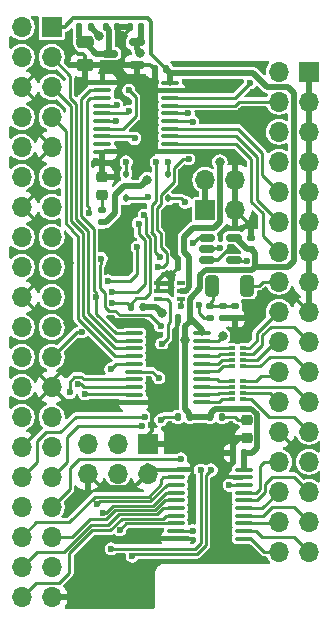
<source format=gbr>
G04 #@! TF.GenerationSoftware,KiCad,Pcbnew,9.0.0*
G04 #@! TF.CreationDate,2025-03-30T00:29:37+00:00*
G04 #@! TF.ProjectId,1MHzAdaptor,314d487a-4164-4617-9074-6f722e6b6963,03b*
G04 #@! TF.SameCoordinates,Original*
G04 #@! TF.FileFunction,Copper,L1,Top*
G04 #@! TF.FilePolarity,Positive*
%FSLAX46Y46*%
G04 Gerber Fmt 4.6, Leading zero omitted, Abs format (unit mm)*
G04 Created by KiCad (PCBNEW 9.0.0) date 2025-03-30 00:29:37*
%MOMM*%
%LPD*%
G01*
G04 APERTURE LIST*
G04 Aperture macros list*
%AMRoundRect*
0 Rectangle with rounded corners*
0 $1 Rounding radius*
0 $2 $3 $4 $5 $6 $7 $8 $9 X,Y pos of 4 corners*
0 Add a 4 corners polygon primitive as box body*
4,1,4,$2,$3,$4,$5,$6,$7,$8,$9,$2,$3,0*
0 Add four circle primitives for the rounded corners*
1,1,$1+$1,$2,$3*
1,1,$1+$1,$4,$5*
1,1,$1+$1,$6,$7*
1,1,$1+$1,$8,$9*
0 Add four rect primitives between the rounded corners*
20,1,$1+$1,$2,$3,$4,$5,0*
20,1,$1+$1,$4,$5,$6,$7,0*
20,1,$1+$1,$6,$7,$8,$9,0*
20,1,$1+$1,$8,$9,$2,$3,0*%
G04 Aperture macros list end*
G04 #@! TA.AperFunction,ComponentPad*
%ADD10R,1.700000X1.700000*%
G04 #@! TD*
G04 #@! TA.AperFunction,ComponentPad*
%ADD11O,1.700000X1.700000*%
G04 #@! TD*
G04 #@! TA.AperFunction,SMDPad,CuDef*
%ADD12RoundRect,0.100000X-0.225000X-0.100000X0.225000X-0.100000X0.225000X0.100000X-0.225000X0.100000X0*%
G04 #@! TD*
G04 #@! TA.AperFunction,SMDPad,CuDef*
%ADD13RoundRect,0.140000X0.140000X0.170000X-0.140000X0.170000X-0.140000X-0.170000X0.140000X-0.170000X0*%
G04 #@! TD*
G04 #@! TA.AperFunction,SMDPad,CuDef*
%ADD14RoundRect,0.100000X-0.637500X-0.100000X0.637500X-0.100000X0.637500X0.100000X-0.637500X0.100000X0*%
G04 #@! TD*
G04 #@! TA.AperFunction,SMDPad,CuDef*
%ADD15RoundRect,0.112500X-0.112500X0.187500X-0.112500X-0.187500X0.112500X-0.187500X0.112500X0.187500X0*%
G04 #@! TD*
G04 #@! TA.AperFunction,SMDPad,CuDef*
%ADD16R,0.500000X0.320000*%
G04 #@! TD*
G04 #@! TA.AperFunction,SMDPad,CuDef*
%ADD17RoundRect,0.135000X-0.135000X-0.185000X0.135000X-0.185000X0.135000X0.185000X-0.135000X0.185000X0*%
G04 #@! TD*
G04 #@! TA.AperFunction,SMDPad,CuDef*
%ADD18RoundRect,0.135000X0.185000X-0.135000X0.185000X0.135000X-0.185000X0.135000X-0.185000X-0.135000X0*%
G04 #@! TD*
G04 #@! TA.AperFunction,SMDPad,CuDef*
%ADD19RoundRect,0.135000X-0.185000X0.135000X-0.185000X-0.135000X0.185000X-0.135000X0.185000X0.135000X0*%
G04 #@! TD*
G04 #@! TA.AperFunction,SMDPad,CuDef*
%ADD20RoundRect,0.140000X-0.170000X0.140000X-0.170000X-0.140000X0.170000X-0.140000X0.170000X0.140000X0*%
G04 #@! TD*
G04 #@! TA.AperFunction,SMDPad,CuDef*
%ADD21RoundRect,0.250000X-0.325000X-0.650000X0.325000X-0.650000X0.325000X0.650000X-0.325000X0.650000X0*%
G04 #@! TD*
G04 #@! TA.AperFunction,SMDPad,CuDef*
%ADD22RoundRect,0.218750X-0.256250X0.218750X-0.256250X-0.218750X0.256250X-0.218750X0.256250X0.218750X0*%
G04 #@! TD*
G04 #@! TA.AperFunction,SMDPad,CuDef*
%ADD23RoundRect,0.135000X0.135000X0.185000X-0.135000X0.185000X-0.135000X-0.185000X0.135000X-0.185000X0*%
G04 #@! TD*
G04 #@! TA.AperFunction,SMDPad,CuDef*
%ADD24RoundRect,0.218750X0.256250X-0.218750X0.256250X0.218750X-0.256250X0.218750X-0.256250X-0.218750X0*%
G04 #@! TD*
G04 #@! TA.AperFunction,SMDPad,CuDef*
%ADD25RoundRect,0.250000X-0.475000X0.250000X-0.475000X-0.250000X0.475000X-0.250000X0.475000X0.250000X0*%
G04 #@! TD*
G04 #@! TA.AperFunction,SMDPad,CuDef*
%ADD26RoundRect,0.140000X-0.140000X-0.170000X0.140000X-0.170000X0.140000X0.170000X-0.140000X0.170000X0*%
G04 #@! TD*
G04 #@! TA.AperFunction,SMDPad,CuDef*
%ADD27RoundRect,0.140000X0.170000X-0.140000X0.170000X0.140000X-0.170000X0.140000X-0.170000X-0.140000X0*%
G04 #@! TD*
G04 #@! TA.AperFunction,SMDPad,CuDef*
%ADD28RoundRect,0.150000X0.512500X0.150000X-0.512500X0.150000X-0.512500X-0.150000X0.512500X-0.150000X0*%
G04 #@! TD*
G04 #@! TA.AperFunction,SMDPad,CuDef*
%ADD29RoundRect,0.150000X-0.512500X-0.150000X0.512500X-0.150000X0.512500X0.150000X-0.512500X0.150000X0*%
G04 #@! TD*
G04 #@! TA.AperFunction,ViaPad*
%ADD30C,0.600000*%
G04 #@! TD*
G04 #@! TA.AperFunction,ViaPad*
%ADD31C,0.800000*%
G04 #@! TD*
G04 #@! TA.AperFunction,Conductor*
%ADD32C,0.250000*%
G04 #@! TD*
G04 #@! TA.AperFunction,Conductor*
%ADD33C,0.350000*%
G04 #@! TD*
G04 #@! TA.AperFunction,Conductor*
%ADD34C,0.500000*%
G04 #@! TD*
G04 APERTURE END LIST*
D10*
X140995400Y-71374000D03*
D11*
X140995400Y-68834000D03*
X143535400Y-71374000D03*
X143535400Y-68834000D03*
D12*
X137022800Y-77556600D03*
X137022800Y-78206600D03*
X137022800Y-78856600D03*
X138922800Y-78856600D03*
X138922800Y-78206600D03*
X138922800Y-77556600D03*
D13*
X139672000Y-80518000D03*
X138712000Y-80518000D03*
X144294800Y-91948000D03*
X143334800Y-91948000D03*
X137690800Y-59436000D03*
X136730800Y-59436000D03*
D14*
X134957900Y-81784000D03*
X134957900Y-82434000D03*
X134957900Y-83084000D03*
X134957900Y-83734000D03*
X134957900Y-84384000D03*
X134957900Y-85034000D03*
X134957900Y-85684000D03*
X134957900Y-86334000D03*
X134957900Y-86984000D03*
X134957900Y-87634000D03*
X140682900Y-87634000D03*
X140682900Y-86984000D03*
X140682900Y-86334000D03*
X140682900Y-85684000D03*
X140682900Y-85034000D03*
X140682900Y-84384000D03*
X140682900Y-83734000D03*
X140682900Y-83084000D03*
X140682900Y-82434000D03*
X140682900Y-81784000D03*
D15*
X137820400Y-68279300D03*
X137820400Y-70379300D03*
D16*
X143225900Y-83070000D03*
X143225900Y-83570000D03*
X143225900Y-84070000D03*
X143225900Y-84570000D03*
X144225900Y-84570000D03*
X144225900Y-84070000D03*
X144225900Y-83570000D03*
X144225900Y-83070000D03*
D14*
X138513900Y-93341000D03*
X138513900Y-93991000D03*
X138513900Y-94641000D03*
X138513900Y-95291000D03*
X138513900Y-95941000D03*
X138513900Y-96591000D03*
X138513900Y-97241000D03*
X138513900Y-97891000D03*
X138513900Y-98541000D03*
X138513900Y-99191000D03*
X144238900Y-99191000D03*
X144238900Y-98541000D03*
X144238900Y-97891000D03*
X144238900Y-97241000D03*
X144238900Y-96591000D03*
X144238900Y-95941000D03*
X144238900Y-95291000D03*
X144238900Y-94641000D03*
X144238900Y-93991000D03*
X144238900Y-93341000D03*
D17*
X134668800Y-79603600D03*
X135688800Y-79603600D03*
D18*
X141376400Y-80520000D03*
X141376400Y-79500000D03*
D19*
X143535400Y-79500000D03*
X143535400Y-80520000D03*
D10*
X149758400Y-59650000D03*
D11*
X147218400Y-59650000D03*
X149758400Y-62190000D03*
X147218400Y-62190000D03*
X149758400Y-64730000D03*
X147218400Y-64730000D03*
X149758400Y-67270000D03*
X147218400Y-67270000D03*
X149758400Y-69810000D03*
X147218400Y-69810000D03*
X149758400Y-72350000D03*
X147218400Y-72350000D03*
X149758400Y-74890000D03*
X147218400Y-74890000D03*
X149758400Y-77430000D03*
X147218400Y-77430000D03*
X149758400Y-79970000D03*
X147218400Y-79970000D03*
X149758400Y-82510000D03*
X147218400Y-82510000D03*
X149758400Y-85050000D03*
X147218400Y-85050000D03*
X149758400Y-87590000D03*
X147218400Y-87590000D03*
X149758400Y-90130000D03*
X147218400Y-90130000D03*
X149758400Y-92670000D03*
X147218400Y-92670000D03*
X149758400Y-95210000D03*
X147218400Y-95210000D03*
X149758400Y-97750000D03*
X147218400Y-97750000D03*
X149758400Y-100290000D03*
X147218400Y-100290000D03*
D20*
X142468600Y-79530000D03*
X142468600Y-80490000D03*
D21*
X141590500Y-77762100D03*
X144540500Y-77762100D03*
D22*
X132270500Y-68541800D03*
X132270500Y-70116800D03*
D19*
X132232400Y-71395000D03*
X132232400Y-72415000D03*
D23*
X142447600Y-88874600D03*
X141427600Y-88874600D03*
D24*
X144500600Y-90678100D03*
X144500600Y-89103100D03*
D16*
X143225900Y-85852000D03*
X143225900Y-86352000D03*
X143225900Y-86852000D03*
X143225900Y-87352000D03*
X144225900Y-87352000D03*
X144225900Y-86852000D03*
X144225900Y-86352000D03*
X144225900Y-85852000D03*
D25*
X130810000Y-57165200D03*
X130810000Y-59065200D03*
D13*
X135557200Y-55829200D03*
X134597200Y-55829200D03*
D26*
X132565200Y-55829200D03*
X133525200Y-55829200D03*
D27*
X144881600Y-74673400D03*
X144881600Y-73713400D03*
D17*
X130300000Y-55829200D03*
X131320000Y-55829200D03*
D14*
X132290900Y-60575000D03*
X132290900Y-61225000D03*
X132290900Y-61875000D03*
X132290900Y-62525000D03*
X132290900Y-63175000D03*
X132290900Y-63825000D03*
X132290900Y-64475000D03*
X132290900Y-65125000D03*
X132290900Y-65775000D03*
X132290900Y-66425000D03*
X138015900Y-66425000D03*
X138015900Y-65775000D03*
X138015900Y-65125000D03*
X138015900Y-64475000D03*
X138015900Y-63825000D03*
X138015900Y-63175000D03*
X138015900Y-62525000D03*
X138015900Y-61875000D03*
X138015900Y-61225000D03*
X138015900Y-60575000D03*
D28*
X135198700Y-59065200D03*
X135198700Y-57165200D03*
X132923700Y-58115200D03*
D13*
X139621200Y-76200000D03*
X138661200Y-76200000D03*
D17*
X138656600Y-88874600D03*
X139676600Y-88874600D03*
D29*
X141127900Y-73726000D03*
X141127900Y-74676000D03*
X141127900Y-75626000D03*
X143402900Y-75626000D03*
X143402900Y-73726000D03*
D10*
X127988400Y-55880000D03*
D11*
X125448400Y-55880000D03*
X127988400Y-58420000D03*
X125448400Y-58420000D03*
X127988400Y-60960000D03*
X125448400Y-60960000D03*
X127988400Y-63500000D03*
X125448400Y-63500000D03*
X127988400Y-66040000D03*
X125448400Y-66040000D03*
X127988400Y-68580000D03*
X125448400Y-68580000D03*
X127988400Y-71120000D03*
X125448400Y-71120000D03*
X127988400Y-73660000D03*
X125448400Y-73660000D03*
X127988400Y-76200000D03*
X125448400Y-76200000D03*
X127988400Y-78740000D03*
X125448400Y-78740000D03*
X127988400Y-81280000D03*
X125448400Y-81280000D03*
X127988400Y-83820000D03*
X125448400Y-83820000D03*
X127988400Y-86360000D03*
X125448400Y-86360000D03*
X127988400Y-88900000D03*
X125448400Y-88900000D03*
X127988400Y-91440000D03*
X125448400Y-91440000D03*
X127988400Y-93980000D03*
X125448400Y-93980000D03*
X127988400Y-96520000D03*
X125448400Y-96520000D03*
X127988400Y-99060000D03*
X125448400Y-99060000D03*
X127988400Y-101600000D03*
X125448400Y-101600000D03*
X127988400Y-104140000D03*
X125448400Y-104140000D03*
D10*
X136118600Y-91160600D03*
D11*
X136118600Y-93700600D03*
X133578600Y-91160600D03*
X133578600Y-93700600D03*
X131038600Y-91160600D03*
X131038600Y-93700600D03*
D15*
X134288400Y-68279300D03*
X134288400Y-70379300D03*
D30*
X143027400Y-94640400D03*
D31*
X136105900Y-99187000D03*
D30*
X131704400Y-67210000D03*
D31*
X130420973Y-60868122D03*
D30*
X133756400Y-60452000D03*
X126718400Y-82550000D03*
X145059400Y-61468000D03*
X145694400Y-59182000D03*
X132740400Y-76454000D03*
X129514600Y-78028800D03*
X129540000Y-79400400D03*
D31*
X139979400Y-60960000D03*
X143281400Y-74676000D03*
X130200400Y-88011000D03*
X144437100Y-81953100D03*
D30*
X136804400Y-60510000D03*
D31*
X134061200Y-56591200D03*
D30*
X129540000Y-73863200D03*
D31*
X129512400Y-84328000D03*
X129391903Y-80915739D03*
D30*
X132308600Y-100812600D03*
D31*
X144678400Y-63460000D03*
X129540000Y-57607200D03*
X142468600Y-93446600D03*
X138004179Y-73811901D03*
D30*
X133121400Y-80518000D03*
D31*
X139217400Y-71882000D03*
X134398941Y-73015459D03*
X138074400Y-76860400D03*
X131572000Y-83972400D03*
X129479256Y-75850443D03*
D30*
X134829399Y-100675100D03*
X141495400Y-93374000D03*
X139304400Y-70710000D03*
X136169400Y-70231000D03*
X144805400Y-60579000D03*
X136855200Y-67297300D03*
X135004609Y-65299791D03*
X137130692Y-75328818D03*
X137304400Y-82710000D03*
X138912600Y-92430600D03*
X137245400Y-89124000D03*
X139598400Y-67026500D03*
X135864600Y-88874600D03*
X139928600Y-63923500D03*
X136956800Y-76225400D03*
X137055922Y-85572600D03*
X135608400Y-89662000D03*
X133004400Y-84810000D03*
X129504400Y-86810000D03*
X130179390Y-86110002D03*
X139534900Y-63182500D03*
X135812667Y-71797751D03*
X130546224Y-81668174D03*
X133096000Y-79248000D03*
X139979400Y-74152317D03*
X135342145Y-72520066D03*
X133096000Y-78333600D03*
X134518400Y-61214000D03*
X130810000Y-86969600D03*
X131775200Y-78740000D03*
X135229357Y-74510000D03*
X133429410Y-63809996D03*
X132740400Y-77368400D03*
X142265400Y-74588500D03*
X137204400Y-81153000D03*
X132179301Y-75468805D03*
X139928600Y-98526600D03*
X133767485Y-98436085D03*
X131179368Y-71610000D03*
X132308600Y-96984500D03*
X131798400Y-96266000D03*
D31*
X136042400Y-68783200D03*
X132029200Y-56642000D03*
X139304401Y-82344314D03*
X137310593Y-80110000D03*
D30*
X133033100Y-100050600D03*
X140595600Y-93374000D03*
X133502400Y-62484000D03*
X134302500Y-67297300D03*
X137820400Y-67335400D03*
X134504400Y-63010000D03*
D31*
X135509000Y-58064400D03*
X142227300Y-67297300D03*
D30*
X144551400Y-75692000D03*
D31*
X142468600Y-82016600D03*
D30*
X140426600Y-79375000D03*
X138904400Y-79510000D03*
D32*
X145984400Y-100290000D02*
X144885400Y-99191000D01*
X147218400Y-100290000D02*
X145984400Y-100290000D01*
X145303810Y-98541000D02*
X145772810Y-99010000D01*
X144326400Y-98541000D02*
X145303810Y-98541000D01*
X145772810Y-99010000D02*
X148478400Y-99010000D01*
X148478400Y-99010000D02*
X149758400Y-100290000D01*
X144326400Y-97891000D02*
X147077400Y-97891000D01*
X145880899Y-97241000D02*
X144326400Y-97241000D01*
X146641899Y-96480000D02*
X145880899Y-97241000D01*
X148488400Y-96480000D02*
X146641899Y-96480000D01*
X149758400Y-97750000D02*
X148488400Y-96480000D01*
X144326400Y-96591000D02*
X145837400Y-96591000D01*
X145837400Y-96591000D02*
X147218400Y-95210000D01*
X148488400Y-93940000D02*
X146667400Y-93940000D01*
X145373400Y-95941000D02*
X144326400Y-95941000D01*
X146043399Y-95271001D02*
X145373400Y-95941000D01*
X146043399Y-94564001D02*
X146043399Y-95271001D01*
X146667400Y-93940000D02*
X146043399Y-94564001D01*
X149758400Y-95210000D02*
X148488400Y-93940000D01*
X145301400Y-95291000D02*
X145593389Y-94999011D01*
X144326400Y-95291000D02*
X145301400Y-95291000D01*
X145593389Y-93065011D02*
X145988400Y-92670000D01*
X145593389Y-94999011D02*
X145593389Y-93065011D01*
X145988400Y-92670000D02*
X147218400Y-92670000D01*
X144326400Y-94641000D02*
X143027400Y-94640400D01*
D33*
X138004179Y-73811901D02*
X138182694Y-73990416D01*
X148488400Y-78700000D02*
X149758400Y-79970000D01*
X130577400Y-87634000D02*
X130200400Y-88011000D01*
X143967100Y-90678100D02*
X144500600Y-90678100D01*
X141165400Y-75626000D02*
X142083306Y-75626000D01*
X136105900Y-99187000D02*
X132740400Y-99187000D01*
X132308600Y-99618800D02*
X132308600Y-100812600D01*
X138602401Y-83286600D02*
X138577001Y-83312000D01*
X128558813Y-74930000D02*
X128558813Y-74844387D01*
X138577001Y-83312000D02*
X136398000Y-83312000D01*
X132190600Y-94852600D02*
X134966600Y-94852600D01*
X139714400Y-61225000D02*
X139979400Y-60960000D01*
X129639400Y-88011000D02*
X130200400Y-88011000D01*
X126718400Y-77470000D02*
X125448400Y-78740000D01*
X136372600Y-87604600D02*
X136343200Y-87634000D01*
X126718400Y-90170000D02*
X125448400Y-91440000D01*
D34*
X136725800Y-59436000D02*
X136725800Y-60431400D01*
D33*
X127226400Y-57150000D02*
X129082800Y-57150000D01*
X144407400Y-80495000D02*
X146202400Y-78700000D01*
X138103400Y-61225000D02*
X139714400Y-61225000D01*
X132306400Y-103378000D02*
X132306400Y-100814800D01*
X132203400Y-60575000D02*
X133633400Y-60575000D01*
X134592200Y-56060200D02*
X134061200Y-56591200D01*
X127988400Y-85852000D02*
X129512400Y-84328000D01*
X126718400Y-80010000D02*
X126718400Y-82550000D01*
X130810000Y-60286900D02*
X131098100Y-60575000D01*
X136804400Y-61214000D02*
X136804400Y-60510000D01*
X126718400Y-80010000D02*
X128930400Y-80010000D01*
X134300000Y-59065200D02*
X135198700Y-59065200D01*
X138426400Y-99191000D02*
X136109900Y-99191000D01*
X138602401Y-83286600D02*
X138602401Y-87406799D01*
X136481800Y-87713800D02*
X136372600Y-87604600D01*
X136118600Y-90398600D02*
X136481800Y-90035400D01*
X143044100Y-66425000D02*
X143535400Y-66916300D01*
X143535400Y-71374000D02*
X144881600Y-72720200D01*
X138602401Y-80622599D02*
X138602401Y-83286600D01*
X130810000Y-58318400D02*
X130810000Y-59052700D01*
X134061200Y-56591200D02*
X134061200Y-58826400D01*
X131216400Y-84328000D02*
X131572000Y-83972400D01*
X143329800Y-91948000D02*
X143329800Y-91315400D01*
X132306400Y-100814800D02*
X132308600Y-100812600D01*
X125448400Y-60960000D02*
X126718400Y-62230000D01*
X136804400Y-66351000D02*
X136878400Y-66425000D01*
X126718400Y-85090000D02*
X127988400Y-86360000D01*
X126718400Y-74930000D02*
X126718400Y-77470000D01*
X138103400Y-61225000D02*
X136815400Y-61225000D01*
X142468600Y-80495000D02*
X143535400Y-80495000D01*
X129540000Y-57607200D02*
X129655450Y-57607200D01*
X134061200Y-58826400D02*
X134300000Y-59065200D01*
X131704400Y-67210000D02*
X132128800Y-67210000D01*
X138103400Y-66425000D02*
X143044100Y-66425000D01*
X129082800Y-57150000D02*
X129540000Y-57607200D01*
X143535400Y-68834000D02*
X143535400Y-71374000D01*
X136118600Y-91160600D02*
X136118600Y-90398600D01*
X137022800Y-77556600D02*
X137022800Y-77325600D01*
X136118600Y-83032600D02*
X136118600Y-81000600D01*
X137022800Y-77325600D02*
X137488000Y-76860400D01*
X136398000Y-83312000D02*
X136118600Y-83032600D01*
X136481800Y-90035400D02*
X136481800Y-87713800D01*
X134592200Y-55829200D02*
X134592200Y-56060200D01*
X139217400Y-71882000D02*
X139217400Y-72598680D01*
D34*
X136725800Y-60431400D02*
X136804400Y-60510000D01*
D33*
X136478200Y-93341000D02*
X138426400Y-93341000D01*
X129391903Y-80471503D02*
X128930400Y-80010000D01*
X146202400Y-78700000D02*
X148488400Y-78700000D01*
X138074400Y-76860400D02*
X138254412Y-76860400D01*
X137022800Y-77556600D02*
X137022800Y-78206600D01*
X136109900Y-99191000D02*
X136105900Y-99187000D01*
X136804400Y-61214000D02*
X136804400Y-66351000D01*
X134398941Y-74795459D02*
X134398941Y-73015459D01*
X134823200Y-60452000D02*
X133756400Y-60452000D01*
X126718400Y-69850000D02*
X125448400Y-71120000D01*
X126718400Y-62230000D02*
X126718400Y-64770000D01*
X144326400Y-93991000D02*
X143013000Y-93991000D01*
X129514600Y-78028800D02*
X128955800Y-77470000D01*
X132203400Y-66425000D02*
X132203400Y-67284600D01*
X132203400Y-67284600D02*
X132203400Y-68474700D01*
X128955800Y-77470000D02*
X126718400Y-77470000D01*
X130200400Y-58152150D02*
X130643750Y-58152150D01*
X135198700Y-59065200D02*
X135198700Y-60076500D01*
X126718400Y-87630000D02*
X126718400Y-90170000D01*
X136118600Y-81000600D02*
X135793610Y-80675610D01*
X129655450Y-57607200D02*
X130200400Y-58152150D01*
X128558813Y-74844387D02*
X129540000Y-73863200D01*
X138602401Y-87406799D02*
X138404600Y-87604600D01*
X135198700Y-60076500D02*
X134823200Y-60452000D01*
X147218400Y-90130000D02*
X148488400Y-91400000D01*
X133530200Y-56060200D02*
X134061200Y-56591200D01*
X142083306Y-75626000D02*
X143033306Y-74676000D01*
X143033306Y-74676000D02*
X143281400Y-74676000D01*
X132740400Y-99187000D02*
X132308600Y-99618800D01*
X138404600Y-87604600D02*
X136372600Y-87604600D01*
X143329800Y-91948000D02*
X143329800Y-92585400D01*
X134592200Y-55829200D02*
X133530200Y-55829200D01*
X126718400Y-59690000D02*
X126718400Y-57658000D01*
X126718400Y-64770000D02*
X127988400Y-66040000D01*
X143535400Y-80495000D02*
X144407400Y-80495000D01*
X133633400Y-60575000D02*
X133756400Y-60452000D01*
X131544400Y-104140000D02*
X132306400Y-103378000D01*
X138656200Y-75679192D02*
X138656200Y-76200000D01*
X143329800Y-91315400D02*
X143967100Y-90678100D01*
X130810000Y-59052700D02*
X130810000Y-60286900D01*
X129391903Y-80915739D02*
X129391903Y-80471503D01*
X136343200Y-87634000D02*
X134870400Y-87634000D01*
X132203400Y-66425000D02*
X136878400Y-66425000D01*
X138182694Y-75205686D02*
X138656200Y-75679192D01*
X132203400Y-60575000D02*
X131098100Y-60575000D01*
X143013000Y-93991000D02*
X142468600Y-93446600D01*
X128558813Y-74930000D02*
X129479256Y-75850443D01*
X127988400Y-86360000D02*
X126718400Y-87630000D01*
X137488000Y-76860400D02*
X138074400Y-76860400D01*
X128930400Y-80010000D02*
X129540000Y-79400400D01*
X126718400Y-82550000D02*
X126718400Y-85090000D01*
X138656200Y-76278600D02*
X138074400Y-76860400D01*
X143329800Y-92585400D02*
X142468600Y-93446600D01*
X144881600Y-72720200D02*
X144881600Y-73708400D01*
X126718400Y-72390000D02*
X126718400Y-74930000D01*
X134870400Y-87634000D02*
X130577400Y-87634000D01*
X143535400Y-66916300D02*
X143535400Y-68834000D01*
X139217400Y-72598680D02*
X138004179Y-73811901D01*
X136878400Y-66425000D02*
X138103400Y-66425000D01*
X127988400Y-66040000D02*
X126718400Y-67310000D01*
X127988400Y-104140000D02*
X131544400Y-104140000D01*
X133530200Y-55829200D02*
X133530200Y-56060200D01*
X129512400Y-84328000D02*
X131216400Y-84328000D01*
X132740400Y-76454000D02*
X134398941Y-74795459D01*
X131038600Y-93700600D02*
X132190600Y-94852600D01*
X138182694Y-73990416D02*
X138182694Y-75205686D01*
X126718400Y-67310000D02*
X126718400Y-69850000D01*
X126718400Y-57658000D02*
X127226400Y-57150000D01*
X130643750Y-58152150D02*
X130810000Y-58318400D01*
X136815400Y-61225000D02*
X136804400Y-61214000D01*
X136355000Y-59065200D02*
X136725800Y-59436000D01*
X132128800Y-67210000D02*
X132203400Y-67284600D01*
X126718400Y-74930000D02*
X128558813Y-74930000D01*
X127988400Y-86360000D02*
X129639400Y-88011000D01*
X135198700Y-59065200D02*
X136355000Y-59065200D01*
X125448400Y-78740000D02*
X126718400Y-80010000D01*
X125448400Y-71120000D02*
X126718400Y-72390000D01*
X135793610Y-80675610D02*
X133279010Y-80675610D01*
X125448400Y-60960000D02*
X126718400Y-59690000D01*
X134966600Y-94852600D02*
X136118600Y-93700600D01*
X133279010Y-80675610D02*
X133121400Y-80518000D01*
D32*
X144225900Y-87352000D02*
X144846400Y-87352000D01*
X144846400Y-87352000D02*
X146404400Y-88910000D01*
X146404400Y-88910000D02*
X148538400Y-88910000D01*
X148538400Y-88910000D02*
X149758400Y-90130000D01*
X146480400Y-86852000D02*
X144225900Y-86852000D01*
X147218400Y-87590000D02*
X146480400Y-86852000D01*
X148520400Y-86352000D02*
X149758400Y-87590000D01*
X148520400Y-86352000D02*
X144225900Y-86352000D01*
X145704400Y-85410000D02*
X146858400Y-85410000D01*
X144225900Y-85852000D02*
X145262400Y-85852000D01*
X145262400Y-85852000D02*
X145704400Y-85410000D01*
X146434400Y-83780000D02*
X145644400Y-84570000D01*
X148488400Y-83780000D02*
X146434400Y-83780000D01*
X149758400Y-85050000D02*
X148488400Y-83780000D01*
X145644400Y-84570000D02*
X144225900Y-84570000D01*
X144225900Y-84070000D02*
X145344400Y-84070000D01*
X145344400Y-84070000D02*
X146904400Y-82510000D01*
X145044400Y-83570000D02*
X144225900Y-83570000D01*
X145804400Y-82810000D02*
X145044400Y-83570000D01*
X146524400Y-81240000D02*
X145804400Y-81960000D01*
X148488400Y-81240000D02*
X146524400Y-81240000D01*
X149758400Y-82510000D02*
X148488400Y-81240000D01*
X145804400Y-81960000D02*
X145804400Y-82810000D01*
X145529300Y-77762100D02*
X144540500Y-77762100D01*
X135003899Y-100500600D02*
X134829399Y-100675100D01*
X140273996Y-100500600D02*
X135003899Y-100500600D01*
X141495400Y-93374000D02*
X141045600Y-93823800D01*
X145861400Y-77430000D02*
X145529300Y-77762100D01*
X141045600Y-93823800D02*
X141045600Y-99728996D01*
X147218400Y-77430000D02*
X145861400Y-77430000D01*
X141045600Y-99728996D02*
X140273996Y-100500600D01*
X138103400Y-65775000D02*
X143632990Y-65775000D01*
X145866800Y-71648000D02*
X144881600Y-70662800D01*
X145866800Y-73538400D02*
X145866800Y-71648000D01*
X143632990Y-65775000D02*
X144881600Y-67023610D01*
X144881600Y-67023610D02*
X144881600Y-70662800D01*
X147218400Y-74890000D02*
X145866800Y-73538400D01*
X145354389Y-66859989D02*
X143619400Y-65125000D01*
X147218400Y-72350000D02*
X145354389Y-70485989D01*
X145354389Y-70485989D02*
X145354389Y-66859989D01*
X143619400Y-65125000D02*
X138103400Y-65125000D01*
X147218400Y-69810000D02*
X145804400Y-68396000D01*
X145804400Y-66510000D02*
X143769400Y-64475000D01*
X143769400Y-64475000D02*
X138103400Y-64475000D01*
X145804400Y-68396000D02*
X145804400Y-66510000D01*
X138973700Y-70379300D02*
X139304400Y-70710000D01*
X137820400Y-70379300D02*
X138973700Y-70379300D01*
X134288400Y-70379300D02*
X136021100Y-70379300D01*
X136021100Y-70379300D02*
X136169400Y-70231000D01*
X143495810Y-62525000D02*
X143830810Y-62190000D01*
X138103400Y-62525000D02*
X143495810Y-62525000D01*
X143830810Y-62190000D02*
X147218400Y-62190000D01*
X138103400Y-61875000D02*
X143509400Y-61875000D01*
X143509400Y-61875000D02*
X144805400Y-60579000D01*
X129477606Y-102073206D02*
X129477606Y-100439246D01*
X137661600Y-97241000D02*
X138426400Y-97241000D01*
X133909630Y-97514000D02*
X137388600Y-97514000D01*
X128640812Y-102910000D02*
X129477606Y-102073206D01*
X125448400Y-104140000D02*
X126678400Y-102910000D01*
X137388600Y-97514000D02*
X137661600Y-97241000D01*
X129477606Y-100439246D02*
X131431853Y-98484999D01*
X131431853Y-98484999D02*
X132938631Y-98484999D01*
X132938631Y-98484999D02*
X133909630Y-97514000D01*
X126678400Y-102910000D02*
X128640812Y-102910000D01*
X129073694Y-100310000D02*
X131348706Y-98034988D01*
X126738400Y-100310000D02*
X129073694Y-100310000D01*
X137426600Y-96591000D02*
X138426400Y-96591000D01*
X131348706Y-98034988D02*
X132752231Y-98034989D01*
X136880600Y-97137000D02*
X137426600Y-96591000D01*
X133650220Y-97137000D02*
X136880600Y-97137000D01*
X125448400Y-101600000D02*
X126738400Y-100310000D01*
X132752231Y-98034989D02*
X133650220Y-97137000D01*
X136445389Y-70971011D02*
X136445389Y-73214579D01*
X134829818Y-65125000D02*
X135004609Y-65299791D01*
X132203400Y-65125000D02*
X134829818Y-65125000D01*
X136754389Y-73523579D02*
X136754389Y-74952515D01*
X136855200Y-67297300D02*
X136855200Y-70561200D01*
X136440123Y-73209313D02*
X136754389Y-73523579D01*
X136855200Y-70561200D02*
X136445389Y-70971011D01*
X137130692Y-75328818D02*
X136754389Y-74952515D01*
X129473754Y-97810000D02*
X131654754Y-95629000D01*
X137249021Y-94193379D02*
X137451400Y-93991000D01*
X126698400Y-97810000D02*
X129473754Y-97810000D01*
X137451400Y-93991000D02*
X138426400Y-93991000D01*
X126698400Y-97810000D02*
X125448400Y-99060000D01*
X137249021Y-94577021D02*
X137249021Y-94193379D01*
X131654754Y-95629000D02*
X136197042Y-95629000D01*
X136197042Y-95629000D02*
X137249021Y-94577021D01*
X132614810Y-97536000D02*
X133390810Y-96760000D01*
X131211284Y-97536000D02*
X132614810Y-97536000D01*
X137543442Y-95941000D02*
X138426400Y-95941000D01*
X129687284Y-99060000D02*
X131211284Y-97536000D01*
X127988400Y-99060000D02*
X129687284Y-99060000D01*
X133390810Y-96760000D02*
X136724442Y-96760000D01*
X136724442Y-96760000D02*
X137543442Y-95941000D01*
X130274400Y-92430600D02*
X138912600Y-92430600D01*
X129514600Y-93190400D02*
X130274400Y-92430600D01*
X137784600Y-78856600D02*
X137022800Y-78856600D01*
X138035595Y-80838591D02*
X138035595Y-79107595D01*
X137304400Y-82710000D02*
X137829401Y-82184999D01*
X137829401Y-82184999D02*
X137829401Y-81044785D01*
X137829401Y-81044785D02*
X138035595Y-80838591D01*
X138035595Y-79107595D02*
X137784600Y-78856600D01*
X129514600Y-94993800D02*
X129514600Y-93190400D01*
X127988400Y-96520000D02*
X129514600Y-94993800D01*
X138681600Y-88874600D02*
X137494800Y-88874600D01*
X137755694Y-75028816D02*
X137204400Y-74477522D01*
X137231720Y-70086598D02*
X138328400Y-68989918D01*
X127480400Y-90170000D02*
X126718400Y-90932000D01*
X136895399Y-73028179D02*
X136895399Y-71170999D01*
X128727200Y-90170000D02*
X127480400Y-90170000D01*
X138328400Y-67778000D02*
X139079900Y-67026500D01*
X136895399Y-71170999D02*
X137231720Y-70834678D01*
X137231720Y-70834678D02*
X137231720Y-70086598D01*
X126718400Y-90932000D02*
X126718400Y-92710000D01*
X136956800Y-76225400D02*
X137381064Y-76225400D01*
X139079900Y-67026500D02*
X139598400Y-67026500D01*
X137381064Y-76225400D02*
X137755694Y-75850770D01*
X139830100Y-63825000D02*
X139928600Y-63923500D01*
X137494800Y-88874600D02*
X137245400Y-89124000D01*
X135864600Y-88874600D02*
X130022600Y-88874600D01*
X126718400Y-92710000D02*
X125448400Y-93980000D01*
X138103400Y-63825000D02*
X139830100Y-63825000D01*
X137204400Y-73337180D02*
X136895399Y-73028179D01*
X138328400Y-68989918D02*
X138328400Y-67778000D01*
X137755694Y-75850770D02*
X137755694Y-75028816D01*
X130022600Y-88874600D02*
X128727200Y-90170000D01*
X137204400Y-74477522D02*
X137204400Y-73337180D01*
X129258400Y-90586899D02*
X129258400Y-92710000D01*
X129258400Y-92710000D02*
X127988400Y-93980000D01*
X130183299Y-89662000D02*
X135608400Y-89662000D01*
X137055922Y-85572600D02*
X136517322Y-85034000D01*
X129258400Y-90586899D02*
X130183299Y-89662000D01*
X136517322Y-85034000D02*
X134870400Y-85034000D01*
X133430400Y-84384000D02*
X133004400Y-84810000D01*
X134870400Y-84384000D02*
X133430400Y-84384000D01*
X129904398Y-85484996D02*
X129504400Y-85884994D01*
X129504400Y-86810000D02*
X129504400Y-85884994D01*
X130504402Y-85484996D02*
X129904398Y-85484996D01*
X130703406Y-85684000D02*
X130504402Y-85484996D01*
X134870400Y-85684000D02*
X130703406Y-85684000D01*
X130716996Y-86334000D02*
X134870400Y-86334000D01*
X130179390Y-86110002D02*
X130492998Y-86110002D01*
X130492998Y-86110002D02*
X130716996Y-86334000D01*
X139534900Y-63182500D02*
X138110900Y-63182500D01*
X127988400Y-83820000D02*
X130140226Y-81668174D01*
X136304368Y-75811032D02*
X136304368Y-78427232D01*
X135135800Y-78841600D02*
X135890000Y-78841600D01*
X134693800Y-79603600D02*
X134693800Y-79283600D01*
X130140226Y-81668174D02*
X130546224Y-81668174D01*
X136304368Y-78427232D02*
X135890000Y-78841600D01*
X136304378Y-73709978D02*
X136304378Y-75811022D01*
X134693800Y-79283600D02*
X135135800Y-78841600D01*
X135812667Y-71797751D02*
X135990112Y-71975196D01*
X134338200Y-79248000D02*
X134693800Y-79603600D01*
X135990112Y-73395712D02*
X136304378Y-73709978D01*
X133096000Y-79248000D02*
X134338200Y-79248000D01*
X135990112Y-71975196D02*
X135990112Y-73395712D01*
X136304378Y-75811022D02*
X136304368Y-75811032D01*
X135129401Y-61825001D02*
X135129401Y-63410001D01*
X135342145Y-72520066D02*
X135342145Y-73384155D01*
X135129401Y-63410001D02*
X134064402Y-64475000D01*
X135342145Y-73384155D02*
X135854358Y-73896368D01*
X132203400Y-64475000D02*
X134064402Y-64475000D01*
X134518400Y-61214000D02*
X135129401Y-61825001D01*
X135854358Y-73896368D02*
X135854358Y-77662958D01*
X140405717Y-73726000D02*
X141165400Y-73726000D01*
X139979400Y-74152317D02*
X140405717Y-73726000D01*
X135183716Y-78333600D02*
X135854358Y-77662958D01*
X133096000Y-78333600D02*
X135183716Y-78333600D01*
X130810000Y-86969600D02*
X134856000Y-86969600D01*
X134870400Y-81784000D02*
X133414810Y-81784000D01*
X131775200Y-78366536D02*
X131554300Y-78145636D01*
X133414810Y-81784000D02*
X131775200Y-80144390D01*
X130513434Y-71909802D02*
X130513434Y-61939966D01*
X131228400Y-61225000D02*
X132203400Y-61225000D01*
X131554299Y-72950667D02*
X130513434Y-71909802D01*
X131775200Y-80144390D02*
X131775200Y-78740000D01*
X130513434Y-61939966D02*
X131228400Y-61225000D01*
X131554300Y-78145636D02*
X131554299Y-72950667D01*
X131775200Y-78740000D02*
X131775200Y-78366536D01*
X135229357Y-76759043D02*
X135229357Y-74510000D01*
X132740400Y-77368400D02*
X134620000Y-77368400D01*
X133414406Y-63825000D02*
X133429410Y-63809996D01*
X134620000Y-77368400D02*
X135229357Y-76759043D01*
X142265400Y-74588500D02*
X141252900Y-74588500D01*
X132203400Y-63825000D02*
X133414406Y-63825000D01*
X133741010Y-80248610D02*
X136292790Y-80248610D01*
X132179301Y-75893069D02*
X132179301Y-75468805D01*
X132470999Y-78425925D02*
X132043894Y-77998820D01*
X132043894Y-77998820D02*
X132043894Y-76028476D01*
X133375400Y-79883000D02*
X132805998Y-79883000D01*
X138426400Y-98541000D02*
X139914200Y-98541000D01*
X139914200Y-98541000D02*
X139928600Y-98526600D01*
X132043894Y-76028476D02*
X132179301Y-75893069D01*
X137204400Y-81153000D02*
X136296400Y-80245000D01*
X136292790Y-80248610D02*
X136296400Y-80245000D01*
X132805998Y-79883000D02*
X132470999Y-79548001D01*
X133741010Y-80248610D02*
X133375400Y-79883000D01*
X132470999Y-79548001D02*
X132470999Y-78425925D01*
X134312570Y-97891000D02*
X138426400Y-97891000D01*
X133767485Y-98436085D02*
X134312570Y-97891000D01*
X131179368Y-71185736D02*
X131179368Y-71610000D01*
X130963444Y-62139956D02*
X130963444Y-70969812D01*
X132203400Y-61875000D02*
X131228400Y-61875000D01*
X131228400Y-61875000D02*
X130963444Y-62139956D01*
X130963444Y-70969812D02*
X131179368Y-71185736D01*
X133182200Y-96383000D02*
X136568284Y-96383000D01*
X137660284Y-95291000D02*
X138426400Y-95291000D01*
X136568284Y-96383000D02*
X137660284Y-95291000D01*
X132580700Y-96984500D02*
X133182200Y-96383000D01*
X132308600Y-96984500D02*
X132580700Y-96984500D01*
X136353200Y-96006000D02*
X132058400Y-96006000D01*
X138426400Y-94641000D02*
X137718200Y-94641000D01*
X132058400Y-96006000D02*
X131798400Y-96266000D01*
X137718200Y-94641000D02*
X136353200Y-96006000D01*
X133382989Y-83725000D02*
X130204268Y-80546279D01*
X130200400Y-73660000D02*
X129163401Y-72469002D01*
X130204268Y-73663868D02*
X130200400Y-73660000D01*
X134870400Y-83725000D02*
X133382989Y-83725000D01*
X129163401Y-64675001D02*
X127988400Y-63500000D01*
X130204268Y-80546279D02*
X130204268Y-73663868D01*
X129163401Y-72469002D02*
X129163401Y-64675001D01*
X130654278Y-73323468D02*
X130654278Y-80359877D01*
X129613412Y-62585012D02*
X127988400Y-60960000D01*
X134870400Y-83084000D02*
X133378400Y-83084000D01*
X129613412Y-72282602D02*
X129613412Y-62585012D01*
X129613412Y-72282602D02*
X130654278Y-73323468D01*
X133378400Y-83084000D02*
X130654277Y-80359877D01*
X131104288Y-73137066D02*
X130063423Y-72096202D01*
X130063423Y-72096202D02*
X130063423Y-62398612D01*
X130063423Y-62398612D02*
X129541400Y-61876589D01*
X129541400Y-59973000D02*
X127988400Y-58420000D01*
X133428400Y-82434000D02*
X131104288Y-80109888D01*
X129541400Y-61876589D02*
X129541400Y-59973000D01*
X131104288Y-80109888D02*
X131104288Y-73137066D01*
X134870400Y-82434000D02*
X133428400Y-82434000D01*
X145354389Y-82441511D02*
X144725900Y-83070000D01*
X147144400Y-79970000D02*
X145354389Y-81760011D01*
X145354389Y-81760011D02*
X145354389Y-82441511D01*
X144725900Y-83070000D02*
X144225900Y-83070000D01*
D34*
X132552400Y-72390000D02*
X132232400Y-72390000D01*
X131295000Y-55907800D02*
X132029200Y-56642000D01*
X140995400Y-68834000D02*
X140995400Y-71374000D01*
X136042400Y-68783200D02*
X135539000Y-69286600D01*
X131295000Y-55829200D02*
X131295000Y-55907800D01*
X135539000Y-69286600D02*
X134086600Y-69286600D01*
X134086600Y-69286600D02*
X133324600Y-70048600D01*
X133324600Y-70048600D02*
X133324600Y-71617800D01*
X133324600Y-71617800D02*
X132552400Y-72390000D01*
D33*
X136435410Y-58175610D02*
X136435410Y-55440268D01*
D34*
X138015900Y-60575000D02*
X138015900Y-59756100D01*
X147961600Y-76178800D02*
X145228400Y-76178800D01*
X145038500Y-59756100D02*
X146202400Y-60920000D01*
X139651600Y-88874600D02*
X141452600Y-88874600D01*
X139304401Y-82344314D02*
X139304401Y-88207402D01*
X138015900Y-59756100D02*
X145038500Y-59756100D01*
X145228400Y-76178800D02*
X145228400Y-75025200D01*
X148488400Y-61428000D02*
X148488400Y-75652000D01*
X147980400Y-60920000D02*
X148488400Y-61428000D01*
X144299800Y-91948000D02*
X144299800Y-93314400D01*
X144953200Y-91948000D02*
X144299800Y-91948000D01*
X139677000Y-78908046D02*
X140589000Y-77996046D01*
X146202400Y-60920000D02*
X147980400Y-60920000D01*
X145228400Y-76178800D02*
X144978600Y-76428600D01*
X139304401Y-81210599D02*
X139304401Y-82344314D01*
X139677000Y-80838000D02*
X139304401Y-81210599D01*
D33*
X129082800Y-55880000D02*
X127988400Y-55880000D01*
X136129332Y-55134190D02*
X129828610Y-55134190D01*
D34*
X138015900Y-59756100D02*
X137695800Y-59436000D01*
X141053946Y-76428600D02*
X140589000Y-76893546D01*
X144978600Y-76428600D02*
X141053946Y-76428600D01*
X140589000Y-77996046D02*
X140589000Y-76893546D01*
D33*
X137695800Y-59436000D02*
X136435410Y-58175610D01*
D34*
X141452600Y-88874600D02*
X141452600Y-88554600D01*
X139677000Y-78908046D02*
X139677000Y-80518000D01*
X136804193Y-79603600D02*
X137310593Y-80110000D01*
X139304401Y-88207402D02*
X139651600Y-88554601D01*
X145352600Y-88637582D02*
X145352600Y-91548600D01*
X140682900Y-81523900D02*
X139677000Y-80518000D01*
X144561601Y-74678400D02*
X144881600Y-74678400D01*
X144892618Y-88177600D02*
X145352600Y-88637582D01*
X139677000Y-80518000D02*
X139677000Y-80838000D01*
X140682900Y-81784000D02*
X140682900Y-81523900D01*
X148488400Y-75652000D02*
X147961600Y-76178800D01*
X145228400Y-75025200D02*
X144881600Y-74678400D01*
X135663800Y-79603600D02*
X136804193Y-79603600D01*
X141829600Y-88177600D02*
X144892618Y-88177600D01*
D33*
X136435410Y-55440268D02*
X136129332Y-55134190D01*
D34*
X139651600Y-88554601D02*
X139651600Y-88874600D01*
D33*
X129828610Y-55134190D02*
X129082800Y-55880000D01*
D34*
X143609201Y-73726000D02*
X144561601Y-74678400D01*
X145352600Y-91548600D02*
X144953200Y-91948000D01*
X141452600Y-88554600D02*
X141829600Y-88177600D01*
D32*
X133033100Y-100050600D02*
X140087600Y-100050600D01*
X140087600Y-100050600D02*
X140595600Y-99542600D01*
X140595600Y-93374000D02*
X140595600Y-99542600D01*
X132203400Y-62525000D02*
X133461400Y-62525000D01*
X134302500Y-67297300D02*
X134302500Y-68265200D01*
X134339400Y-63175000D02*
X134504400Y-63010000D01*
X137820400Y-67335400D02*
X137820400Y-68279300D01*
X132203400Y-63175000D02*
X134339400Y-63175000D01*
X143225900Y-83070000D02*
X140775400Y-83070000D01*
X142100580Y-83725000D02*
X142255580Y-83570000D01*
X140770400Y-83725000D02*
X142100580Y-83725000D01*
X142255580Y-83570000D02*
X143225900Y-83570000D01*
X142086990Y-84375000D02*
X142391990Y-84070000D01*
X140770400Y-84375000D02*
X142086990Y-84375000D01*
X142391990Y-84070000D02*
X143225900Y-84070000D01*
X142528400Y-84570000D02*
X143225900Y-84570000D01*
X142073400Y-85025000D02*
X142528400Y-84570000D01*
X140770400Y-85025000D02*
X142073400Y-85025000D01*
X141961400Y-85675000D02*
X142138400Y-85852000D01*
X142138400Y-85852000D02*
X143225900Y-85852000D01*
X140770400Y-85675000D02*
X141961400Y-85675000D01*
X143225900Y-86352000D02*
X140797400Y-86352000D01*
X140770400Y-86975000D02*
X142031400Y-86975000D01*
X142031400Y-86975000D02*
X142154400Y-86852000D01*
X142154400Y-86852000D02*
X143225900Y-86852000D01*
X140770400Y-87625000D02*
X142133400Y-87625000D01*
X142133400Y-87625000D02*
X142406400Y-87352000D01*
X142406400Y-87352000D02*
X143225900Y-87352000D01*
D34*
X135562200Y-55829200D02*
X135562200Y-56801700D01*
X142222400Y-70310400D02*
X142222400Y-72380160D01*
X142227300Y-67297300D02*
X142227300Y-70289900D01*
X138922800Y-78206600D02*
X139330960Y-78206600D01*
X135562200Y-56801700D02*
X135198700Y-57165200D01*
X135198700Y-57754100D02*
X135509000Y-58064400D01*
X139626200Y-76200000D02*
X139626200Y-75334200D01*
X139166600Y-73604600D02*
X139166600Y-74874600D01*
X141759960Y-72842600D02*
X139928600Y-72842600D01*
X142227300Y-70289900D02*
X142214600Y-70302600D01*
X139928600Y-72842600D02*
X139166600Y-73604600D01*
X142222400Y-72380160D02*
X141759960Y-72842600D01*
X135198700Y-57165200D02*
X135198700Y-57754100D01*
X142214600Y-70302600D02*
X142222400Y-70310400D01*
X139626200Y-75334200D02*
X139166600Y-74874600D01*
X139626200Y-76200000D02*
X139626200Y-77911360D01*
X139626200Y-77911360D02*
X139330960Y-78206600D01*
D32*
X144551400Y-75692000D02*
X143431400Y-75692000D01*
X140770400Y-82434000D02*
X142051200Y-82434000D01*
X142051200Y-82434000D02*
X142468600Y-82016600D01*
D34*
X131747500Y-58115200D02*
X132923700Y-58115200D01*
X130810000Y-57177700D02*
X130325000Y-56692700D01*
X132857200Y-56126200D02*
X132560200Y-55829200D01*
X132923700Y-58115200D02*
X132857200Y-58048700D01*
X132857200Y-58048700D02*
X132857200Y-56126200D01*
X130810000Y-57177700D02*
X131747500Y-58115200D01*
X130325000Y-56692700D02*
X130325000Y-55829200D01*
D32*
X141376400Y-80495000D02*
X140868400Y-80495000D01*
X140426600Y-79375000D02*
X140426600Y-80053200D01*
X140426600Y-80053200D02*
X140868400Y-80495000D01*
X138904400Y-79510000D02*
X138904400Y-78875000D01*
X142468600Y-79525000D02*
X143535400Y-79525000D01*
X141376400Y-79222600D02*
X141652800Y-78946200D01*
X141652800Y-78946200D02*
X141652800Y-77774800D01*
X141376400Y-79525000D02*
X142468600Y-79525000D01*
X143738600Y-89128600D02*
X144475100Y-89128600D01*
X143484600Y-88874600D02*
X143738600Y-89128600D01*
X143484600Y-88874600D02*
X142422600Y-88874600D01*
X132232400Y-71420000D02*
X132232400Y-70129500D01*
G04 #@! TA.AperFunction,Conductor*
G36*
X138142988Y-89262883D02*
G01*
X138173458Y-89269512D01*
X138178554Y-89273326D01*
X138181194Y-89274102D01*
X138202168Y-89291004D01*
X138202559Y-89291395D01*
X138202560Y-89291396D01*
X138289804Y-89378640D01*
X138399738Y-89434654D01*
X138490947Y-89449100D01*
X138822252Y-89449099D01*
X138913462Y-89434654D01*
X139023396Y-89378640D01*
X139077505Y-89324531D01*
X139139817Y-89290505D01*
X139210632Y-89295570D01*
X139255695Y-89324531D01*
X139309804Y-89378640D01*
X139419738Y-89434654D01*
X139510947Y-89449100D01*
X139842252Y-89449099D01*
X139933462Y-89434654D01*
X140015540Y-89392832D01*
X140072743Y-89379100D01*
X141031457Y-89379100D01*
X141088659Y-89392832D01*
X141170738Y-89434654D01*
X141261947Y-89449100D01*
X141593252Y-89449099D01*
X141684462Y-89434654D01*
X141794396Y-89378640D01*
X141848505Y-89324531D01*
X141910817Y-89290505D01*
X141981632Y-89295570D01*
X142026695Y-89324531D01*
X142080804Y-89378640D01*
X142190738Y-89434654D01*
X142281947Y-89449100D01*
X142613252Y-89449099D01*
X142704462Y-89434654D01*
X142814396Y-89378640D01*
X142901640Y-89291396D01*
X142901640Y-89291395D01*
X142902032Y-89291004D01*
X142964344Y-89256979D01*
X142991127Y-89254100D01*
X143275216Y-89254100D01*
X143305131Y-89262883D01*
X143335601Y-89269512D01*
X143340696Y-89273326D01*
X143343337Y-89274102D01*
X143364310Y-89291004D01*
X143430513Y-89357207D01*
X143430534Y-89357230D01*
X143505574Y-89432270D01*
X143505581Y-89432276D01*
X143561345Y-89464471D01*
X143561346Y-89464472D01*
X143592112Y-89482235D01*
X143592114Y-89482236D01*
X143592118Y-89482238D01*
X143592121Y-89482238D01*
X143592124Y-89482240D01*
X143688634Y-89508100D01*
X143688638Y-89508101D01*
X143729542Y-89508101D01*
X143733995Y-89509408D01*
X143738532Y-89508422D01*
X143767743Y-89519317D01*
X143797663Y-89528103D01*
X143801918Y-89532065D01*
X143805052Y-89533234D01*
X143830409Y-89558591D01*
X143841842Y-89573863D01*
X143902552Y-89654964D01*
X143927362Y-89721484D01*
X143912270Y-89790858D01*
X143867831Y-89837712D01*
X143790527Y-89885393D01*
X143790519Y-89885400D01*
X143670400Y-90005519D01*
X143670395Y-90005525D01*
X143581207Y-90150120D01*
X143527769Y-90311389D01*
X143527768Y-90311393D01*
X143517600Y-90410918D01*
X143517600Y-90424100D01*
X144374600Y-90424100D01*
X144442721Y-90444102D01*
X144489214Y-90497758D01*
X144500600Y-90550100D01*
X144500600Y-90806100D01*
X144480598Y-90874221D01*
X144426942Y-90920714D01*
X144374600Y-90932100D01*
X143517601Y-90932100D01*
X143517601Y-90945272D01*
X143522987Y-90998000D01*
X143547247Y-91019908D01*
X143584398Y-91080408D01*
X143588800Y-91113421D01*
X143588800Y-92775800D01*
X143568798Y-92843921D01*
X143515142Y-92890414D01*
X143500000Y-92896183D01*
X143498851Y-92896537D01*
X143392560Y-92948500D01*
X143392558Y-92948501D01*
X143308901Y-93032158D01*
X143308900Y-93032160D01*
X143256940Y-93138447D01*
X143256939Y-93138449D01*
X143246900Y-93207352D01*
X143246900Y-93334514D01*
X143226898Y-93402635D01*
X143197607Y-93434474D01*
X143167770Y-93457370D01*
X143167765Y-93457374D01*
X143070317Y-93584370D01*
X143070312Y-93584378D01*
X143009049Y-93732281D01*
X143001319Y-93790999D01*
X143001319Y-93791000D01*
X143527735Y-93791000D01*
X143536560Y-93793591D01*
X143545667Y-93792282D01*
X143567754Y-93795500D01*
X144112900Y-93795500D01*
X144121725Y-93798091D01*
X144130832Y-93796782D01*
X144155257Y-93807937D01*
X144181021Y-93815502D01*
X144187045Y-93822455D01*
X144195412Y-93826276D01*
X144209926Y-93848861D01*
X144227514Y-93869158D01*
X144229838Y-93879844D01*
X144233796Y-93886002D01*
X144238900Y-93921500D01*
X144238900Y-94060500D01*
X144218898Y-94128621D01*
X144165242Y-94175114D01*
X144112900Y-94186500D01*
X143567750Y-94186500D01*
X143545900Y-94189684D01*
X143527735Y-94191000D01*
X143391779Y-94191000D01*
X143328779Y-94174119D01*
X143241433Y-94123689D01*
X143214834Y-94116562D01*
X143100401Y-94085900D01*
X142954399Y-94085900D01*
X142881250Y-94105500D01*
X142813366Y-94123689D01*
X142686932Y-94196686D01*
X142686922Y-94196694D01*
X142583694Y-94299922D01*
X142583686Y-94299932D01*
X142510689Y-94426366D01*
X142507451Y-94438450D01*
X142472900Y-94567399D01*
X142472900Y-94713401D01*
X142499312Y-94811972D01*
X142510689Y-94854433D01*
X142583686Y-94980867D01*
X142583694Y-94980877D01*
X142686922Y-95084105D01*
X142686927Y-95084109D01*
X142686929Y-95084111D01*
X142686930Y-95084112D01*
X142686932Y-95084113D01*
X142813366Y-95157110D01*
X142813368Y-95157110D01*
X142813371Y-95157112D01*
X142954399Y-95194900D01*
X142954401Y-95194900D01*
X143100402Y-95194900D01*
X143104449Y-95194367D01*
X143107868Y-95194900D01*
X143108659Y-95194900D01*
X143108659Y-95195023D01*
X143174598Y-95205303D01*
X143227699Y-95252430D01*
X143246900Y-95319288D01*
X143246900Y-95424647D01*
X143256939Y-95493550D01*
X143256940Y-95493555D01*
X143289747Y-95560662D01*
X143301696Y-95630645D01*
X143289747Y-95671338D01*
X143256940Y-95738444D01*
X143256939Y-95738449D01*
X143246900Y-95807352D01*
X143246900Y-96074647D01*
X143256939Y-96143550D01*
X143256940Y-96143555D01*
X143289747Y-96210662D01*
X143301696Y-96280645D01*
X143289747Y-96321338D01*
X143256940Y-96388444D01*
X143256939Y-96388449D01*
X143246900Y-96457352D01*
X143246900Y-96724647D01*
X143256939Y-96793550D01*
X143256940Y-96793555D01*
X143289747Y-96860662D01*
X143301696Y-96930645D01*
X143289747Y-96971338D01*
X143256940Y-97038444D01*
X143256939Y-97038449D01*
X143246900Y-97107352D01*
X143246900Y-97374647D01*
X143256939Y-97443550D01*
X143256940Y-97443555D01*
X143289747Y-97510662D01*
X143301696Y-97580645D01*
X143289747Y-97621338D01*
X143256940Y-97688444D01*
X143256939Y-97688449D01*
X143246900Y-97757352D01*
X143246900Y-98024647D01*
X143256939Y-98093550D01*
X143256940Y-98093555D01*
X143289747Y-98160662D01*
X143301696Y-98230645D01*
X143289747Y-98271338D01*
X143256940Y-98338444D01*
X143256939Y-98338449D01*
X143246900Y-98407352D01*
X143246900Y-98674647D01*
X143256939Y-98743550D01*
X143256940Y-98743555D01*
X143289747Y-98810662D01*
X143301696Y-98880645D01*
X143289747Y-98921338D01*
X143256940Y-98988444D01*
X143256939Y-98988449D01*
X143246900Y-99057352D01*
X143246900Y-99324647D01*
X143256939Y-99393550D01*
X143256940Y-99393552D01*
X143308900Y-99499839D01*
X143308901Y-99499841D01*
X143392558Y-99583498D01*
X143392560Y-99583499D01*
X143498850Y-99635461D01*
X143567754Y-99645500D01*
X144751016Y-99645500D01*
X144819137Y-99665502D01*
X144840111Y-99682405D01*
X145676313Y-100518607D01*
X145676334Y-100518630D01*
X145751374Y-100593670D01*
X145751379Y-100593674D01*
X145751381Y-100593676D01*
X145751382Y-100593677D01*
X145751384Y-100593678D01*
X145765968Y-100602098D01*
X145837918Y-100643638D01*
X145851921Y-100647390D01*
X145934438Y-100669501D01*
X146034362Y-100669501D01*
X146034366Y-100669500D01*
X146094943Y-100669500D01*
X146163064Y-100689502D01*
X146207209Y-100738296D01*
X146272484Y-100866406D01*
X146273749Y-100868887D01*
X146375936Y-101009535D01*
X146450806Y-101084405D01*
X146484832Y-101146717D01*
X146479767Y-101217532D01*
X146437220Y-101274368D01*
X146370700Y-101299179D01*
X146361711Y-101299500D01*
X137486767Y-101299500D01*
X137369619Y-101322802D01*
X137330569Y-101330570D01*
X137183432Y-101391517D01*
X137051009Y-101479998D01*
X137051003Y-101480003D01*
X136938403Y-101592603D01*
X136938398Y-101592609D01*
X136875381Y-101686922D01*
X136849917Y-101725032D01*
X136802105Y-101840460D01*
X136788971Y-101872167D01*
X136788970Y-101872170D01*
X136757900Y-102028367D01*
X136757900Y-104892081D01*
X136756348Y-104911795D01*
X136750864Y-104946413D01*
X136738683Y-104983901D01*
X136727329Y-105006185D01*
X136704157Y-105038078D01*
X136686478Y-105055757D01*
X136654585Y-105078929D01*
X136632301Y-105090283D01*
X136594813Y-105102464D01*
X136560195Y-105107948D01*
X136540481Y-105109500D01*
X129209886Y-105109500D01*
X129141765Y-105089498D01*
X129095272Y-105035842D01*
X129085168Y-104965568D01*
X129107950Y-104909439D01*
X129149863Y-104851750D01*
X129246906Y-104661292D01*
X129246909Y-104661286D01*
X129312959Y-104458004D01*
X129323098Y-104394000D01*
X128419103Y-104394000D01*
X128454325Y-104332993D01*
X128488400Y-104205826D01*
X128488400Y-104074174D01*
X128454325Y-103947007D01*
X128419103Y-103886000D01*
X129323097Y-103886000D01*
X129312959Y-103821995D01*
X129246909Y-103618713D01*
X129246906Y-103618707D01*
X129149863Y-103428249D01*
X129024222Y-103255320D01*
X129017298Y-103248396D01*
X128983272Y-103186084D01*
X128988337Y-103115269D01*
X129017296Y-103070208D01*
X129700248Y-102387256D01*
X129700258Y-102387249D01*
X129781276Y-102306231D01*
X129781282Y-102306225D01*
X129831244Y-102219688D01*
X129857106Y-102123168D01*
X129857106Y-100648630D01*
X129877108Y-100580509D01*
X129894011Y-100559535D01*
X131552142Y-98901404D01*
X131614454Y-98867378D01*
X131641237Y-98864499D01*
X132888665Y-98864499D01*
X132888669Y-98864500D01*
X132988593Y-98864500D01*
X133064715Y-98844102D01*
X133085113Y-98838637D01*
X133171650Y-98788675D01*
X133171654Y-98788670D01*
X133176917Y-98784633D01*
X133243137Y-98759032D01*
X133312686Y-98773296D01*
X133342717Y-98795500D01*
X133427007Y-98879790D01*
X133427012Y-98879794D01*
X133427014Y-98879796D01*
X133427015Y-98879797D01*
X133427017Y-98879798D01*
X133553451Y-98952795D01*
X133553453Y-98952795D01*
X133553456Y-98952797D01*
X133694484Y-98990585D01*
X133694486Y-98990585D01*
X133840484Y-98990585D01*
X133840486Y-98990585D01*
X133981514Y-98952797D01*
X133981517Y-98952795D01*
X133981518Y-98952795D01*
X134044735Y-98916296D01*
X134107956Y-98879796D01*
X134211196Y-98776556D01*
X134266654Y-98680500D01*
X134284195Y-98650118D01*
X134284195Y-98650117D01*
X134284197Y-98650114D01*
X134321985Y-98509086D01*
X134321985Y-98470469D01*
X134330768Y-98440553D01*
X134337397Y-98410084D01*
X134341211Y-98404988D01*
X134341987Y-98402348D01*
X134358890Y-98381374D01*
X134432859Y-98307405D01*
X134495171Y-98273379D01*
X134521954Y-98270500D01*
X137396356Y-98270500D01*
X137464477Y-98290502D01*
X137510970Y-98344158D01*
X137521522Y-98402795D01*
X137521900Y-98402795D01*
X137521900Y-98404897D01*
X137522027Y-98405603D01*
X137521900Y-98407356D01*
X137521900Y-98534514D01*
X137501898Y-98602635D01*
X137472607Y-98634474D01*
X137442770Y-98657370D01*
X137442765Y-98657374D01*
X137345317Y-98784370D01*
X137345312Y-98784378D01*
X137284049Y-98932281D01*
X137276319Y-98990999D01*
X137276319Y-98991000D01*
X137802735Y-98991000D01*
X137820900Y-98992316D01*
X137842754Y-98995500D01*
X137842760Y-98995500D01*
X139185040Y-98995500D01*
X139185046Y-98995500D01*
X139206900Y-98992316D01*
X139225065Y-98991000D01*
X139590203Y-98991000D01*
X139653201Y-99007880D01*
X139714571Y-99043312D01*
X139855599Y-99081100D01*
X139855601Y-99081100D01*
X140001600Y-99081100D01*
X140001601Y-99081100D01*
X140057488Y-99066125D01*
X140082880Y-99066729D01*
X140108032Y-99063113D01*
X140117767Y-99067559D01*
X140128465Y-99067814D01*
X140149505Y-99082054D01*
X140172612Y-99092607D01*
X140178396Y-99101607D01*
X140187261Y-99107607D01*
X140197263Y-99130964D01*
X140210996Y-99152333D01*
X140213312Y-99168442D01*
X140215209Y-99172872D01*
X140216100Y-99187831D01*
X140216100Y-99333216D01*
X140196098Y-99401337D01*
X140179195Y-99422311D01*
X139967311Y-99634195D01*
X139904999Y-99668221D01*
X139878216Y-99671100D01*
X139840624Y-99671100D01*
X139772503Y-99651098D01*
X139726010Y-99597442D01*
X139715906Y-99527168D01*
X139724215Y-99496883D01*
X139743749Y-99449721D01*
X139743750Y-99449718D01*
X139751481Y-99391000D01*
X137276320Y-99391000D01*
X137284049Y-99449718D01*
X137284051Y-99449722D01*
X137303585Y-99496883D01*
X137311174Y-99567473D01*
X137279394Y-99630960D01*
X137218335Y-99667186D01*
X137187176Y-99671100D01*
X133489973Y-99671100D01*
X133421852Y-99651098D01*
X133400878Y-99634195D01*
X133373577Y-99606894D01*
X133373567Y-99606886D01*
X133247133Y-99533889D01*
X133205348Y-99522693D01*
X133106101Y-99496100D01*
X132960099Y-99496100D01*
X132907350Y-99510234D01*
X132819066Y-99533889D01*
X132692632Y-99606886D01*
X132692622Y-99606894D01*
X132589394Y-99710122D01*
X132589386Y-99710132D01*
X132516389Y-99836566D01*
X132508496Y-99866023D01*
X132478600Y-99977599D01*
X132478600Y-100123601D01*
X132511924Y-100247972D01*
X132516389Y-100264633D01*
X132589386Y-100391067D01*
X132589394Y-100391077D01*
X132692622Y-100494305D01*
X132692627Y-100494309D01*
X132692629Y-100494311D01*
X132692630Y-100494312D01*
X132692632Y-100494313D01*
X132819066Y-100567310D01*
X132819068Y-100567310D01*
X132819071Y-100567312D01*
X132960099Y-100605100D01*
X132960101Y-100605100D01*
X133106099Y-100605100D01*
X133106101Y-100605100D01*
X133247129Y-100567312D01*
X133247132Y-100567310D01*
X133247133Y-100567310D01*
X133357208Y-100503758D01*
X133373571Y-100494311D01*
X133373577Y-100494305D01*
X133400878Y-100467005D01*
X133463190Y-100432979D01*
X133489973Y-100430100D01*
X134156780Y-100430100D01*
X134224901Y-100450102D01*
X134271394Y-100503758D01*
X134281498Y-100574032D01*
X134278486Y-100588713D01*
X134276091Y-100597652D01*
X134274899Y-100602099D01*
X134274899Y-100748101D01*
X134294196Y-100820119D01*
X134312688Y-100889133D01*
X134385685Y-101015567D01*
X134385693Y-101015577D01*
X134488921Y-101118805D01*
X134488926Y-101118809D01*
X134488928Y-101118811D01*
X134488929Y-101118812D01*
X134488931Y-101118813D01*
X134615365Y-101191810D01*
X134615367Y-101191810D01*
X134615370Y-101191812D01*
X134756398Y-101229600D01*
X134756400Y-101229600D01*
X134902398Y-101229600D01*
X134902400Y-101229600D01*
X135043428Y-101191812D01*
X135043431Y-101191810D01*
X135043432Y-101191810D01*
X135146220Y-101132465D01*
X135169870Y-101118811D01*
X135273110Y-101015571D01*
X135314951Y-100943100D01*
X135366333Y-100894107D01*
X135424070Y-100880100D01*
X140224030Y-100880100D01*
X140224034Y-100880101D01*
X140323958Y-100880101D01*
X140400080Y-100859703D01*
X140420478Y-100854238D01*
X140507015Y-100804276D01*
X140577672Y-100733619D01*
X140588039Y-100723252D01*
X140588046Y-100723242D01*
X141268242Y-100043046D01*
X141268252Y-100043039D01*
X141349270Y-99962021D01*
X141349276Y-99962015D01*
X141399238Y-99875478D01*
X141409663Y-99836571D01*
X141425101Y-99778958D01*
X141425101Y-99679034D01*
X141425100Y-99679030D01*
X141425100Y-94054500D01*
X141445102Y-93986379D01*
X141498758Y-93939886D01*
X141551100Y-93928500D01*
X141568399Y-93928500D01*
X141568401Y-93928500D01*
X141709429Y-93890712D01*
X141709432Y-93890710D01*
X141709433Y-93890710D01*
X141813075Y-93830872D01*
X141835871Y-93817711D01*
X141939111Y-93714471D01*
X141989646Y-93626942D01*
X142012110Y-93588033D01*
X142012110Y-93588032D01*
X142012112Y-93588029D01*
X142049900Y-93447001D01*
X142049900Y-93300999D01*
X142012112Y-93159971D01*
X142012110Y-93159968D01*
X142012110Y-93159966D01*
X141939113Y-93033532D01*
X141939105Y-93033522D01*
X141835877Y-92930294D01*
X141835867Y-92930286D01*
X141709433Y-92857289D01*
X141659542Y-92843921D01*
X141568401Y-92819500D01*
X141422399Y-92819500D01*
X141341368Y-92841212D01*
X141281366Y-92857289D01*
X141154932Y-92930286D01*
X141154922Y-92930294D01*
X141134595Y-92950622D01*
X141072283Y-92984648D01*
X141001468Y-92979583D01*
X140956405Y-92950622D01*
X140936077Y-92930294D01*
X140936067Y-92930286D01*
X140809633Y-92857289D01*
X140759742Y-92843921D01*
X140668601Y-92819500D01*
X140522599Y-92819500D01*
X140441568Y-92841212D01*
X140381566Y-92857289D01*
X140255132Y-92930286D01*
X140255122Y-92930294D01*
X140151894Y-93033522D01*
X140151886Y-93033532D01*
X140078889Y-93159966D01*
X140066481Y-93206274D01*
X140041100Y-93300999D01*
X140041100Y-93447001D01*
X140070791Y-93557811D01*
X140078889Y-93588033D01*
X140151886Y-93714467D01*
X140151888Y-93714470D01*
X140151889Y-93714471D01*
X140179195Y-93741777D01*
X140213220Y-93804087D01*
X140216100Y-93830872D01*
X140216100Y-97865368D01*
X140196098Y-97933489D01*
X140142442Y-97979982D01*
X140072168Y-97990086D01*
X140057490Y-97987075D01*
X140001601Y-97972100D01*
X139855599Y-97972100D01*
X139731227Y-98005424D01*
X139714567Y-98009889D01*
X139694899Y-98021245D01*
X139625904Y-98037982D01*
X139558812Y-98014761D01*
X139514925Y-97958954D01*
X139505900Y-97912125D01*
X139505900Y-97757360D01*
X139505900Y-97757354D01*
X139495861Y-97688450D01*
X139463051Y-97621337D01*
X139451103Y-97551356D01*
X139463050Y-97510664D01*
X139495861Y-97443550D01*
X139505900Y-97374646D01*
X139505900Y-97107354D01*
X139495861Y-97038450D01*
X139463051Y-96971337D01*
X139451103Y-96901356D01*
X139463050Y-96860664D01*
X139495861Y-96793550D01*
X139505900Y-96724646D01*
X139505900Y-96457354D01*
X139495861Y-96388450D01*
X139463051Y-96321337D01*
X139451103Y-96251356D01*
X139463050Y-96210664D01*
X139495861Y-96143550D01*
X139505900Y-96074646D01*
X139505900Y-95807354D01*
X139495861Y-95738450D01*
X139463051Y-95671337D01*
X139451103Y-95601356D01*
X139463050Y-95560664D01*
X139495861Y-95493550D01*
X139505900Y-95424646D01*
X139505900Y-95157354D01*
X139495861Y-95088450D01*
X139463051Y-95021337D01*
X139451103Y-94951356D01*
X139463050Y-94910664D01*
X139495861Y-94843550D01*
X139505900Y-94774646D01*
X139505900Y-94507354D01*
X139495861Y-94438450D01*
X139463051Y-94371337D01*
X139451103Y-94301356D01*
X139463050Y-94260664D01*
X139495861Y-94193550D01*
X139505900Y-94124646D01*
X139505900Y-93997484D01*
X139525902Y-93929363D01*
X139555198Y-93897520D01*
X139585031Y-93874628D01*
X139682482Y-93747629D01*
X139682487Y-93747621D01*
X139743750Y-93599718D01*
X139751481Y-93541000D01*
X139225065Y-93541000D01*
X139206900Y-93539684D01*
X139185049Y-93536500D01*
X139185046Y-93536500D01*
X138639900Y-93536500D01*
X138631074Y-93533908D01*
X138621968Y-93535218D01*
X138597542Y-93524062D01*
X138571779Y-93516498D01*
X138565754Y-93509544D01*
X138557388Y-93505724D01*
X138542873Y-93483138D01*
X138525286Y-93462842D01*
X138522961Y-93452155D01*
X138519004Y-93445998D01*
X138513900Y-93410500D01*
X138513900Y-93267000D01*
X138533902Y-93198879D01*
X138587558Y-93152386D01*
X138639900Y-93141000D01*
X139751479Y-93141000D01*
X139743750Y-93082281D01*
X139743749Y-93082280D01*
X139682487Y-92934378D01*
X139682482Y-92934370D01*
X139585031Y-92807371D01*
X139486490Y-92731756D01*
X139444623Y-92674417D01*
X139440402Y-92603546D01*
X139441470Y-92599254D01*
X139467100Y-92503601D01*
X139467100Y-92357599D01*
X139429312Y-92216571D01*
X139429310Y-92216568D01*
X139429310Y-92216566D01*
X139420900Y-92202000D01*
X142548261Y-92202000D01*
X142549690Y-92220173D01*
X142595370Y-92377400D01*
X142678708Y-92518318D01*
X142678714Y-92518325D01*
X142794474Y-92634085D01*
X142794481Y-92634091D01*
X142935398Y-92717429D01*
X143080800Y-92759672D01*
X143080800Y-92202000D01*
X142548261Y-92202000D01*
X139420900Y-92202000D01*
X139356313Y-92090132D01*
X139356305Y-92090122D01*
X139253077Y-91986894D01*
X139253067Y-91986886D01*
X139126633Y-91913889D01*
X139096910Y-91905925D01*
X138985601Y-91876100D01*
X138839599Y-91876100D01*
X138757758Y-91898029D01*
X138698566Y-91913889D01*
X138572132Y-91986886D01*
X138572122Y-91986894D01*
X138544822Y-92014195D01*
X138482510Y-92048221D01*
X138455727Y-92051100D01*
X137602600Y-92051100D01*
X137593774Y-92048508D01*
X137584668Y-92049818D01*
X137560242Y-92038662D01*
X137534479Y-92031098D01*
X137528454Y-92024144D01*
X137520088Y-92020324D01*
X137505573Y-91997738D01*
X137487986Y-91977442D01*
X137485661Y-91966755D01*
X137481704Y-91960598D01*
X137476600Y-91925100D01*
X137476600Y-91693999D01*
X142548260Y-91693999D01*
X142548261Y-91694000D01*
X143080800Y-91694000D01*
X143080800Y-91136326D01*
X142935398Y-91178570D01*
X142794481Y-91261908D01*
X142794474Y-91261914D01*
X142678714Y-91377674D01*
X142678708Y-91377681D01*
X142595370Y-91518599D01*
X142549690Y-91675826D01*
X142548260Y-91693999D01*
X137476600Y-91693999D01*
X137476600Y-91414600D01*
X136549303Y-91414600D01*
X136584525Y-91353593D01*
X136618600Y-91226426D01*
X136618600Y-91094774D01*
X136584525Y-90967607D01*
X136549303Y-90906600D01*
X137476600Y-90906600D01*
X137476600Y-90262014D01*
X137476599Y-90262002D01*
X137470094Y-90201506D01*
X137419044Y-90064635D01*
X137419044Y-90064634D01*
X137331504Y-89947695D01*
X137270880Y-89902313D01*
X137228333Y-89845477D01*
X137223269Y-89774662D01*
X137257294Y-89712349D01*
X137313778Y-89679738D01*
X137318398Y-89678500D01*
X137318401Y-89678500D01*
X137459429Y-89640712D01*
X137459432Y-89640710D01*
X137459433Y-89640710D01*
X137575215Y-89573863D01*
X137585871Y-89567711D01*
X137689111Y-89464471D01*
X137762112Y-89338029D01*
X137762114Y-89338020D01*
X137764659Y-89331879D01*
X137809209Y-89276599D01*
X137876573Y-89254180D01*
X137881067Y-89254100D01*
X138113073Y-89254100D01*
X138142988Y-89262883D01*
G37*
G04 #@! TD.AperFunction*
G04 #@! TA.AperFunction,Conductor*
G36*
X134787122Y-94078644D02*
G01*
X134831275Y-94134242D01*
X134834358Y-94142691D01*
X134860092Y-94221889D01*
X134860093Y-94221892D01*
X134957136Y-94412350D01*
X135082777Y-94585279D01*
X135233920Y-94736422D01*
X135406849Y-94862063D01*
X135597307Y-94959106D01*
X135597313Y-94959109D01*
X135734448Y-95003667D01*
X135793054Y-95043741D01*
X135820691Y-95109137D01*
X135808584Y-95179094D01*
X135760578Y-95231400D01*
X135695512Y-95249500D01*
X131712450Y-95249500D01*
X131712434Y-95249499D01*
X131704716Y-95249499D01*
X131604792Y-95249499D01*
X131572620Y-95258119D01*
X131528670Y-95269895D01*
X131528669Y-95269896D01*
X131508272Y-95275362D01*
X131508271Y-95275362D01*
X131508269Y-95275363D01*
X131508268Y-95275363D01*
X131421738Y-95325321D01*
X131421733Y-95325325D01*
X131394781Y-95352278D01*
X131351078Y-95395981D01*
X131351076Y-95395983D01*
X129353465Y-97393595D01*
X129291153Y-97427620D01*
X129264370Y-97430500D01*
X128939408Y-97430500D01*
X128871287Y-97410498D01*
X128824794Y-97356842D01*
X128814690Y-97286568D01*
X128837472Y-97230439D01*
X128933053Y-97098884D01*
X129011980Y-96943981D01*
X129065703Y-96778638D01*
X129092900Y-96606926D01*
X129092900Y-96433074D01*
X129065703Y-96261362D01*
X129020411Y-96121969D01*
X129018384Y-96051006D01*
X129051148Y-95993944D01*
X129737242Y-95307850D01*
X129737252Y-95307843D01*
X129818270Y-95226825D01*
X129818276Y-95226819D01*
X129858521Y-95157112D01*
X129868236Y-95140286D01*
X129868236Y-95140285D01*
X129868238Y-95140282D01*
X129880237Y-95095500D01*
X129894101Y-95043762D01*
X129894101Y-94943838D01*
X129894100Y-94943834D01*
X129894100Y-94780792D01*
X129914102Y-94712671D01*
X129967758Y-94666178D01*
X130038032Y-94656074D01*
X130102612Y-94685568D01*
X130109195Y-94691697D01*
X130153920Y-94736422D01*
X130326849Y-94862063D01*
X130517307Y-94959106D01*
X130517313Y-94959109D01*
X130720598Y-95025160D01*
X130784600Y-95035296D01*
X130784600Y-94131302D01*
X130845607Y-94166525D01*
X130972774Y-94200600D01*
X131104426Y-94200600D01*
X131231593Y-94166525D01*
X131292600Y-94131302D01*
X131292600Y-95035296D01*
X131356601Y-95025160D01*
X131559886Y-94959109D01*
X131559892Y-94959106D01*
X131750350Y-94862063D01*
X131923279Y-94736422D01*
X132074422Y-94585279D01*
X132200063Y-94412350D01*
X132297106Y-94221892D01*
X132297109Y-94221886D01*
X132322841Y-94142692D01*
X132362914Y-94084086D01*
X132428311Y-94056449D01*
X132498268Y-94068556D01*
X132550574Y-94116562D01*
X132554941Y-94124425D01*
X132555019Y-94124578D01*
X132555020Y-94124581D01*
X132624356Y-94260660D01*
X132633949Y-94279487D01*
X132736136Y-94420135D01*
X132859064Y-94543063D01*
X132859067Y-94543065D01*
X132999716Y-94645253D01*
X133154619Y-94724180D01*
X133319962Y-94777903D01*
X133491674Y-94805100D01*
X133491677Y-94805100D01*
X133665523Y-94805100D01*
X133665526Y-94805100D01*
X133837238Y-94777903D01*
X134002581Y-94724180D01*
X134157484Y-94645253D01*
X134298133Y-94543065D01*
X134421065Y-94420133D01*
X134523253Y-94279484D01*
X134602180Y-94124581D01*
X134602181Y-94124575D01*
X134602258Y-94124426D01*
X134651006Y-94072810D01*
X134719921Y-94055744D01*
X134787122Y-94078644D01*
G37*
G04 #@! TD.AperFunction*
G04 #@! TA.AperFunction,Conductor*
G36*
X148630284Y-90489686D02*
G01*
X148652762Y-90488723D01*
X148664581Y-90495621D01*
X148678068Y-90497956D01*
X148694645Y-90513170D01*
X148714077Y-90524513D01*
X148727041Y-90542903D01*
X148730374Y-90545962D01*
X148734741Y-90553825D01*
X148734819Y-90553978D01*
X148734820Y-90553981D01*
X148812883Y-90707188D01*
X148813749Y-90708887D01*
X148915936Y-90849535D01*
X149038864Y-90972463D01*
X149074013Y-90998000D01*
X149179516Y-91074653D01*
X149334419Y-91153580D01*
X149499762Y-91207303D01*
X149671474Y-91234500D01*
X149671477Y-91234500D01*
X149845323Y-91234500D01*
X149845326Y-91234500D01*
X150017038Y-91207303D01*
X150182381Y-91153580D01*
X150337284Y-91074653D01*
X150477933Y-90972465D01*
X150485919Y-90964479D01*
X150512805Y-90937594D01*
X150575117Y-90903568D01*
X150645932Y-90908633D01*
X150702768Y-90951180D01*
X150727579Y-91017700D01*
X150727900Y-91026689D01*
X150727900Y-91773311D01*
X150707898Y-91841432D01*
X150654242Y-91887925D01*
X150583968Y-91898029D01*
X150519388Y-91868535D01*
X150512805Y-91862406D01*
X150477935Y-91827536D01*
X150337287Y-91725349D01*
X150337286Y-91725348D01*
X150337284Y-91725347D01*
X150182381Y-91646420D01*
X150182378Y-91646419D01*
X150182376Y-91646418D01*
X150017042Y-91592698D01*
X150017040Y-91592697D01*
X150017038Y-91592697D01*
X149845326Y-91565500D01*
X149671474Y-91565500D01*
X149499762Y-91592697D01*
X149499760Y-91592697D01*
X149499757Y-91592698D01*
X149334423Y-91646418D01*
X149334417Y-91646421D01*
X149179512Y-91725349D01*
X149038864Y-91827536D01*
X148915936Y-91950464D01*
X148813749Y-92091112D01*
X148734821Y-92246017D01*
X148734818Y-92246023D01*
X148681098Y-92411357D01*
X148681097Y-92411360D01*
X148681097Y-92411362D01*
X148653900Y-92583074D01*
X148653900Y-92756926D01*
X148681097Y-92928638D01*
X148681098Y-92928642D01*
X148718660Y-93044248D01*
X148734820Y-93093981D01*
X148813747Y-93248884D01*
X148813749Y-93248887D01*
X148915936Y-93389535D01*
X149038864Y-93512463D01*
X149098811Y-93556017D01*
X149179516Y-93614653D01*
X149334419Y-93693580D01*
X149499762Y-93747303D01*
X149671474Y-93774500D01*
X149671477Y-93774500D01*
X149845323Y-93774500D01*
X149845326Y-93774500D01*
X150017038Y-93747303D01*
X150182381Y-93693580D01*
X150337284Y-93614653D01*
X150477933Y-93512465D01*
X150484674Y-93505724D01*
X150512805Y-93477594D01*
X150575117Y-93443568D01*
X150645932Y-93448633D01*
X150702768Y-93491180D01*
X150727579Y-93557700D01*
X150727900Y-93566689D01*
X150727900Y-94313311D01*
X150707898Y-94381432D01*
X150654242Y-94427925D01*
X150583968Y-94438029D01*
X150519388Y-94408535D01*
X150512805Y-94402406D01*
X150477935Y-94367536D01*
X150337287Y-94265349D01*
X150337286Y-94265348D01*
X150337284Y-94265347D01*
X150182381Y-94186420D01*
X150182378Y-94186419D01*
X150182376Y-94186418D01*
X150017042Y-94132698D01*
X150017040Y-94132697D01*
X150017038Y-94132697D01*
X149845326Y-94105500D01*
X149671474Y-94105500D01*
X149550587Y-94124647D01*
X149499755Y-94132698D01*
X149360372Y-94177986D01*
X149289405Y-94180013D01*
X149232342Y-94147248D01*
X148799264Y-93714170D01*
X148799252Y-93714156D01*
X148721425Y-93636329D01*
X148721415Y-93636321D01*
X148634880Y-93586361D01*
X148623521Y-93583317D01*
X148623516Y-93583316D01*
X148614484Y-93580896D01*
X148538362Y-93560499D01*
X148438438Y-93560499D01*
X148438434Y-93560500D01*
X148183939Y-93560500D01*
X148115818Y-93540498D01*
X148069325Y-93486842D01*
X148059221Y-93416568D01*
X148082003Y-93360439D01*
X148163053Y-93248884D01*
X148241980Y-93093981D01*
X148295703Y-92928638D01*
X148322900Y-92756926D01*
X148322900Y-92583074D01*
X148295703Y-92411362D01*
X148241980Y-92246019D01*
X148163053Y-92091116D01*
X148060865Y-91950467D01*
X148060863Y-91950464D01*
X147937935Y-91827536D01*
X147797287Y-91725349D01*
X147797286Y-91725348D01*
X147797284Y-91725347D01*
X147642381Y-91646420D01*
X147642378Y-91646419D01*
X147642225Y-91646341D01*
X147590610Y-91597593D01*
X147573544Y-91528678D01*
X147596445Y-91461476D01*
X147652042Y-91417324D01*
X147660492Y-91414241D01*
X147739686Y-91388509D01*
X147739692Y-91388506D01*
X147930150Y-91291463D01*
X148103079Y-91165822D01*
X148254222Y-91014679D01*
X148379863Y-90841750D01*
X148476906Y-90651292D01*
X148476909Y-90651286D01*
X148502641Y-90572092D01*
X148515340Y-90553518D01*
X148523803Y-90532669D01*
X148534989Y-90524783D01*
X148542714Y-90513486D01*
X148563441Y-90504726D01*
X148581831Y-90491763D01*
X148595503Y-90491177D01*
X148608111Y-90485849D01*
X148630284Y-90489686D01*
G37*
G04 #@! TD.AperFunction*
G04 #@! TA.AperFunction,Conductor*
G36*
X136314721Y-92830102D02*
G01*
X136361214Y-92883758D01*
X136372600Y-92936100D01*
X136372600Y-93269897D01*
X136311593Y-93234675D01*
X136184426Y-93200600D01*
X136052774Y-93200600D01*
X135925607Y-93234675D01*
X135864600Y-93269897D01*
X135864600Y-92936100D01*
X135884602Y-92867979D01*
X135938258Y-92821486D01*
X135990600Y-92810100D01*
X136246600Y-92810100D01*
X136314721Y-92830102D01*
G37*
G04 #@! TD.AperFunction*
G04 #@! TA.AperFunction,Conductor*
G36*
X136372600Y-91925100D02*
G01*
X136352598Y-91993221D01*
X136298942Y-92039714D01*
X136246600Y-92051100D01*
X135990600Y-92051100D01*
X135922479Y-92031098D01*
X135875986Y-91977442D01*
X135864600Y-91925100D01*
X135864600Y-91591302D01*
X135925607Y-91626525D01*
X136052774Y-91660600D01*
X136184426Y-91660600D01*
X136311593Y-91626525D01*
X136372600Y-91591302D01*
X136372600Y-91925100D01*
G37*
G04 #@! TD.AperFunction*
G04 #@! TA.AperFunction,Conductor*
G36*
X126656922Y-86738044D02*
G01*
X126701075Y-86793642D01*
X126704158Y-86802091D01*
X126729892Y-86881289D01*
X126729893Y-86881292D01*
X126826936Y-87071750D01*
X126952577Y-87244679D01*
X127103720Y-87395822D01*
X127276649Y-87521463D01*
X127467107Y-87618506D01*
X127467109Y-87618507D01*
X127546308Y-87644241D01*
X127604913Y-87684315D01*
X127632550Y-87749711D01*
X127620443Y-87819668D01*
X127572437Y-87871974D01*
X127564574Y-87876341D01*
X127409513Y-87955348D01*
X127268864Y-88057536D01*
X127145936Y-88180464D01*
X127043749Y-88321112D01*
X126964821Y-88476017D01*
X126964818Y-88476023D01*
X126911098Y-88641357D01*
X126911097Y-88641360D01*
X126911097Y-88641362D01*
X126883900Y-88813074D01*
X126883900Y-88986926D01*
X126911097Y-89158638D01*
X126911098Y-89158642D01*
X126962977Y-89318311D01*
X126964820Y-89323981D01*
X127043747Y-89478884D01*
X127043749Y-89478887D01*
X127145936Y-89619535D01*
X127230957Y-89704556D01*
X127235364Y-89712627D01*
X127242729Y-89718140D01*
X127252114Y-89743301D01*
X127264983Y-89766868D01*
X127264326Y-89776042D01*
X127267541Y-89784660D01*
X127261833Y-89810898D01*
X127259918Y-89837683D01*
X127254006Y-89846881D01*
X127252451Y-89854034D01*
X127230959Y-89882745D01*
X127211392Y-89902313D01*
X127176724Y-89936980D01*
X127176721Y-89936982D01*
X127176722Y-89936983D01*
X126610397Y-90503306D01*
X126548085Y-90537331D01*
X126477269Y-90532266D01*
X126432207Y-90503305D01*
X126333079Y-90404177D01*
X126160150Y-90278536D01*
X125969692Y-90181493D01*
X125969689Y-90181492D01*
X125890491Y-90155758D01*
X125831885Y-90115684D01*
X125804249Y-90050287D01*
X125816356Y-89980330D01*
X125864363Y-89928024D01*
X125872226Y-89923658D01*
X125872375Y-89923581D01*
X125872381Y-89923580D01*
X126027284Y-89844653D01*
X126167933Y-89742465D01*
X126290865Y-89619533D01*
X126393053Y-89478884D01*
X126471980Y-89323981D01*
X126525703Y-89158638D01*
X126552900Y-88986926D01*
X126552900Y-88813074D01*
X126525703Y-88641362D01*
X126471980Y-88476019D01*
X126393053Y-88321116D01*
X126328620Y-88232432D01*
X126290863Y-88180464D01*
X126167935Y-88057536D01*
X126027287Y-87955349D01*
X126027286Y-87955348D01*
X126027284Y-87955347D01*
X125872381Y-87876420D01*
X125872378Y-87876419D01*
X125872376Y-87876418D01*
X125707042Y-87822698D01*
X125707040Y-87822697D01*
X125707038Y-87822697D01*
X125535326Y-87795500D01*
X125361474Y-87795500D01*
X125189762Y-87822697D01*
X125189760Y-87822697D01*
X125189757Y-87822698D01*
X125024423Y-87876418D01*
X125024417Y-87876421D01*
X124869512Y-87955349D01*
X124728864Y-88057536D01*
X124728861Y-88057539D01*
X124619995Y-88166406D01*
X124557683Y-88200432D01*
X124486868Y-88195367D01*
X124430032Y-88152820D01*
X124405221Y-88086300D01*
X124404900Y-88077311D01*
X124404900Y-87182689D01*
X124424902Y-87114568D01*
X124478558Y-87068075D01*
X124548832Y-87057971D01*
X124613412Y-87087465D01*
X124619995Y-87093594D01*
X124728864Y-87202463D01*
X124768830Y-87231500D01*
X124869516Y-87304653D01*
X125024419Y-87383580D01*
X125189762Y-87437303D01*
X125361474Y-87464500D01*
X125361477Y-87464500D01*
X125535323Y-87464500D01*
X125535326Y-87464500D01*
X125707038Y-87437303D01*
X125872381Y-87383580D01*
X126027284Y-87304653D01*
X126167933Y-87202465D01*
X126290865Y-87079533D01*
X126393053Y-86938884D01*
X126471980Y-86783981D01*
X126471981Y-86783975D01*
X126472058Y-86783826D01*
X126520806Y-86732210D01*
X126589721Y-86715144D01*
X126656922Y-86738044D01*
G37*
G04 #@! TD.AperFunction*
G04 #@! TA.AperFunction,Conductor*
G36*
X132748587Y-80261520D02*
G01*
X132756036Y-80262501D01*
X132863678Y-80262501D01*
X132863694Y-80262500D01*
X133166016Y-80262500D01*
X133195931Y-80271283D01*
X133226401Y-80277912D01*
X133231496Y-80281726D01*
X133234137Y-80282502D01*
X133255111Y-80299405D01*
X133432923Y-80477217D01*
X133432944Y-80477240D01*
X133507984Y-80552280D01*
X133507989Y-80552284D01*
X133507991Y-80552286D01*
X133507992Y-80552287D01*
X133507994Y-80552288D01*
X133522161Y-80560467D01*
X133556199Y-80580119D01*
X133594529Y-80602249D01*
X133691048Y-80628111D01*
X133691050Y-80628111D01*
X133798690Y-80628111D01*
X133798706Y-80628110D01*
X136090626Y-80628110D01*
X136158747Y-80648112D01*
X136179721Y-80665015D01*
X136612995Y-81098289D01*
X136647021Y-81160601D01*
X136649900Y-81187384D01*
X136649900Y-81226001D01*
X136674081Y-81316246D01*
X136687689Y-81367033D01*
X136760686Y-81493467D01*
X136760694Y-81493477D01*
X136863922Y-81596705D01*
X136863927Y-81596709D01*
X136863929Y-81596711D01*
X136863930Y-81596712D01*
X136863932Y-81596713D01*
X136990366Y-81669710D01*
X136990368Y-81669710D01*
X136990371Y-81669712D01*
X137131399Y-81707500D01*
X137131401Y-81707500D01*
X137277399Y-81707500D01*
X137277401Y-81707500D01*
X137291291Y-81703778D01*
X137316685Y-81704382D01*
X137341833Y-81700767D01*
X137351568Y-81705213D01*
X137362266Y-81705468D01*
X137383304Y-81719707D01*
X137406413Y-81730261D01*
X137412198Y-81739262D01*
X137421062Y-81745262D01*
X137431063Y-81768617D01*
X137444797Y-81789987D01*
X137447113Y-81806096D01*
X137449010Y-81810526D01*
X137449901Y-81825485D01*
X137449901Y-81975615D01*
X137429899Y-82043736D01*
X137412996Y-82064710D01*
X137359111Y-82118595D01*
X137296799Y-82152621D01*
X137270016Y-82155500D01*
X137231399Y-82155500D01*
X137145086Y-82178627D01*
X137090366Y-82193289D01*
X136963932Y-82266286D01*
X136963922Y-82266294D01*
X136860694Y-82369522D01*
X136860686Y-82369532D01*
X136787689Y-82495966D01*
X136787688Y-82495971D01*
X136749900Y-82636999D01*
X136749900Y-82783001D01*
X136759185Y-82817652D01*
X136787689Y-82924033D01*
X136860686Y-83050467D01*
X136860694Y-83050477D01*
X136963922Y-83153705D01*
X136963927Y-83153709D01*
X136963929Y-83153711D01*
X136963930Y-83153712D01*
X136963932Y-83153713D01*
X137090366Y-83226710D01*
X137090368Y-83226710D01*
X137090371Y-83226712D01*
X137231399Y-83264500D01*
X137231401Y-83264500D01*
X137377399Y-83264500D01*
X137377401Y-83264500D01*
X137518429Y-83226712D01*
X137518432Y-83226710D01*
X137518433Y-83226710D01*
X137581650Y-83190211D01*
X137644871Y-83153711D01*
X137748111Y-83050471D01*
X137805910Y-82950360D01*
X137821110Y-82924033D01*
X137821110Y-82924032D01*
X137821112Y-82924029D01*
X137858900Y-82783001D01*
X137858900Y-82744384D01*
X137867683Y-82714468D01*
X137874312Y-82683999D01*
X137878126Y-82678902D01*
X137878902Y-82676263D01*
X137895800Y-82655293D01*
X138052044Y-82499048D01*
X138052054Y-82499041D01*
X138133071Y-82418024D01*
X138133077Y-82418018D01*
X138164542Y-82363519D01*
X138183040Y-82331480D01*
X138208902Y-82234961D01*
X138208902Y-82135037D01*
X138208902Y-82127320D01*
X138208901Y-82127302D01*
X138208901Y-81425118D01*
X138228903Y-81356997D01*
X138282559Y-81310504D01*
X138352833Y-81300400D01*
X138370055Y-81304121D01*
X138458000Y-81329672D01*
X138458000Y-80644000D01*
X138478002Y-80575879D01*
X138531658Y-80529386D01*
X138584000Y-80518000D01*
X138840000Y-80518000D01*
X138848825Y-80520591D01*
X138857932Y-80519282D01*
X138882357Y-80530437D01*
X138908121Y-80538002D01*
X138914145Y-80544955D01*
X138922512Y-80548776D01*
X138937026Y-80571361D01*
X138954614Y-80591658D01*
X138956938Y-80602344D01*
X138960896Y-80608502D01*
X138966000Y-80644000D01*
X138966000Y-80783337D01*
X138945998Y-80851458D01*
X138929097Y-80872431D01*
X138900700Y-80900828D01*
X138894020Y-80912399D01*
X138880208Y-80936324D01*
X138880207Y-80936325D01*
X138834284Y-81015864D01*
X138834281Y-81015871D01*
X138817379Y-81078951D01*
X138800414Y-81142268D01*
X138799901Y-81144181D01*
X138799901Y-81883060D01*
X138779899Y-81951181D01*
X138778666Y-81953062D01*
X138724390Y-82034291D01*
X138675055Y-82153397D01*
X138675053Y-82153402D01*
X138649901Y-82279848D01*
X138649901Y-82408779D01*
X138667858Y-82499052D01*
X138675053Y-82535225D01*
X138724390Y-82654336D01*
X138757348Y-82703660D01*
X138778666Y-82735565D01*
X138799881Y-82803318D01*
X138799901Y-82805567D01*
X138799901Y-88174100D01*
X138779899Y-88242221D01*
X138726243Y-88288714D01*
X138673902Y-88300100D01*
X138490948Y-88300100D01*
X138399739Y-88314545D01*
X138289805Y-88370559D01*
X138202168Y-88458196D01*
X138139856Y-88492221D01*
X138113073Y-88495100D01*
X137552496Y-88495100D01*
X137552480Y-88495099D01*
X137544762Y-88495099D01*
X137444838Y-88495099D01*
X137412666Y-88503719D01*
X137368716Y-88515495D01*
X137368715Y-88515496D01*
X137348318Y-88520962D01*
X137293483Y-88552620D01*
X137230486Y-88569500D01*
X137172399Y-88569500D01*
X137086086Y-88592627D01*
X137031366Y-88607289D01*
X136904932Y-88680286D01*
X136904922Y-88680294D01*
X136801694Y-88783522D01*
X136801686Y-88783532D01*
X136728689Y-88909966D01*
X136728688Y-88909971D01*
X136690900Y-89050999D01*
X136690900Y-89197001D01*
X136710329Y-89269512D01*
X136728689Y-89338033D01*
X136801686Y-89464467D01*
X136801694Y-89464477D01*
X136904922Y-89567705D01*
X136904926Y-89567708D01*
X136904929Y-89567711D01*
X136904932Y-89567712D01*
X136911481Y-89572738D01*
X136910617Y-89573863D01*
X136953524Y-89618865D01*
X136966959Y-89688579D01*
X136940571Y-89754490D01*
X136882739Y-89795671D01*
X136841530Y-89802600D01*
X136288900Y-89802600D01*
X136220779Y-89782598D01*
X136174286Y-89728942D01*
X136164325Y-89695499D01*
X136162900Y-89686105D01*
X136162900Y-89588999D01*
X136128942Y-89462264D01*
X136127891Y-89455337D01*
X136131764Y-89426831D01*
X136132449Y-89398073D01*
X136136481Y-89392115D01*
X136137450Y-89384986D01*
X136156119Y-89363099D01*
X136172243Y-89339277D01*
X136182538Y-89332128D01*
X136183525Y-89330972D01*
X136184727Y-89330608D01*
X136189452Y-89327328D01*
X136205071Y-89318311D01*
X136308311Y-89215071D01*
X136371040Y-89106421D01*
X136381310Y-89088633D01*
X136381310Y-89088632D01*
X136381312Y-89088629D01*
X136419100Y-88947601D01*
X136419100Y-88801599D01*
X136381312Y-88660571D01*
X136381310Y-88660568D01*
X136381310Y-88660566D01*
X136308313Y-88534132D01*
X136308305Y-88534122D01*
X136205077Y-88430894D01*
X136205067Y-88430886D01*
X136071477Y-88353758D01*
X136072627Y-88351764D01*
X136026634Y-88314695D01*
X136004217Y-88247330D01*
X136021779Y-88178540D01*
X136030175Y-88166136D01*
X136126484Y-88040625D01*
X136126487Y-88040621D01*
X136187750Y-87892718D01*
X136195481Y-87834000D01*
X133720320Y-87834000D01*
X133728049Y-87892718D01*
X133728050Y-87892719D01*
X133789312Y-88040621D01*
X133789317Y-88040629D01*
X133886769Y-88167630D01*
X134019056Y-88269138D01*
X134060923Y-88326476D01*
X134065145Y-88397347D01*
X134030381Y-88459250D01*
X133967668Y-88492531D01*
X133942352Y-88495100D01*
X129972638Y-88495100D01*
X129915171Y-88510498D01*
X129876113Y-88520963D01*
X129789584Y-88570921D01*
X129789579Y-88570925D01*
X129754252Y-88606253D01*
X129718924Y-88641581D01*
X129307995Y-89052510D01*
X129245683Y-89086536D01*
X129174868Y-89081471D01*
X129118032Y-89038924D01*
X129093221Y-88972404D01*
X129092900Y-88963415D01*
X129092900Y-88813077D01*
X129092900Y-88813074D01*
X129065703Y-88641362D01*
X129011980Y-88476019D01*
X128933053Y-88321116D01*
X128868620Y-88232432D01*
X128830863Y-88180464D01*
X128707935Y-88057536D01*
X128567287Y-87955349D01*
X128567286Y-87955348D01*
X128567284Y-87955347D01*
X128412381Y-87876420D01*
X128412378Y-87876419D01*
X128412225Y-87876341D01*
X128360610Y-87827593D01*
X128343544Y-87758678D01*
X128366445Y-87691476D01*
X128422042Y-87647324D01*
X128430492Y-87644241D01*
X128509686Y-87618509D01*
X128509692Y-87618506D01*
X128700150Y-87521463D01*
X128873077Y-87395823D01*
X129001633Y-87267267D01*
X129063945Y-87233242D01*
X129134761Y-87238306D01*
X129156376Y-87250276D01*
X129156777Y-87249582D01*
X129290366Y-87326710D01*
X129290368Y-87326710D01*
X129290371Y-87326712D01*
X129431399Y-87364500D01*
X129431401Y-87364500D01*
X129577399Y-87364500D01*
X129577401Y-87364500D01*
X129718429Y-87326712D01*
X129718432Y-87326710D01*
X129718433Y-87326710D01*
X129821391Y-87267267D01*
X129844871Y-87253711D01*
X129948111Y-87150471D01*
X129980949Y-87093594D01*
X130025242Y-87016877D01*
X130028137Y-87018548D01*
X130062859Y-86975415D01*
X130130210Y-86952959D01*
X130199011Y-86970480D01*
X130247417Y-87022416D01*
X130256481Y-87046262D01*
X130270979Y-87100370D01*
X130293289Y-87183633D01*
X130366286Y-87310067D01*
X130366294Y-87310077D01*
X130469522Y-87413305D01*
X130469527Y-87413309D01*
X130469529Y-87413311D01*
X130469530Y-87413312D01*
X130469532Y-87413313D01*
X130595966Y-87486310D01*
X130595968Y-87486310D01*
X130595971Y-87486312D01*
X130736999Y-87524100D01*
X130737001Y-87524100D01*
X130882999Y-87524100D01*
X130883001Y-87524100D01*
X131024029Y-87486312D01*
X131024032Y-87486310D01*
X131024033Y-87486310D01*
X131124230Y-87428461D01*
X131150471Y-87413311D01*
X131150477Y-87413305D01*
X131177778Y-87386005D01*
X131240090Y-87351979D01*
X131266873Y-87349100D01*
X133588774Y-87349100D01*
X133656895Y-87369102D01*
X133683506Y-87392023D01*
X133720319Y-87434000D01*
X134246735Y-87434000D01*
X134264900Y-87435316D01*
X134286754Y-87438500D01*
X134286760Y-87438500D01*
X135629040Y-87438500D01*
X135629046Y-87438500D01*
X135650900Y-87435316D01*
X135669065Y-87434000D01*
X136195479Y-87434000D01*
X136187750Y-87375281D01*
X136187749Y-87375280D01*
X136126487Y-87227378D01*
X136126482Y-87227370D01*
X136029034Y-87100374D01*
X136029029Y-87100370D01*
X135999193Y-87077474D01*
X135957327Y-87020134D01*
X135949900Y-86977514D01*
X135949900Y-86850360D01*
X135949900Y-86850354D01*
X135939861Y-86781450D01*
X135907051Y-86714337D01*
X135895103Y-86644356D01*
X135907050Y-86603664D01*
X135939861Y-86536550D01*
X135949900Y-86467646D01*
X135949900Y-86200354D01*
X135939861Y-86131450D01*
X135907051Y-86064337D01*
X135895103Y-85994356D01*
X135907050Y-85953664D01*
X135939861Y-85886550D01*
X135949900Y-85817646D01*
X135949900Y-85550354D01*
X135949899Y-85550352D01*
X135949773Y-85548603D01*
X135949900Y-85548016D01*
X135949900Y-85545795D01*
X135950381Y-85545795D01*
X135952681Y-85535171D01*
X135950726Y-85521568D01*
X135960050Y-85501152D01*
X135964801Y-85479216D01*
X135974511Y-85469488D01*
X135980220Y-85456988D01*
X135999100Y-85444853D01*
X136014958Y-85428968D01*
X136029676Y-85425204D01*
X136039946Y-85418604D01*
X136075444Y-85413500D01*
X136307938Y-85413500D01*
X136376059Y-85433502D01*
X136397033Y-85450405D01*
X136464517Y-85517889D01*
X136498543Y-85580201D01*
X136501422Y-85606984D01*
X136501422Y-85645601D01*
X136534629Y-85769533D01*
X136539211Y-85786633D01*
X136612208Y-85913067D01*
X136612216Y-85913077D01*
X136715444Y-86016305D01*
X136715449Y-86016309D01*
X136715451Y-86016311D01*
X136715452Y-86016312D01*
X136715454Y-86016313D01*
X136841888Y-86089310D01*
X136841890Y-86089310D01*
X136841893Y-86089312D01*
X136982921Y-86127100D01*
X136982923Y-86127100D01*
X137128921Y-86127100D01*
X137128923Y-86127100D01*
X137269951Y-86089312D01*
X137269954Y-86089310D01*
X137269955Y-86089310D01*
X137381066Y-86025160D01*
X137396393Y-86016311D01*
X137499633Y-85913071D01*
X137554726Y-85817647D01*
X137572632Y-85786633D01*
X137572632Y-85786632D01*
X137572634Y-85786629D01*
X137610422Y-85645601D01*
X137610422Y-85499599D01*
X137572634Y-85358571D01*
X137572632Y-85358568D01*
X137572632Y-85358566D01*
X137499635Y-85232132D01*
X137499627Y-85232122D01*
X137396399Y-85128894D01*
X137396389Y-85128886D01*
X137269955Y-85055889D01*
X137230921Y-85045430D01*
X137128923Y-85018100D01*
X137128921Y-85018100D01*
X137090306Y-85018100D01*
X137060390Y-85009316D01*
X137029921Y-85002688D01*
X137024825Y-84998873D01*
X137022185Y-84998098D01*
X137001211Y-84981195D01*
X136828186Y-84808170D01*
X136828174Y-84808156D01*
X136750347Y-84730329D01*
X136750337Y-84730321D01*
X136663802Y-84680361D01*
X136652443Y-84677317D01*
X136652438Y-84677316D01*
X136643406Y-84674896D01*
X136567284Y-84654499D01*
X136467360Y-84654499D01*
X136467356Y-84654500D01*
X136075444Y-84654500D01*
X136007323Y-84634498D01*
X135960830Y-84580842D01*
X135950278Y-84522205D01*
X135949900Y-84522205D01*
X135949900Y-84520102D01*
X135949773Y-84519397D01*
X135949900Y-84517643D01*
X135949900Y-84250360D01*
X135949900Y-84250354D01*
X135939861Y-84181450D01*
X135907051Y-84114337D01*
X135895103Y-84044356D01*
X135907050Y-84003664D01*
X135939861Y-83936550D01*
X135949900Y-83867646D01*
X135949900Y-83600354D01*
X135939861Y-83531450D01*
X135907051Y-83464337D01*
X135895103Y-83394356D01*
X135907050Y-83353664D01*
X135939861Y-83286550D01*
X135949900Y-83217646D01*
X135949900Y-82950354D01*
X135939861Y-82881450D01*
X135907051Y-82814337D01*
X135895103Y-82744356D01*
X135907050Y-82703664D01*
X135939861Y-82636550D01*
X135949900Y-82567646D01*
X135949900Y-82300354D01*
X135939861Y-82231450D01*
X135907051Y-82164337D01*
X135895103Y-82094356D01*
X135907050Y-82053664D01*
X135939861Y-81986550D01*
X135949900Y-81917646D01*
X135949900Y-81650354D01*
X135939861Y-81581450D01*
X135887899Y-81475160D01*
X135887898Y-81475158D01*
X135804241Y-81391501D01*
X135804239Y-81391500D01*
X135697952Y-81339540D01*
X135697950Y-81339539D01*
X135629047Y-81329500D01*
X135629046Y-81329500D01*
X134286754Y-81329500D01*
X134286752Y-81329500D01*
X134217849Y-81339539D01*
X134217847Y-81339540D01*
X134111158Y-81391697D01*
X134055819Y-81404500D01*
X133624194Y-81404500D01*
X133556073Y-81384498D01*
X133535099Y-81367595D01*
X132643040Y-80475536D01*
X132628442Y-80448804D01*
X132611668Y-80423370D01*
X132611603Y-80417967D01*
X132609014Y-80413224D01*
X132611187Y-80382832D01*
X132610827Y-80352379D01*
X132613693Y-80347800D01*
X132614079Y-80342409D01*
X132632336Y-80318020D01*
X132648499Y-80292202D01*
X132653387Y-80289899D01*
X132656626Y-80285573D01*
X132685169Y-80274926D01*
X132712726Y-80261945D01*
X132720212Y-80261856D01*
X132723146Y-80260762D01*
X132748587Y-80261520D01*
G37*
G04 #@! TD.AperFunction*
G04 #@! TA.AperFunction,Conductor*
G36*
X126908068Y-71487956D02*
G01*
X126960374Y-71535962D01*
X126964741Y-71543825D01*
X126964819Y-71543978D01*
X126964820Y-71543981D01*
X127043747Y-71698884D01*
X127043749Y-71698887D01*
X127145936Y-71839535D01*
X127268864Y-71962463D01*
X127325147Y-72003355D01*
X127409516Y-72064653D01*
X127564419Y-72143580D01*
X127729762Y-72197303D01*
X127901474Y-72224500D01*
X127901477Y-72224500D01*
X128075323Y-72224500D01*
X128075326Y-72224500D01*
X128247038Y-72197303D01*
X128412381Y-72143580D01*
X128567284Y-72064653D01*
X128583840Y-72052624D01*
X128650706Y-72028766D01*
X128719857Y-72044845D01*
X128769339Y-72095758D01*
X128783901Y-72154560D01*
X128783901Y-72455888D01*
X128781358Y-72492676D01*
X128783901Y-72505702D01*
X128783901Y-72518969D01*
X128792313Y-72550363D01*
X128794271Y-72558827D01*
X128800502Y-72590746D01*
X128800502Y-72590747D01*
X128800985Y-72591734D01*
X128809470Y-72614395D01*
X128809503Y-72614518D01*
X128807836Y-72685495D01*
X128768061Y-72744303D01*
X128702806Y-72772272D01*
X128632788Y-72760521D01*
X128613752Y-72749108D01*
X128567284Y-72715347D01*
X128412381Y-72636420D01*
X128412378Y-72636419D01*
X128412376Y-72636418D01*
X128247042Y-72582698D01*
X128247040Y-72582697D01*
X128247038Y-72582697D01*
X128075326Y-72555500D01*
X127901474Y-72555500D01*
X127729762Y-72582697D01*
X127729760Y-72582697D01*
X127729757Y-72582698D01*
X127564423Y-72636418D01*
X127564417Y-72636421D01*
X127409512Y-72715349D01*
X127268864Y-72817536D01*
X127145936Y-72940464D01*
X127043749Y-73081112D01*
X126964821Y-73236017D01*
X126964818Y-73236023D01*
X126911098Y-73401357D01*
X126911097Y-73401360D01*
X126911097Y-73401362D01*
X126883900Y-73573074D01*
X126883900Y-73746926D01*
X126911086Y-73918568D01*
X126911098Y-73918642D01*
X126959296Y-74066982D01*
X126964820Y-74083981D01*
X127029165Y-74210265D01*
X127043749Y-74238887D01*
X127145936Y-74379535D01*
X127268864Y-74502463D01*
X127286808Y-74515500D01*
X127409516Y-74604653D01*
X127564419Y-74683580D01*
X127729762Y-74737303D01*
X127901474Y-74764500D01*
X127901477Y-74764500D01*
X128075323Y-74764500D01*
X128075326Y-74764500D01*
X128247038Y-74737303D01*
X128412381Y-74683580D01*
X128567284Y-74604653D01*
X128707933Y-74502465D01*
X128830865Y-74379533D01*
X128933053Y-74238884D01*
X129011980Y-74083981D01*
X129065703Y-73918638D01*
X129092900Y-73746926D01*
X129092900Y-73573074D01*
X129065703Y-73401362D01*
X129014798Y-73244694D01*
X129012771Y-73173729D01*
X129049434Y-73112931D01*
X129113146Y-73081605D01*
X129183680Y-73089698D01*
X129229658Y-73123019D01*
X129772889Y-73746922D01*
X129793795Y-73770932D01*
X129823442Y-73835442D01*
X129824768Y-73853672D01*
X129824768Y-80496313D01*
X129824767Y-80496317D01*
X129824767Y-80596241D01*
X129836890Y-80641482D01*
X129839726Y-80652068D01*
X129839727Y-80652073D01*
X129850630Y-80692762D01*
X129900589Y-80779294D01*
X129900597Y-80779304D01*
X129978424Y-80857131D01*
X129978438Y-80857143D01*
X130186660Y-81065365D01*
X130191068Y-81073437D01*
X130198433Y-81078951D01*
X130207816Y-81104109D01*
X130220686Y-81127677D01*
X130220029Y-81136853D01*
X130223244Y-81145471D01*
X130217536Y-81171707D01*
X130215621Y-81198492D01*
X130209709Y-81207690D01*
X130208153Y-81214845D01*
X130186660Y-81243555D01*
X130178447Y-81251768D01*
X130116135Y-81285794D01*
X130094326Y-81288138D01*
X130090266Y-81288672D01*
X129993743Y-81314535D01*
X129973777Y-81326063D01*
X129957170Y-81335651D01*
X129946607Y-81341750D01*
X129907210Y-81364496D01*
X129907203Y-81364501D01*
X129887207Y-81384498D01*
X129836550Y-81435155D01*
X129836548Y-81435157D01*
X128514456Y-82757248D01*
X128452144Y-82791274D01*
X128386425Y-82787986D01*
X128247042Y-82742698D01*
X128247040Y-82742697D01*
X128247038Y-82742697D01*
X128075326Y-82715500D01*
X127901474Y-82715500D01*
X127729762Y-82742697D01*
X127729760Y-82742697D01*
X127729757Y-82742698D01*
X127564423Y-82796418D01*
X127564417Y-82796421D01*
X127409512Y-82875349D01*
X127268864Y-82977536D01*
X127145936Y-83100464D01*
X127043749Y-83241112D01*
X126964821Y-83396017D01*
X126964818Y-83396023D01*
X126911098Y-83561357D01*
X126911098Y-83561359D01*
X126911097Y-83561362D01*
X126883900Y-83733074D01*
X126883900Y-83906926D01*
X126911097Y-84078638D01*
X126911098Y-84078642D01*
X126951500Y-84202988D01*
X126964820Y-84243981D01*
X127027139Y-84366289D01*
X127043749Y-84398887D01*
X127145936Y-84539535D01*
X127268864Y-84662463D01*
X127293500Y-84680362D01*
X127409516Y-84764653D01*
X127564419Y-84843580D01*
X127564424Y-84843581D01*
X127564574Y-84843658D01*
X127616189Y-84892406D01*
X127633255Y-84961321D01*
X127610354Y-85028523D01*
X127554757Y-85072675D01*
X127546309Y-85075758D01*
X127467107Y-85101493D01*
X127276649Y-85198536D01*
X127103720Y-85324177D01*
X126952577Y-85475320D01*
X126826936Y-85648249D01*
X126729893Y-85838707D01*
X126704158Y-85917909D01*
X126664083Y-85976514D01*
X126598686Y-86004150D01*
X126528730Y-85992042D01*
X126476424Y-85944036D01*
X126472058Y-85936174D01*
X126471981Y-85936024D01*
X126471980Y-85936019D01*
X126393053Y-85781116D01*
X126357992Y-85732859D01*
X126290863Y-85640464D01*
X126167935Y-85517536D01*
X126027287Y-85415349D01*
X126027286Y-85415348D01*
X126027284Y-85415347D01*
X125872381Y-85336420D01*
X125872378Y-85336419D01*
X125872376Y-85336418D01*
X125707042Y-85282698D01*
X125707040Y-85282697D01*
X125707038Y-85282697D01*
X125535326Y-85255500D01*
X125361474Y-85255500D01*
X125189762Y-85282697D01*
X125189760Y-85282697D01*
X125189757Y-85282698D01*
X125024423Y-85336418D01*
X125024417Y-85336421D01*
X124869512Y-85415349D01*
X124728864Y-85517536D01*
X124728861Y-85517539D01*
X124619995Y-85626406D01*
X124557683Y-85660432D01*
X124486868Y-85655367D01*
X124430032Y-85612820D01*
X124405221Y-85546300D01*
X124404900Y-85537311D01*
X124404900Y-84642689D01*
X124424902Y-84574568D01*
X124478558Y-84528075D01*
X124548832Y-84517971D01*
X124613412Y-84547465D01*
X124619995Y-84553594D01*
X124728864Y-84662463D01*
X124753500Y-84680362D01*
X124869516Y-84764653D01*
X125024419Y-84843580D01*
X125189762Y-84897303D01*
X125361474Y-84924500D01*
X125361477Y-84924500D01*
X125535323Y-84924500D01*
X125535326Y-84924500D01*
X125707038Y-84897303D01*
X125872381Y-84843580D01*
X126027284Y-84764653D01*
X126167933Y-84662465D01*
X126290865Y-84539533D01*
X126393053Y-84398884D01*
X126471980Y-84243981D01*
X126525703Y-84078638D01*
X126552900Y-83906926D01*
X126552900Y-83733074D01*
X126525703Y-83561362D01*
X126471980Y-83396019D01*
X126393053Y-83241116D01*
X126329545Y-83153705D01*
X126290863Y-83100464D01*
X126167935Y-82977536D01*
X126027287Y-82875349D01*
X126027286Y-82875348D01*
X126027284Y-82875347D01*
X125872381Y-82796420D01*
X125872378Y-82796419D01*
X125872376Y-82796418D01*
X125707042Y-82742698D01*
X125707040Y-82742697D01*
X125707038Y-82742697D01*
X125535326Y-82715500D01*
X125361474Y-82715500D01*
X125189762Y-82742697D01*
X125189760Y-82742697D01*
X125189757Y-82742698D01*
X125024423Y-82796418D01*
X125024417Y-82796421D01*
X124869512Y-82875349D01*
X124728864Y-82977536D01*
X124728861Y-82977539D01*
X124619995Y-83086406D01*
X124557683Y-83120432D01*
X124486868Y-83115367D01*
X124430032Y-83072820D01*
X124405221Y-83006300D01*
X124404900Y-82997311D01*
X124404900Y-82102689D01*
X124424902Y-82034568D01*
X124478558Y-81988075D01*
X124548832Y-81977971D01*
X124613412Y-82007465D01*
X124619995Y-82013594D01*
X124728864Y-82122463D01*
X124775399Y-82156273D01*
X124869516Y-82224653D01*
X125024419Y-82303580D01*
X125189762Y-82357303D01*
X125361474Y-82384500D01*
X125361477Y-82384500D01*
X125535323Y-82384500D01*
X125535326Y-82384500D01*
X125707038Y-82357303D01*
X125872381Y-82303580D01*
X126027284Y-82224653D01*
X126167933Y-82122465D01*
X126290865Y-81999533D01*
X126393053Y-81858884D01*
X126471980Y-81703981D01*
X126525703Y-81538638D01*
X126552900Y-81366926D01*
X126552900Y-81193074D01*
X126883900Y-81193074D01*
X126883900Y-81366926D01*
X126909253Y-81526995D01*
X126911098Y-81538642D01*
X126963775Y-81700767D01*
X126964820Y-81703981D01*
X127043747Y-81858884D01*
X127043749Y-81858887D01*
X127145936Y-81999535D01*
X127268864Y-82122463D01*
X127315399Y-82156273D01*
X127409516Y-82224653D01*
X127564419Y-82303580D01*
X127729762Y-82357303D01*
X127901474Y-82384500D01*
X127901477Y-82384500D01*
X128075323Y-82384500D01*
X128075326Y-82384500D01*
X128247038Y-82357303D01*
X128412381Y-82303580D01*
X128567284Y-82224653D01*
X128707933Y-82122465D01*
X128830865Y-81999533D01*
X128933053Y-81858884D01*
X129011980Y-81703981D01*
X129065703Y-81538638D01*
X129092900Y-81366926D01*
X129092900Y-81193074D01*
X129065703Y-81021362D01*
X129011980Y-80856019D01*
X128933053Y-80701116D01*
X128889726Y-80641482D01*
X128830863Y-80560464D01*
X128707935Y-80437536D01*
X128567287Y-80335349D01*
X128567286Y-80335348D01*
X128567284Y-80335347D01*
X128412381Y-80256420D01*
X128412378Y-80256419D01*
X128412376Y-80256418D01*
X128247042Y-80202698D01*
X128247040Y-80202697D01*
X128247038Y-80202697D01*
X128075326Y-80175500D01*
X127901474Y-80175500D01*
X127729762Y-80202697D01*
X127729760Y-80202697D01*
X127729757Y-80202698D01*
X127564423Y-80256418D01*
X127564417Y-80256421D01*
X127409512Y-80335349D01*
X127268864Y-80437536D01*
X127145936Y-80560464D01*
X127043749Y-80701112D01*
X126964821Y-80856017D01*
X126964818Y-80856023D01*
X126911098Y-81021357D01*
X126911097Y-81021360D01*
X126911097Y-81021362D01*
X126883900Y-81193074D01*
X126552900Y-81193074D01*
X126525703Y-81021362D01*
X126471980Y-80856019D01*
X126393053Y-80701116D01*
X126349726Y-80641482D01*
X126290863Y-80560464D01*
X126167935Y-80437536D01*
X126027287Y-80335349D01*
X126027286Y-80335348D01*
X126027284Y-80335347D01*
X125872381Y-80256420D01*
X125872378Y-80256419D01*
X125872225Y-80256341D01*
X125820610Y-80207593D01*
X125803544Y-80138678D01*
X125826445Y-80071476D01*
X125882042Y-80027324D01*
X125890492Y-80024241D01*
X125969686Y-79998509D01*
X125969692Y-79998506D01*
X126160150Y-79901463D01*
X126333079Y-79775822D01*
X126484222Y-79624679D01*
X126609863Y-79451750D01*
X126706906Y-79261292D01*
X126706909Y-79261286D01*
X126732641Y-79182092D01*
X126772714Y-79123486D01*
X126838111Y-79095849D01*
X126908068Y-79107956D01*
X126960374Y-79155962D01*
X126964741Y-79163825D01*
X126964818Y-79163976D01*
X126964820Y-79163981D01*
X127034666Y-79301061D01*
X127043749Y-79318887D01*
X127145936Y-79459535D01*
X127268864Y-79582463D01*
X127268867Y-79582465D01*
X127409516Y-79684653D01*
X127564419Y-79763580D01*
X127729762Y-79817303D01*
X127901474Y-79844500D01*
X127901477Y-79844500D01*
X128075323Y-79844500D01*
X128075326Y-79844500D01*
X128247038Y-79817303D01*
X128412381Y-79763580D01*
X128567284Y-79684653D01*
X128707933Y-79582465D01*
X128830865Y-79459533D01*
X128933053Y-79318884D01*
X129011980Y-79163981D01*
X129065703Y-78998638D01*
X129092900Y-78826926D01*
X129092900Y-78653074D01*
X129065703Y-78481362D01*
X129011980Y-78316019D01*
X128933053Y-78161116D01*
X128830865Y-78020467D01*
X128830863Y-78020464D01*
X128707935Y-77897536D01*
X128567287Y-77795349D01*
X128567286Y-77795348D01*
X128567284Y-77795347D01*
X128412381Y-77716420D01*
X128412378Y-77716419D01*
X128412376Y-77716418D01*
X128247042Y-77662698D01*
X128247040Y-77662697D01*
X128247038Y-77662697D01*
X128075326Y-77635500D01*
X127901474Y-77635500D01*
X127729762Y-77662697D01*
X127729760Y-77662697D01*
X127729757Y-77662698D01*
X127564423Y-77716418D01*
X127564417Y-77716421D01*
X127409512Y-77795349D01*
X127268864Y-77897536D01*
X127145936Y-78020464D01*
X127043748Y-78161113D01*
X126964741Y-78316174D01*
X126915992Y-78367789D01*
X126847078Y-78384855D01*
X126779876Y-78361954D01*
X126735724Y-78306356D01*
X126732641Y-78297908D01*
X126706907Y-78218709D01*
X126706906Y-78218707D01*
X126609863Y-78028249D01*
X126484222Y-77855320D01*
X126333079Y-77704177D01*
X126160150Y-77578536D01*
X125969692Y-77481493D01*
X125969689Y-77481492D01*
X125890491Y-77455758D01*
X125831885Y-77415684D01*
X125804249Y-77350287D01*
X125816356Y-77280330D01*
X125864363Y-77228024D01*
X125872226Y-77223658D01*
X125872375Y-77223581D01*
X125872381Y-77223580D01*
X126027284Y-77144653D01*
X126167933Y-77042465D01*
X126290865Y-76919533D01*
X126393053Y-76778884D01*
X126471980Y-76623981D01*
X126525703Y-76458638D01*
X126552900Y-76286926D01*
X126552900Y-76113074D01*
X126883900Y-76113074D01*
X126883900Y-76286926D01*
X126911097Y-76458638D01*
X126911098Y-76458642D01*
X126962804Y-76617778D01*
X126964820Y-76623981D01*
X127039386Y-76770325D01*
X127043749Y-76778887D01*
X127145936Y-76919535D01*
X127268864Y-77042463D01*
X127268867Y-77042465D01*
X127409516Y-77144653D01*
X127564419Y-77223580D01*
X127729762Y-77277303D01*
X127901474Y-77304500D01*
X127901477Y-77304500D01*
X128075323Y-77304500D01*
X128075326Y-77304500D01*
X128247038Y-77277303D01*
X128412381Y-77223580D01*
X128567284Y-77144653D01*
X128707933Y-77042465D01*
X128830865Y-76919533D01*
X128933053Y-76778884D01*
X129011980Y-76623981D01*
X129065703Y-76458638D01*
X129092900Y-76286926D01*
X129092900Y-76113074D01*
X129065703Y-75941362D01*
X129011980Y-75776019D01*
X128933053Y-75621116D01*
X128874926Y-75541111D01*
X128830863Y-75480464D01*
X128707935Y-75357536D01*
X128567287Y-75255349D01*
X128567286Y-75255348D01*
X128567284Y-75255347D01*
X128412381Y-75176420D01*
X128412378Y-75176419D01*
X128412376Y-75176418D01*
X128247042Y-75122698D01*
X128247040Y-75122697D01*
X128247038Y-75122697D01*
X128075326Y-75095500D01*
X127901474Y-75095500D01*
X127729762Y-75122697D01*
X127729760Y-75122697D01*
X127729757Y-75122698D01*
X127564423Y-75176418D01*
X127564417Y-75176421D01*
X127409512Y-75255349D01*
X127268864Y-75357536D01*
X127145936Y-75480464D01*
X127043749Y-75621112D01*
X126964821Y-75776017D01*
X126964818Y-75776023D01*
X126911098Y-75941357D01*
X126911097Y-75941360D01*
X126911097Y-75941362D01*
X126883900Y-76113074D01*
X126552900Y-76113074D01*
X126525703Y-75941362D01*
X126471980Y-75776019D01*
X126393053Y-75621116D01*
X126334926Y-75541111D01*
X126290863Y-75480464D01*
X126167935Y-75357536D01*
X126027287Y-75255349D01*
X126027286Y-75255348D01*
X126027284Y-75255347D01*
X125872381Y-75176420D01*
X125872378Y-75176419D01*
X125872376Y-75176418D01*
X125707042Y-75122698D01*
X125707040Y-75122697D01*
X125707038Y-75122697D01*
X125535326Y-75095500D01*
X125361474Y-75095500D01*
X125189762Y-75122697D01*
X125189760Y-75122697D01*
X125189757Y-75122698D01*
X125024423Y-75176418D01*
X125024417Y-75176421D01*
X124869512Y-75255349D01*
X124728864Y-75357536D01*
X124728861Y-75357539D01*
X124619995Y-75466406D01*
X124557683Y-75500432D01*
X124486868Y-75495367D01*
X124430032Y-75452820D01*
X124405221Y-75386300D01*
X124404900Y-75377311D01*
X124404900Y-74482689D01*
X124424902Y-74414568D01*
X124478558Y-74368075D01*
X124548832Y-74357971D01*
X124613412Y-74387465D01*
X124619995Y-74393594D01*
X124728864Y-74502463D01*
X124746808Y-74515500D01*
X124869516Y-74604653D01*
X125024419Y-74683580D01*
X125189762Y-74737303D01*
X125361474Y-74764500D01*
X125361477Y-74764500D01*
X125535323Y-74764500D01*
X125535326Y-74764500D01*
X125707038Y-74737303D01*
X125872381Y-74683580D01*
X126027284Y-74604653D01*
X126167933Y-74502465D01*
X126290865Y-74379533D01*
X126393053Y-74238884D01*
X126471980Y-74083981D01*
X126525703Y-73918638D01*
X126552900Y-73746926D01*
X126552900Y-73573074D01*
X126525703Y-73401362D01*
X126471980Y-73236019D01*
X126393053Y-73081116D01*
X126355256Y-73029093D01*
X126290863Y-72940464D01*
X126167935Y-72817536D01*
X126027287Y-72715349D01*
X126027286Y-72715348D01*
X126027284Y-72715347D01*
X125872381Y-72636420D01*
X125872378Y-72636419D01*
X125872225Y-72636341D01*
X125820610Y-72587593D01*
X125803544Y-72518678D01*
X125826445Y-72451476D01*
X125882042Y-72407324D01*
X125890492Y-72404241D01*
X125969686Y-72378509D01*
X125969692Y-72378506D01*
X126160150Y-72281463D01*
X126333079Y-72155822D01*
X126484222Y-72004679D01*
X126609863Y-71831750D01*
X126706906Y-71641292D01*
X126706909Y-71641286D01*
X126732641Y-71562092D01*
X126772714Y-71503486D01*
X126838111Y-71475849D01*
X126908068Y-71487956D01*
G37*
G04 #@! TD.AperFunction*
G04 #@! TA.AperFunction,Conductor*
G36*
X131103970Y-81998777D02*
G01*
X131149033Y-82027738D01*
X133079311Y-83958016D01*
X133079313Y-83958019D01*
X133108542Y-83987248D01*
X133110406Y-83989112D01*
X133126171Y-84017986D01*
X133144429Y-84051422D01*
X133139364Y-84122237D01*
X133139362Y-84122239D01*
X133139362Y-84122241D01*
X133110405Y-84167299D01*
X133096256Y-84181449D01*
X133059109Y-84218595D01*
X132996801Y-84252620D01*
X132970015Y-84255500D01*
X132931399Y-84255500D01*
X132848592Y-84277688D01*
X132790366Y-84293289D01*
X132663932Y-84366286D01*
X132663922Y-84366294D01*
X132560694Y-84469522D01*
X132560686Y-84469532D01*
X132487689Y-84595966D01*
X132477365Y-84634498D01*
X132449900Y-84736999D01*
X132449900Y-84883001D01*
X132473078Y-84969502D01*
X132487689Y-85024033D01*
X132540498Y-85115500D01*
X132557236Y-85184495D01*
X132534016Y-85251587D01*
X132478208Y-85295474D01*
X132431379Y-85304500D01*
X130912790Y-85304500D01*
X130882874Y-85295716D01*
X130852405Y-85289088D01*
X130847309Y-85285273D01*
X130844669Y-85284498D01*
X130823695Y-85267595D01*
X130815266Y-85259166D01*
X130815254Y-85259152D01*
X130737427Y-85181325D01*
X130737417Y-85181317D01*
X130650888Y-85131360D01*
X130650886Y-85131359D01*
X130650884Y-85131358D01*
X130650877Y-85131356D01*
X130633880Y-85126801D01*
X130633875Y-85126800D01*
X130624588Y-85124312D01*
X130554364Y-85105495D01*
X130454440Y-85105495D01*
X130454436Y-85105496D01*
X129962094Y-85105496D01*
X129962078Y-85105495D01*
X129954360Y-85105495D01*
X129854436Y-85105495D01*
X129817097Y-85115500D01*
X129757919Y-85131356D01*
X129757914Y-85131358D01*
X129724810Y-85150470D01*
X129724811Y-85150471D01*
X129671379Y-85181319D01*
X129671377Y-85181321D01*
X129636050Y-85216649D01*
X129600722Y-85251977D01*
X129600720Y-85251979D01*
X129437352Y-85415347D01*
X129277150Y-85575549D01*
X129214838Y-85609574D01*
X129144022Y-85604509D01*
X129087187Y-85561962D01*
X129086119Y-85560514D01*
X129024222Y-85475320D01*
X128873079Y-85324177D01*
X128700150Y-85198536D01*
X128509692Y-85101493D01*
X128509689Y-85101492D01*
X128430491Y-85075758D01*
X128371885Y-85035684D01*
X128344249Y-84970287D01*
X128356356Y-84900330D01*
X128404363Y-84848024D01*
X128412226Y-84843658D01*
X128412375Y-84843581D01*
X128412381Y-84843580D01*
X128567284Y-84764653D01*
X128707933Y-84662465D01*
X128830865Y-84539533D01*
X128933053Y-84398884D01*
X129011980Y-84243981D01*
X129065703Y-84078638D01*
X129092900Y-83906926D01*
X129092900Y-83733074D01*
X129065703Y-83561362D01*
X129020411Y-83421969D01*
X129018384Y-83351006D01*
X129051148Y-83293944D01*
X130154795Y-82190297D01*
X130217105Y-82156273D01*
X130287920Y-82161338D01*
X130306883Y-82170272D01*
X130332195Y-82184886D01*
X130473223Y-82222674D01*
X130473225Y-82222674D01*
X130619223Y-82222674D01*
X130619225Y-82222674D01*
X130760253Y-82184886D01*
X130760256Y-82184884D01*
X130760257Y-82184884D01*
X130846601Y-82135033D01*
X130886695Y-82111885D01*
X130917519Y-82081061D01*
X130970843Y-82027738D01*
X131033155Y-81993712D01*
X131103970Y-81998777D01*
G37*
G04 #@! TD.AperFunction*
G04 #@! TA.AperFunction,Conductor*
G36*
X148426922Y-77808044D02*
G01*
X148471075Y-77863642D01*
X148474158Y-77872091D01*
X148499892Y-77951289D01*
X148499893Y-77951292D01*
X148596936Y-78141750D01*
X148722577Y-78314679D01*
X148873720Y-78465822D01*
X149046656Y-78591468D01*
X149048452Y-78592569D01*
X149048991Y-78593164D01*
X149050658Y-78594376D01*
X149050403Y-78594726D01*
X149096082Y-78645217D01*
X149107688Y-78715259D01*
X149079583Y-78780456D01*
X149050611Y-78805559D01*
X149050658Y-78805624D01*
X149049911Y-78806166D01*
X149048452Y-78807431D01*
X149046656Y-78808531D01*
X148873720Y-78934177D01*
X148722577Y-79085320D01*
X148596936Y-79258249D01*
X148499893Y-79448707D01*
X148474158Y-79527909D01*
X148434083Y-79586514D01*
X148368686Y-79614150D01*
X148298730Y-79602042D01*
X148246424Y-79554036D01*
X148242058Y-79546174D01*
X148241981Y-79546023D01*
X148241980Y-79546019D01*
X148163053Y-79391116D01*
X148060865Y-79250467D01*
X148060863Y-79250464D01*
X147937935Y-79127536D01*
X147797287Y-79025349D01*
X147797286Y-79025348D01*
X147797284Y-79025347D01*
X147642381Y-78946420D01*
X147642378Y-78946419D01*
X147642376Y-78946418D01*
X147477042Y-78892698D01*
X147477040Y-78892697D01*
X147477038Y-78892697D01*
X147305326Y-78865500D01*
X147131474Y-78865500D01*
X146959762Y-78892697D01*
X146959760Y-78892697D01*
X146959757Y-78892698D01*
X146794423Y-78946418D01*
X146794417Y-78946421D01*
X146639512Y-79025349D01*
X146498864Y-79127536D01*
X146375936Y-79250464D01*
X146273749Y-79391112D01*
X146194821Y-79546017D01*
X146194818Y-79546023D01*
X146141098Y-79711357D01*
X146141097Y-79711360D01*
X146141097Y-79711362D01*
X146113900Y-79883074D01*
X146113900Y-80056926D01*
X146129149Y-80153204D01*
X146141097Y-80228640D01*
X146148679Y-80251974D01*
X146158598Y-80282502D01*
X146168239Y-80312171D01*
X146170267Y-80383139D01*
X146137501Y-80440203D01*
X145603665Y-80974040D01*
X145121372Y-81456333D01*
X145121370Y-81456335D01*
X145102547Y-81475158D01*
X145050714Y-81526990D01*
X145050710Y-81526995D01*
X145002021Y-81611328D01*
X145002020Y-81611329D01*
X145000751Y-81613529D01*
X145000378Y-81614921D01*
X144974888Y-81710049D01*
X144974888Y-81809973D01*
X144974889Y-81809976D01*
X144974889Y-81827991D01*
X144974889Y-82232125D01*
X144954887Y-82300246D01*
X144937984Y-82321220D01*
X144634282Y-82624922D01*
X144571970Y-82658948D01*
X144520606Y-82659406D01*
X144500969Y-82655500D01*
X143950836Y-82655500D01*
X143950826Y-82655501D01*
X143876598Y-82670265D01*
X143795902Y-82724186D01*
X143728149Y-82745401D01*
X143659682Y-82726618D01*
X143655898Y-82724186D01*
X143575202Y-82670266D01*
X143500969Y-82655500D01*
X143059493Y-82655500D01*
X142991372Y-82635498D01*
X142944879Y-82581842D01*
X142934775Y-82511568D01*
X142964269Y-82446988D01*
X142970388Y-82440414D01*
X142976983Y-82433820D01*
X143048611Y-82326622D01*
X143097948Y-82207511D01*
X143123100Y-82081063D01*
X143123100Y-81952137D01*
X143097948Y-81825689D01*
X143048611Y-81706578D01*
X142976983Y-81599380D01*
X142976978Y-81599374D01*
X142885825Y-81508221D01*
X142885819Y-81508216D01*
X142823641Y-81466670D01*
X142816408Y-81458015D01*
X142806400Y-81452815D01*
X142794047Y-81431259D01*
X142778113Y-81412193D01*
X142776707Y-81401000D01*
X142771100Y-81391216D01*
X142772361Y-81366405D01*
X142769265Y-81341750D01*
X142774133Y-81331575D01*
X142774706Y-81320311D01*
X142789184Y-81300116D01*
X142799907Y-81277706D01*
X142810581Y-81270272D01*
X142816074Y-81262612D01*
X142836843Y-81251984D01*
X142847190Y-81244780D01*
X142931820Y-81211215D01*
X142957732Y-81208824D01*
X142982946Y-81202427D01*
X142993499Y-81205525D01*
X143002517Y-81204694D01*
X143017910Y-81212692D01*
X143042413Y-81219887D01*
X143093002Y-81249806D01*
X143249014Y-81295132D01*
X143281399Y-81297679D01*
X143281400Y-81297679D01*
X143789400Y-81297679D01*
X143821785Y-81295132D01*
X143977799Y-81249805D01*
X144117628Y-81167110D01*
X144117635Y-81167105D01*
X144232505Y-81052235D01*
X144232510Y-81052228D01*
X144315205Y-80912399D01*
X144355415Y-80774000D01*
X143789400Y-80774000D01*
X143789400Y-81297679D01*
X143281400Y-81297679D01*
X143281400Y-80774000D01*
X142657591Y-80774000D01*
X142603413Y-80761757D01*
X142540422Y-80731757D01*
X142534328Y-80726302D01*
X142526479Y-80723998D01*
X142508253Y-80702964D01*
X142487521Y-80684408D01*
X142485343Y-80676524D01*
X142479986Y-80670342D01*
X142468600Y-80618000D01*
X142468600Y-80362000D01*
X142488602Y-80293879D01*
X142542258Y-80247386D01*
X142594600Y-80236000D01*
X143336409Y-80236000D01*
X143404530Y-80256002D01*
X143416936Y-80266000D01*
X144355415Y-80266000D01*
X144315205Y-80127600D01*
X144232510Y-79987771D01*
X144232505Y-79987764D01*
X144127036Y-79882295D01*
X144093010Y-79819983D01*
X144095663Y-79766934D01*
X144093902Y-79766656D01*
X144095452Y-79756864D01*
X144095454Y-79756862D01*
X144109900Y-79665653D01*
X144109899Y-79334348D01*
X144095454Y-79243138D01*
X144039440Y-79133204D01*
X144033899Y-79127663D01*
X143999873Y-79065351D01*
X144004938Y-78994536D01*
X144047485Y-78937700D01*
X144114005Y-78912889D01*
X144136455Y-78913289D01*
X144167245Y-78916600D01*
X144913754Y-78916599D01*
X144973842Y-78910140D01*
X145109767Y-78859442D01*
X145225904Y-78772504D01*
X145312842Y-78656367D01*
X145363540Y-78520442D01*
X145370000Y-78460355D01*
X145370000Y-78267601D01*
X145370274Y-78266664D01*
X145370014Y-78265724D01*
X145380249Y-78232695D01*
X145390002Y-78199480D01*
X145390740Y-78198840D01*
X145391029Y-78197909D01*
X145417496Y-78175656D01*
X145443658Y-78152987D01*
X145444870Y-78152640D01*
X145445371Y-78152220D01*
X145449035Y-78151451D01*
X145479928Y-78142630D01*
X145487929Y-78141601D01*
X145579262Y-78141601D01*
X145655384Y-78121203D01*
X145675782Y-78115738D01*
X145762319Y-78065776D01*
X145832976Y-77995119D01*
X145843341Y-77984754D01*
X145843348Y-77984744D01*
X145981690Y-77846404D01*
X146044003Y-77812379D01*
X146070785Y-77809500D01*
X146094943Y-77809500D01*
X146163064Y-77829502D01*
X146207209Y-77878296D01*
X146272583Y-78006600D01*
X146273749Y-78008887D01*
X146375936Y-78149535D01*
X146498864Y-78272463D01*
X146498867Y-78272465D01*
X146639516Y-78374653D01*
X146794419Y-78453580D01*
X146959762Y-78507303D01*
X147131474Y-78534500D01*
X147131477Y-78534500D01*
X147305323Y-78534500D01*
X147305326Y-78534500D01*
X147477038Y-78507303D01*
X147642381Y-78453580D01*
X147797284Y-78374653D01*
X147937933Y-78272465D01*
X148060865Y-78149533D01*
X148163053Y-78008884D01*
X148241980Y-77853981D01*
X148241981Y-77853975D01*
X148242058Y-77853826D01*
X148290806Y-77802210D01*
X148359721Y-77785144D01*
X148426922Y-77808044D01*
G37*
G04 #@! TD.AperFunction*
G04 #@! TA.AperFunction,Conductor*
G36*
X150012400Y-79539297D02*
G01*
X149951393Y-79504075D01*
X149824226Y-79470000D01*
X149692574Y-79470000D01*
X149565407Y-79504075D01*
X149504400Y-79539297D01*
X149504400Y-77860702D01*
X149565407Y-77895925D01*
X149692574Y-77930000D01*
X149824226Y-77930000D01*
X149951393Y-77895925D01*
X150012400Y-77860702D01*
X150012400Y-79539297D01*
G37*
G04 #@! TD.AperFunction*
G04 #@! TA.AperFunction,Conductor*
G36*
X137812392Y-76434933D02*
G01*
X137869228Y-76477479D01*
X137889357Y-76517835D01*
X137921770Y-76629401D01*
X138005108Y-76770318D01*
X138005114Y-76770325D01*
X138120874Y-76886085D01*
X138120881Y-76886091D01*
X138261799Y-76969429D01*
X138384072Y-77004953D01*
X138443907Y-77043166D01*
X138473585Y-77107662D01*
X138463682Y-77177965D01*
X138438016Y-77215044D01*
X138405300Y-77247760D01*
X138353340Y-77354047D01*
X138353339Y-77354049D01*
X138343300Y-77422952D01*
X138343300Y-77690247D01*
X138353339Y-77759150D01*
X138353340Y-77759155D01*
X138386147Y-77826262D01*
X138398096Y-77896245D01*
X138386147Y-77936938D01*
X138353340Y-78004044D01*
X138353339Y-78004049D01*
X138343300Y-78072952D01*
X138343300Y-78340247D01*
X138353339Y-78409150D01*
X138353340Y-78409155D01*
X138386147Y-78476262D01*
X138386724Y-78479641D01*
X138388901Y-78482292D01*
X138392656Y-78514385D01*
X138398096Y-78546245D01*
X138396871Y-78550413D01*
X138397152Y-78552807D01*
X138386147Y-78586940D01*
X138353815Y-78653074D01*
X138305926Y-78705488D01*
X138237302Y-78723690D01*
X138169732Y-78701903D01*
X138151523Y-78686829D01*
X138095464Y-78630770D01*
X138095452Y-78630756D01*
X138017625Y-78552929D01*
X138017615Y-78552921D01*
X137931083Y-78502962D01*
X137929480Y-78502298D01*
X137928334Y-78501375D01*
X137923930Y-78498832D01*
X137924326Y-78498145D01*
X137874198Y-78457751D01*
X137862855Y-78423675D01*
X137847881Y-78406600D01*
X137321465Y-78406600D01*
X137318182Y-78406557D01*
X137310698Y-78406361D01*
X137281446Y-78402100D01*
X137147167Y-78402100D01*
X137145517Y-78402057D01*
X137113237Y-78391658D01*
X137080679Y-78382098D01*
X137079562Y-78380809D01*
X137077941Y-78380287D01*
X137056416Y-78354097D01*
X137034186Y-78328442D01*
X137033773Y-78326547D01*
X137032862Y-78325438D01*
X137032077Y-78318749D01*
X137022800Y-78276100D01*
X137022800Y-78132600D01*
X137042802Y-78064479D01*
X137096458Y-78017986D01*
X137148800Y-78006600D01*
X137847879Y-78006600D01*
X137840150Y-77947881D01*
X137840149Y-77947880D01*
X137832668Y-77929818D01*
X137825079Y-77859228D01*
X137832668Y-77833382D01*
X137840150Y-77815318D01*
X137847881Y-77756600D01*
X137148800Y-77756600D01*
X137139974Y-77754008D01*
X137130868Y-77755318D01*
X137106442Y-77744162D01*
X137080679Y-77736598D01*
X137074654Y-77729644D01*
X137066288Y-77725824D01*
X137051773Y-77703238D01*
X137034186Y-77682942D01*
X137031861Y-77672255D01*
X137027904Y-77666098D01*
X137022800Y-77630600D01*
X137022800Y-77482600D01*
X137042802Y-77414479D01*
X137096458Y-77367986D01*
X137148800Y-77356600D01*
X137847879Y-77356600D01*
X137840150Y-77297881D01*
X137840149Y-77297880D01*
X137778887Y-77149978D01*
X137778882Y-77149970D01*
X137681430Y-77022969D01*
X137554429Y-76925517D01*
X137554421Y-76925512D01*
X137406519Y-76864250D01*
X137390858Y-76862188D01*
X137377659Y-76856348D01*
X137363264Y-76855318D01*
X137345838Y-76842271D01*
X137325931Y-76833464D01*
X137317984Y-76821416D01*
X137306432Y-76812767D01*
X137298826Y-76792371D01*
X137286840Y-76774199D01*
X137286668Y-76759767D01*
X137281626Y-76746245D01*
X137286255Y-76724971D01*
X137285997Y-76703207D01*
X137293947Y-76689624D01*
X137296723Y-76676872D01*
X137318218Y-76648164D01*
X137324584Y-76641799D01*
X137386898Y-76607778D01*
X137413672Y-76604901D01*
X137431025Y-76604901D01*
X137431026Y-76604901D01*
X137509863Y-76583776D01*
X137509864Y-76583776D01*
X137514636Y-76582497D01*
X137527546Y-76579038D01*
X137614083Y-76529076D01*
X137679266Y-76463892D01*
X137741576Y-76429869D01*
X137812392Y-76434933D01*
G37*
G04 #@! TD.AperFunction*
G04 #@! TA.AperFunction,Conductor*
G36*
X150012400Y-76999297D02*
G01*
X149951393Y-76964075D01*
X149824226Y-76930000D01*
X149692574Y-76930000D01*
X149565407Y-76964075D01*
X149504400Y-76999297D01*
X149504400Y-75320702D01*
X149565407Y-75355925D01*
X149692574Y-75390000D01*
X149824226Y-75390000D01*
X149951393Y-75355925D01*
X150012400Y-75320702D01*
X150012400Y-76999297D01*
G37*
G04 #@! TD.AperFunction*
G04 #@! TA.AperFunction,Conductor*
G36*
X136013277Y-70778802D02*
G01*
X136059770Y-70832458D01*
X136069874Y-70902732D01*
X136066863Y-70917412D01*
X136065888Y-70921050D01*
X136065888Y-71031123D01*
X136065889Y-71031136D01*
X136065889Y-71127334D01*
X136045887Y-71195455D01*
X135992231Y-71241948D01*
X135921957Y-71252052D01*
X135907281Y-71249041D01*
X135885673Y-71243251D01*
X135885668Y-71243251D01*
X135739666Y-71243251D01*
X135660363Y-71264500D01*
X135598633Y-71281040D01*
X135472199Y-71354037D01*
X135472189Y-71354045D01*
X135368961Y-71457273D01*
X135368953Y-71457283D01*
X135295956Y-71583717D01*
X135258167Y-71724751D01*
X135258167Y-71871824D01*
X135238165Y-71939945D01*
X135184509Y-71986438D01*
X135164783Y-71993529D01*
X135143586Y-71999208D01*
X135128111Y-72003355D01*
X135001677Y-72076352D01*
X135001667Y-72076360D01*
X134898439Y-72179588D01*
X134898431Y-72179598D01*
X134825434Y-72306032D01*
X134806015Y-72378506D01*
X134787645Y-72447065D01*
X134787645Y-72593067D01*
X134812411Y-72685495D01*
X134825434Y-72734099D01*
X134898431Y-72860533D01*
X134898433Y-72860536D01*
X134898434Y-72860537D01*
X134925740Y-72887843D01*
X134959765Y-72950153D01*
X134962645Y-72976938D01*
X134962645Y-73334189D01*
X134962644Y-73334193D01*
X134962644Y-73434117D01*
X134983041Y-73510239D01*
X134985461Y-73519271D01*
X134985462Y-73519276D01*
X134988506Y-73530635D01*
X135038466Y-73617170D01*
X135038474Y-73617180D01*
X135116301Y-73695007D01*
X135116315Y-73695019D01*
X135175894Y-73754598D01*
X135209920Y-73816910D01*
X135204855Y-73887725D01*
X135162308Y-73944561D01*
X135119412Y-73965399D01*
X135077624Y-73976596D01*
X135015323Y-73993289D01*
X134888889Y-74066286D01*
X134888879Y-74066294D01*
X134785651Y-74169522D01*
X134785643Y-74169532D01*
X134712646Y-74295966D01*
X134698896Y-74347284D01*
X134674857Y-74436999D01*
X134674857Y-74583001D01*
X134695205Y-74658942D01*
X134712646Y-74724033D01*
X134785643Y-74850467D01*
X134785645Y-74850470D01*
X134785646Y-74850471D01*
X134812952Y-74877777D01*
X134846977Y-74940087D01*
X134849857Y-74966872D01*
X134849857Y-76549657D01*
X134829855Y-76617778D01*
X134812953Y-76638752D01*
X134499711Y-76951995D01*
X134437398Y-76986020D01*
X134410615Y-76988900D01*
X133197273Y-76988900D01*
X133129152Y-76968898D01*
X133108178Y-76951995D01*
X133080877Y-76924694D01*
X133080867Y-76924686D01*
X132954433Y-76851689D01*
X132919284Y-76842271D01*
X132813401Y-76813900D01*
X132667399Y-76813900D01*
X132667398Y-76813900D01*
X132582004Y-76836781D01*
X132511028Y-76835091D01*
X132452232Y-76795296D01*
X132424285Y-76730032D01*
X132423394Y-76715074D01*
X132423394Y-76237861D01*
X132443396Y-76169740D01*
X132460295Y-76148769D01*
X132482977Y-76126088D01*
X132525423Y-76052569D01*
X132532937Y-76039555D01*
X132532937Y-76039554D01*
X132532939Y-76039551D01*
X132558801Y-75943031D01*
X132558801Y-75925677D01*
X132578803Y-75857556D01*
X132595702Y-75836585D01*
X132623012Y-75809276D01*
X132696013Y-75682834D01*
X132733801Y-75541806D01*
X132733801Y-75395804D01*
X132696013Y-75254776D01*
X132696011Y-75254773D01*
X132696011Y-75254771D01*
X132623014Y-75128337D01*
X132623006Y-75128327D01*
X132519778Y-75025099D01*
X132519768Y-75025091D01*
X132393334Y-74952094D01*
X132351993Y-74941017D01*
X132252302Y-74914305D01*
X132106300Y-74914305D01*
X132106299Y-74914305D01*
X132092409Y-74918027D01*
X132021432Y-74916337D01*
X131962637Y-74876542D01*
X131934690Y-74811277D01*
X131933799Y-74796320D01*
X131933799Y-73065499D01*
X131953801Y-72997378D01*
X132007457Y-72950885D01*
X132059794Y-72939499D01*
X132448052Y-72939499D01*
X132539262Y-72925054D01*
X132573115Y-72907805D01*
X132613875Y-72895150D01*
X132618812Y-72894500D01*
X132618819Y-72894500D01*
X132747130Y-72860119D01*
X132812045Y-72822640D01*
X132862170Y-72793701D01*
X133728301Y-71927570D01*
X133777116Y-71843019D01*
X133794719Y-71812530D01*
X133829100Y-71684219D01*
X133829100Y-71007616D01*
X133849102Y-70939495D01*
X133902758Y-70893002D01*
X133973032Y-70882898D01*
X134010435Y-70894417D01*
X134069734Y-70923407D01*
X134141067Y-70933800D01*
X134435732Y-70933799D01*
X134507066Y-70923407D01*
X134525286Y-70914500D01*
X134617103Y-70869614D01*
X134617106Y-70869611D01*
X134691013Y-70795705D01*
X134753325Y-70761679D01*
X134780108Y-70758800D01*
X135945156Y-70758800D01*
X136013277Y-70778802D01*
G37*
G04 #@! TD.AperFunction*
G04 #@! TA.AperFunction,Conductor*
G36*
X138673880Y-70766771D02*
G01*
X138701787Y-70771464D01*
X138707476Y-70776636D01*
X138714853Y-70778802D01*
X138733383Y-70800187D01*
X138754321Y-70819221D01*
X138758664Y-70829362D01*
X138761346Y-70832458D01*
X138768437Y-70852185D01*
X138779754Y-70894419D01*
X138787689Y-70924033D01*
X138860686Y-71050467D01*
X138860694Y-71050477D01*
X138963922Y-71153705D01*
X138963927Y-71153709D01*
X138963929Y-71153711D01*
X138963930Y-71153712D01*
X138963932Y-71153713D01*
X139090366Y-71226710D01*
X139090368Y-71226710D01*
X139090371Y-71226712D01*
X139231399Y-71264500D01*
X139231401Y-71264500D01*
X139377399Y-71264500D01*
X139377401Y-71264500D01*
X139518429Y-71226712D01*
X139518432Y-71226710D01*
X139518433Y-71226710D01*
X139597593Y-71181007D01*
X139644871Y-71153711D01*
X139675805Y-71122776D01*
X139738115Y-71088752D01*
X139808931Y-71093816D01*
X139865767Y-71136362D01*
X139890579Y-71202882D01*
X139890900Y-71211872D01*
X139890900Y-72233721D01*
X139884773Y-72254585D01*
X139883490Y-72276294D01*
X139874970Y-72287972D01*
X139870898Y-72301842D01*
X139854464Y-72316081D01*
X139841648Y-72333650D01*
X139824325Y-72342196D01*
X139817242Y-72348335D01*
X139810385Y-72351225D01*
X139804058Y-72353674D01*
X139733870Y-72372481D01*
X139698348Y-72392990D01*
X139689919Y-72397856D01*
X139689912Y-72397859D01*
X139618833Y-72438896D01*
X139618823Y-72438904D01*
X138762902Y-73294825D01*
X138762898Y-73294831D01*
X138727388Y-73356338D01*
X138727387Y-73356339D01*
X138696483Y-73409864D01*
X138696480Y-73409871D01*
X138684522Y-73454500D01*
X138664122Y-73530637D01*
X138662100Y-73538182D01*
X138662100Y-74941017D01*
X138662099Y-74941017D01*
X138696480Y-75069328D01*
X138696482Y-75069331D01*
X138717198Y-75105212D01*
X138717198Y-75105213D01*
X138762897Y-75184367D01*
X138762899Y-75184370D01*
X138878296Y-75299767D01*
X138912320Y-75362077D01*
X138915200Y-75388861D01*
X138915200Y-76074000D01*
X138895198Y-76142121D01*
X138841542Y-76188614D01*
X138789200Y-76200000D01*
X138533200Y-76200000D01*
X138465079Y-76179998D01*
X138418586Y-76126342D01*
X138407200Y-76074000D01*
X138407200Y-75388326D01*
X138407199Y-75388325D01*
X138296347Y-75420532D01*
X138225351Y-75420329D01*
X138165735Y-75381775D01*
X138136426Y-75317111D01*
X138135194Y-75299535D01*
X138135194Y-74978855D01*
X138131983Y-74966872D01*
X138109332Y-74882334D01*
X138109330Y-74882331D01*
X138109330Y-74882329D01*
X138059372Y-74795800D01*
X138059364Y-74795790D01*
X137984324Y-74720750D01*
X137984301Y-74720729D01*
X137620805Y-74357233D01*
X137586779Y-74294921D01*
X137583900Y-74268138D01*
X137583900Y-73287219D01*
X137583900Y-73287218D01*
X137558038Y-73190698D01*
X137558036Y-73190695D01*
X137558036Y-73190693D01*
X137508078Y-73104164D01*
X137508070Y-73104154D01*
X137433030Y-73029114D01*
X137433007Y-73029093D01*
X137311804Y-72907890D01*
X137277778Y-72845578D01*
X137274899Y-72818795D01*
X137274899Y-71380383D01*
X137294901Y-71312262D01*
X137311799Y-71291292D01*
X137454363Y-71148727D01*
X137454373Y-71148720D01*
X137535390Y-71067703D01*
X137535396Y-71067697D01*
X137576329Y-70996797D01*
X137627709Y-70947806D01*
X137685443Y-70933799D01*
X137967732Y-70933799D01*
X138039066Y-70923407D01*
X138057286Y-70914500D01*
X138149103Y-70869614D01*
X138149106Y-70869611D01*
X138223013Y-70795705D01*
X138285325Y-70761679D01*
X138312108Y-70758800D01*
X138646732Y-70758800D01*
X138673880Y-70766771D01*
G37*
G04 #@! TD.AperFunction*
G04 #@! TA.AperFunction,Conductor*
G36*
X143466161Y-74300502D02*
G01*
X143487130Y-74317400D01*
X143774380Y-74604650D01*
X144026135Y-74856405D01*
X144060160Y-74918717D01*
X144055095Y-74989533D01*
X144012548Y-75046368D01*
X143946028Y-75071179D01*
X143937039Y-75071500D01*
X142858563Y-75071500D01*
X142854533Y-75071817D01*
X142785054Y-75057218D01*
X142734497Y-75007373D01*
X142718913Y-74938108D01*
X142735534Y-74883205D01*
X142782110Y-74802533D01*
X142782110Y-74802532D01*
X142782112Y-74802529D01*
X142819900Y-74661501D01*
X142819900Y-74515499D01*
X142799432Y-74439110D01*
X142801122Y-74368134D01*
X142840917Y-74309338D01*
X142906181Y-74281391D01*
X142921139Y-74280500D01*
X143398040Y-74280500D01*
X143466161Y-74300502D01*
G37*
G04 #@! TD.AperFunction*
G04 #@! TA.AperFunction,Conductor*
G36*
X150012400Y-74459297D02*
G01*
X149951393Y-74424075D01*
X149824226Y-74390000D01*
X149692574Y-74390000D01*
X149565407Y-74424075D01*
X149504400Y-74459297D01*
X149504400Y-72780702D01*
X149565407Y-72815925D01*
X149692574Y-72850000D01*
X149824226Y-72850000D01*
X149951393Y-72815925D01*
X150012400Y-72780702D01*
X150012400Y-74459297D01*
G37*
G04 #@! TD.AperFunction*
G04 #@! TA.AperFunction,Conductor*
G36*
X145053244Y-71391730D02*
G01*
X145105118Y-71423012D01*
X145450395Y-71768289D01*
X145484421Y-71830601D01*
X145487300Y-71857384D01*
X145487300Y-72858445D01*
X145467298Y-72926566D01*
X145413642Y-72973059D01*
X145343368Y-72983163D01*
X145318614Y-72976162D01*
X145318609Y-72976181D01*
X145316092Y-72975449D01*
X145311266Y-72974085D01*
X145311002Y-72973971D01*
X145153773Y-72928290D01*
X145135600Y-72926859D01*
X145135600Y-73587400D01*
X145115598Y-73655521D01*
X145061942Y-73702014D01*
X145009600Y-73713400D01*
X144753600Y-73713400D01*
X144685479Y-73693398D01*
X144638986Y-73639742D01*
X144627600Y-73587400D01*
X144627600Y-72926859D01*
X144609428Y-72928290D01*
X144609425Y-72928290D01*
X144452198Y-72973970D01*
X144311281Y-73057308D01*
X144199518Y-73169071D01*
X144137206Y-73203096D01*
X144066390Y-73198030D01*
X144053220Y-73192242D01*
X144041953Y-73186501D01*
X143975444Y-73175968D01*
X143947234Y-73171500D01*
X142858566Y-73171500D01*
X142832666Y-73175602D01*
X142763846Y-73186501D01*
X142649676Y-73244673D01*
X142559073Y-73335276D01*
X142500901Y-73449446D01*
X142485900Y-73544167D01*
X142485900Y-73909743D01*
X142483308Y-73918568D01*
X142484618Y-73927675D01*
X142473462Y-73952100D01*
X142465898Y-73977864D01*
X142458944Y-73983888D01*
X142455124Y-73992255D01*
X142432538Y-74006769D01*
X142412242Y-74024357D01*
X142401555Y-74026681D01*
X142395398Y-74030639D01*
X142376701Y-74032088D01*
X142359900Y-74035743D01*
X142344906Y-74035743D01*
X142338401Y-74034000D01*
X142192399Y-74034000D01*
X142185894Y-74035743D01*
X142170900Y-74035743D01*
X142144441Y-74027974D01*
X142117196Y-74023725D01*
X142110881Y-74018119D01*
X142102779Y-74015741D01*
X142084720Y-73994899D01*
X142064098Y-73976596D01*
X142061737Y-73968376D01*
X142056286Y-73962085D01*
X142052631Y-73936664D01*
X142044900Y-73909743D01*
X142044900Y-73544167D01*
X142029898Y-73449445D01*
X142013256Y-73416784D01*
X142000151Y-73347008D01*
X142026850Y-73281223D01*
X142062524Y-73250461D01*
X142069730Y-73246301D01*
X142626101Y-72689930D01*
X142680130Y-72596346D01*
X142731510Y-72547356D01*
X142801223Y-72533918D01*
X142846451Y-72547081D01*
X143014107Y-72632506D01*
X143014113Y-72632509D01*
X143217398Y-72698560D01*
X143281400Y-72708696D01*
X143281400Y-71804702D01*
X143342407Y-71839925D01*
X143469574Y-71874000D01*
X143601226Y-71874000D01*
X143728393Y-71839925D01*
X143789400Y-71804702D01*
X143789400Y-72708696D01*
X143853401Y-72698560D01*
X144056686Y-72632509D01*
X144056692Y-72632506D01*
X144247150Y-72535463D01*
X144420079Y-72409822D01*
X144571222Y-72258679D01*
X144696863Y-72085750D01*
X144793906Y-71895292D01*
X144793909Y-71895286D01*
X144859960Y-71692002D01*
X144891574Y-71492397D01*
X144921986Y-71428243D01*
X144982254Y-71390716D01*
X145053244Y-71391730D01*
G37*
G04 #@! TD.AperFunction*
G04 #@! TA.AperFunction,Conductor*
G36*
X150012400Y-71919297D02*
G01*
X149951393Y-71884075D01*
X149824226Y-71850000D01*
X149692574Y-71850000D01*
X149565407Y-71884075D01*
X149504400Y-71919297D01*
X149504400Y-70240702D01*
X149565407Y-70275925D01*
X149692574Y-70310000D01*
X149824226Y-70310000D01*
X149951393Y-70275925D01*
X150012400Y-70240702D01*
X150012400Y-71919297D01*
G37*
G04 #@! TD.AperFunction*
G04 #@! TA.AperFunction,Conductor*
G36*
X143789400Y-70943297D02*
G01*
X143728393Y-70908075D01*
X143601226Y-70874000D01*
X143469574Y-70874000D01*
X143342407Y-70908075D01*
X143281400Y-70943297D01*
X143281400Y-69264702D01*
X143342407Y-69299925D01*
X143469574Y-69334000D01*
X143601226Y-69334000D01*
X143728393Y-69299925D01*
X143789400Y-69264702D01*
X143789400Y-70943297D01*
G37*
G04 #@! TD.AperFunction*
G04 #@! TA.AperFunction,Conductor*
G36*
X126656922Y-66418044D02*
G01*
X126701075Y-66473642D01*
X126704158Y-66482091D01*
X126729892Y-66561289D01*
X126729893Y-66561292D01*
X126826936Y-66751750D01*
X126952577Y-66924679D01*
X127103720Y-67075822D01*
X127276649Y-67201463D01*
X127467107Y-67298506D01*
X127467109Y-67298507D01*
X127546308Y-67324241D01*
X127604913Y-67364315D01*
X127632550Y-67429711D01*
X127620443Y-67499668D01*
X127572437Y-67551974D01*
X127564574Y-67556341D01*
X127409513Y-67635348D01*
X127268864Y-67737536D01*
X127145936Y-67860464D01*
X127043749Y-68001112D01*
X126964821Y-68156017D01*
X126964818Y-68156023D01*
X126911098Y-68321357D01*
X126911097Y-68321360D01*
X126911097Y-68321362D01*
X126883900Y-68493074D01*
X126883900Y-68666926D01*
X126910331Y-68833799D01*
X126911098Y-68838642D01*
X126961233Y-68992943D01*
X126964820Y-69003981D01*
X127043747Y-69158884D01*
X127043749Y-69158887D01*
X127145936Y-69299535D01*
X127268864Y-69422463D01*
X127268867Y-69422465D01*
X127409516Y-69524653D01*
X127564419Y-69603580D01*
X127729762Y-69657303D01*
X127901474Y-69684500D01*
X127901477Y-69684500D01*
X128075323Y-69684500D01*
X128075326Y-69684500D01*
X128247038Y-69657303D01*
X128412381Y-69603580D01*
X128567284Y-69524653D01*
X128583840Y-69512624D01*
X128650706Y-69488766D01*
X128719857Y-69504845D01*
X128769339Y-69555758D01*
X128783901Y-69614560D01*
X128783901Y-70085439D01*
X128763899Y-70153560D01*
X128710243Y-70200053D01*
X128639969Y-70210157D01*
X128583841Y-70187376D01*
X128567286Y-70175348D01*
X128528332Y-70155500D01*
X128412381Y-70096420D01*
X128412378Y-70096419D01*
X128412376Y-70096418D01*
X128247042Y-70042698D01*
X128247040Y-70042697D01*
X128247038Y-70042697D01*
X128075326Y-70015500D01*
X127901474Y-70015500D01*
X127729762Y-70042697D01*
X127729760Y-70042697D01*
X127729757Y-70042698D01*
X127564423Y-70096418D01*
X127564417Y-70096421D01*
X127409512Y-70175349D01*
X127268864Y-70277536D01*
X127145936Y-70400464D01*
X127043748Y-70541113D01*
X126964741Y-70696174D01*
X126915992Y-70747789D01*
X126847078Y-70764855D01*
X126779876Y-70741954D01*
X126735724Y-70686356D01*
X126732641Y-70677908D01*
X126706907Y-70598709D01*
X126706906Y-70598707D01*
X126609863Y-70408249D01*
X126484222Y-70235320D01*
X126333079Y-70084177D01*
X126160150Y-69958536D01*
X125969692Y-69861493D01*
X125969689Y-69861492D01*
X125890491Y-69835758D01*
X125831885Y-69795684D01*
X125804249Y-69730287D01*
X125816356Y-69660330D01*
X125864363Y-69608024D01*
X125872226Y-69603658D01*
X125872375Y-69603581D01*
X125872381Y-69603580D01*
X126027284Y-69524653D01*
X126167933Y-69422465D01*
X126290865Y-69299533D01*
X126393053Y-69158884D01*
X126471980Y-69003981D01*
X126525703Y-68838638D01*
X126552900Y-68666926D01*
X126552900Y-68493074D01*
X126525703Y-68321362D01*
X126471980Y-68156019D01*
X126393053Y-68001116D01*
X126333583Y-67919263D01*
X126290863Y-67860464D01*
X126167935Y-67737536D01*
X126027287Y-67635349D01*
X126027286Y-67635348D01*
X126027284Y-67635347D01*
X125872381Y-67556420D01*
X125872378Y-67556419D01*
X125872376Y-67556418D01*
X125707042Y-67502698D01*
X125707040Y-67502697D01*
X125707038Y-67502697D01*
X125535326Y-67475500D01*
X125361474Y-67475500D01*
X125189762Y-67502697D01*
X125189760Y-67502697D01*
X125189757Y-67502698D01*
X125024423Y-67556418D01*
X125024417Y-67556421D01*
X124869512Y-67635349D01*
X124728864Y-67737536D01*
X124728861Y-67737539D01*
X124619995Y-67846406D01*
X124557683Y-67880432D01*
X124486868Y-67875367D01*
X124430032Y-67832820D01*
X124405221Y-67766300D01*
X124404900Y-67757311D01*
X124404900Y-66862689D01*
X124424902Y-66794568D01*
X124478558Y-66748075D01*
X124548832Y-66737971D01*
X124613412Y-66767465D01*
X124619995Y-66773594D01*
X124728864Y-66882463D01*
X124786969Y-66924679D01*
X124869516Y-66984653D01*
X125024419Y-67063580D01*
X125189762Y-67117303D01*
X125361474Y-67144500D01*
X125361477Y-67144500D01*
X125535323Y-67144500D01*
X125535326Y-67144500D01*
X125707038Y-67117303D01*
X125872381Y-67063580D01*
X126027284Y-66984653D01*
X126167933Y-66882465D01*
X126290865Y-66759533D01*
X126393053Y-66618884D01*
X126471980Y-66463981D01*
X126471981Y-66463975D01*
X126472058Y-66463826D01*
X126520806Y-66412210D01*
X126589721Y-66395144D01*
X126656922Y-66418044D01*
G37*
G04 #@! TD.AperFunction*
G04 #@! TA.AperFunction,Conductor*
G36*
X126826021Y-54930502D02*
G01*
X126872514Y-54984158D01*
X126883900Y-55036500D01*
X126883900Y-56755063D01*
X126883901Y-56755073D01*
X126898665Y-56829300D01*
X126954916Y-56913484D01*
X127039097Y-56969733D01*
X127039099Y-56969734D01*
X127113333Y-56984500D01*
X128863466Y-56984499D01*
X128863469Y-56984498D01*
X128863473Y-56984498D01*
X128912726Y-56974701D01*
X128937701Y-56969734D01*
X129021884Y-56913484D01*
X129078134Y-56829301D01*
X129092900Y-56755067D01*
X129092900Y-56418627D01*
X129098568Y-56399322D01*
X129099223Y-56379214D01*
X129108364Y-56365958D01*
X129112902Y-56350506D01*
X129128108Y-56337329D01*
X129139530Y-56320768D01*
X129158225Y-56311233D01*
X129166558Y-56304013D01*
X129170315Y-56302371D01*
X129178113Y-56299111D01*
X129248581Y-56280230D01*
X129307876Y-56245996D01*
X129346519Y-56223686D01*
X129566439Y-56003765D01*
X129570593Y-56001496D01*
X129573159Y-55997518D01*
X129601462Y-55984641D01*
X129628751Y-55969741D01*
X129633472Y-55970078D01*
X129637782Y-55968118D01*
X129668550Y-55972587D01*
X129699566Y-55974805D01*
X129703356Y-55977642D01*
X129708041Y-55978323D01*
X129731509Y-55998717D01*
X129756402Y-56017352D01*
X129759049Y-56022650D01*
X129761630Y-56024893D01*
X129766281Y-56037124D01*
X129776481Y-56057537D01*
X129778728Y-56065233D01*
X129789946Y-56136062D01*
X129812132Y-56179605D01*
X129815447Y-56190953D01*
X129815426Y-56205145D01*
X129820500Y-56226277D01*
X129820500Y-56759121D01*
X129829825Y-56793923D01*
X129833396Y-56839998D01*
X129830501Y-56866928D01*
X129830500Y-56866952D01*
X129830500Y-57463446D01*
X129830502Y-57463470D01*
X129836959Y-57523539D01*
X129836959Y-57523541D01*
X129887657Y-57659466D01*
X129887658Y-57659467D01*
X129974596Y-57775604D01*
X130090733Y-57862542D01*
X130090736Y-57862543D01*
X130098641Y-57866860D01*
X130097785Y-57868427D01*
X130145953Y-57904480D01*
X130170768Y-57970998D01*
X130155682Y-58040373D01*
X130105484Y-58090579D01*
X130084724Y-58099600D01*
X130012477Y-58123541D01*
X129861660Y-58216565D01*
X129861654Y-58216570D01*
X129736370Y-58341854D01*
X129736365Y-58341860D01*
X129643342Y-58492674D01*
X129587606Y-58660878D01*
X129587605Y-58660881D01*
X129577000Y-58764683D01*
X129577000Y-58811200D01*
X132043000Y-58811200D01*
X132043000Y-58764692D01*
X132042368Y-58758506D01*
X132045215Y-58743188D01*
X132042998Y-58727768D01*
X132051571Y-58708996D01*
X132055343Y-58688705D01*
X132066020Y-58677357D01*
X132072492Y-58663188D01*
X132089851Y-58652031D01*
X132103996Y-58637000D01*
X132120003Y-58632654D01*
X132132218Y-58624804D01*
X132167716Y-58619700D01*
X132185707Y-58619700D01*
X132242909Y-58633433D01*
X132284644Y-58654698D01*
X132316218Y-58659698D01*
X132379366Y-58669700D01*
X132379368Y-58669700D01*
X133468032Y-58669700D01*
X133468034Y-58669700D01*
X133562755Y-58654698D01*
X133676923Y-58596526D01*
X133767526Y-58505923D01*
X133825698Y-58391755D01*
X133840700Y-58297034D01*
X133840700Y-57933366D01*
X133825698Y-57838645D01*
X133775276Y-57739687D01*
X133767526Y-57724476D01*
X133676923Y-57633873D01*
X133562753Y-57575701D01*
X133467990Y-57560693D01*
X133403837Y-57530281D01*
X133366310Y-57470013D01*
X133361700Y-57436244D01*
X133361700Y-56059783D01*
X133361700Y-56059781D01*
X133342415Y-55987809D01*
X133344105Y-55916835D01*
X133383899Y-55858039D01*
X133449163Y-55830091D01*
X133464122Y-55829200D01*
X133525200Y-55829200D01*
X133525200Y-55701200D01*
X133545202Y-55633079D01*
X133598858Y-55586586D01*
X133651200Y-55575200D01*
X134471200Y-55575200D01*
X134539321Y-55595202D01*
X134585814Y-55648858D01*
X134597200Y-55701200D01*
X134597200Y-55957200D01*
X134577198Y-56025321D01*
X134523542Y-56071814D01*
X134471200Y-56083200D01*
X133779200Y-56083200D01*
X133779200Y-56640872D01*
X133924598Y-56598630D01*
X133997060Y-56555776D01*
X134002982Y-56554273D01*
X134007554Y-56550220D01*
X134036995Y-56545643D01*
X134065876Y-56538316D01*
X134073220Y-56540012D01*
X134077709Y-56539315D01*
X134092853Y-56544548D01*
X134112232Y-56549026D01*
X134282284Y-56624355D01*
X134303171Y-56642040D01*
X134326240Y-56656773D01*
X134329859Y-56664639D01*
X134336466Y-56670233D01*
X134344475Y-56696401D01*
X134355918Y-56721269D01*
X134354710Y-56729842D01*
X134357244Y-56738121D01*
X134349832Y-56764469D01*
X134346015Y-56791572D01*
X134343519Y-56796760D01*
X134296701Y-56888644D01*
X134281700Y-56983367D01*
X134281700Y-57347032D01*
X134296701Y-57441753D01*
X134354873Y-57555923D01*
X134445476Y-57646526D01*
X134470873Y-57659466D01*
X134559645Y-57704698D01*
X134588558Y-57709277D01*
X134652712Y-57739687D01*
X134688747Y-57794985D01*
X134694200Y-57811861D01*
X134694200Y-57820519D01*
X134728581Y-57948830D01*
X134744338Y-57976121D01*
X134751008Y-57987675D01*
X134751010Y-57987679D01*
X134797499Y-58068200D01*
X134814237Y-58137196D01*
X134791016Y-58204288D01*
X134735209Y-58248175D01*
X134688382Y-58257200D01*
X134619744Y-58257200D01*
X134582449Y-58260134D01*
X134422799Y-58306518D01*
X134279698Y-58391148D01*
X134279696Y-58391149D01*
X134162149Y-58508696D01*
X134162148Y-58508698D01*
X134077518Y-58651798D01*
X134031207Y-58811200D01*
X135072700Y-58811200D01*
X135140821Y-58831202D01*
X135187314Y-58884858D01*
X135198700Y-58937200D01*
X135198700Y-59065200D01*
X135326700Y-59065200D01*
X135394821Y-59085202D01*
X135441314Y-59138858D01*
X135452700Y-59191200D01*
X135452700Y-59873199D01*
X135777656Y-59873199D01*
X135814948Y-59870265D01*
X135874102Y-59853079D01*
X135945098Y-59853281D01*
X136004715Y-59891835D01*
X136017709Y-59909937D01*
X136074708Y-60006318D01*
X136074714Y-60006325D01*
X136190474Y-60122085D01*
X136190481Y-60122091D01*
X136331398Y-60205429D01*
X136476800Y-60247672D01*
X136476800Y-59562000D01*
X136496802Y-59493879D01*
X136550458Y-59447386D01*
X136602800Y-59436000D01*
X136858800Y-59436000D01*
X136926921Y-59456002D01*
X136973414Y-59509658D01*
X136984800Y-59562000D01*
X136984800Y-60247673D01*
X136985665Y-60248323D01*
X136990496Y-60254795D01*
X136997647Y-60258551D01*
X137011427Y-60282840D01*
X137028130Y-60305219D01*
X137029587Y-60314849D01*
X137032681Y-60320302D01*
X137033578Y-60341219D01*
X137035820Y-60356027D01*
X137035037Y-60370202D01*
X137033939Y-60372450D01*
X137023900Y-60441354D01*
X137023900Y-60571979D01*
X137023708Y-60575458D01*
X137012962Y-60605763D01*
X137003898Y-60636635D01*
X137000836Y-60639962D01*
X136999982Y-60642373D01*
X136995244Y-60646040D01*
X136974607Y-60668474D01*
X136944770Y-60691370D01*
X136944765Y-60691374D01*
X136847317Y-60818370D01*
X136847312Y-60818378D01*
X136786049Y-60966281D01*
X136778319Y-61024999D01*
X136778319Y-61025000D01*
X137304735Y-61025000D01*
X137313560Y-61027591D01*
X137322667Y-61026282D01*
X137344754Y-61029500D01*
X137760356Y-61029500D01*
X137812872Y-61043571D01*
X137813541Y-61041958D01*
X137821164Y-61045116D01*
X137821170Y-61045119D01*
X137949481Y-61079500D01*
X137949483Y-61079500D01*
X138082317Y-61079500D01*
X138082319Y-61079500D01*
X138210630Y-61045119D01*
X138210637Y-61045114D01*
X138218259Y-61041958D01*
X138218927Y-61043571D01*
X138271444Y-61029500D01*
X138687040Y-61029500D01*
X138687046Y-61029500D01*
X138708900Y-61026316D01*
X138716232Y-61027356D01*
X138727065Y-61025000D01*
X139253479Y-61025000D01*
X139245750Y-60966281D01*
X139245749Y-60966280D01*
X139184487Y-60818378D01*
X139184482Y-60818370D01*
X139087034Y-60691374D01*
X139087029Y-60691370D01*
X139057193Y-60668474D01*
X139056307Y-60667261D01*
X139054920Y-60666688D01*
X139035444Y-60638687D01*
X139015327Y-60611134D01*
X139014960Y-60609236D01*
X139014381Y-60608403D01*
X139012163Y-60594754D01*
X139007984Y-60573115D01*
X139007900Y-60570816D01*
X139007900Y-60441354D01*
X139001586Y-60398017D01*
X139001337Y-60391201D01*
X139008473Y-60363141D01*
X139012541Y-60334473D01*
X139017113Y-60329176D01*
X139018838Y-60322395D01*
X139040015Y-60302646D01*
X139058934Y-60280730D01*
X139065643Y-60278746D01*
X139070761Y-60273974D01*
X139099249Y-60268809D01*
X139127017Y-60260600D01*
X144152448Y-60260600D01*
X144220569Y-60280602D01*
X144267062Y-60334258D01*
X144277166Y-60404532D01*
X144274156Y-60419204D01*
X144259423Y-60474191D01*
X144250900Y-60506000D01*
X144250900Y-60544616D01*
X144230898Y-60612737D01*
X144213995Y-60633711D01*
X143389111Y-61458595D01*
X143326799Y-61492621D01*
X143300016Y-61495500D01*
X139372398Y-61495500D01*
X139304277Y-61475498D01*
X139277666Y-61452578D01*
X139253481Y-61425000D01*
X138727065Y-61425000D01*
X138709212Y-61423706D01*
X138709133Y-61423718D01*
X138709088Y-61423697D01*
X138708900Y-61423684D01*
X138687049Y-61420500D01*
X138687046Y-61420500D01*
X137344754Y-61420500D01*
X137344750Y-61420500D01*
X137322900Y-61423684D01*
X137304735Y-61425000D01*
X136778320Y-61425000D01*
X136786049Y-61483718D01*
X136786050Y-61483719D01*
X136847312Y-61631621D01*
X136847317Y-61631629D01*
X136944768Y-61758628D01*
X136974602Y-61781520D01*
X137016471Y-61838857D01*
X137023900Y-61881484D01*
X137023900Y-62008647D01*
X137033939Y-62077550D01*
X137033940Y-62077555D01*
X137066747Y-62144662D01*
X137078696Y-62214645D01*
X137066747Y-62255338D01*
X137033940Y-62322444D01*
X137033939Y-62322449D01*
X137023900Y-62391352D01*
X137023900Y-62658647D01*
X137033939Y-62727550D01*
X137033940Y-62727555D01*
X137066747Y-62794662D01*
X137078696Y-62864645D01*
X137066747Y-62905338D01*
X137033940Y-62972444D01*
X137033939Y-62972449D01*
X137023900Y-63041352D01*
X137023900Y-63308647D01*
X137033939Y-63377550D01*
X137033940Y-63377555D01*
X137066747Y-63444662D01*
X137078696Y-63514645D01*
X137066747Y-63555338D01*
X137033940Y-63622444D01*
X137033939Y-63622449D01*
X137023900Y-63691352D01*
X137023900Y-63958647D01*
X137033939Y-64027550D01*
X137033940Y-64027555D01*
X137066747Y-64094662D01*
X137078696Y-64164645D01*
X137066747Y-64205338D01*
X137033940Y-64272444D01*
X137033939Y-64272449D01*
X137023900Y-64341352D01*
X137023900Y-64608647D01*
X137033939Y-64677550D01*
X137033940Y-64677555D01*
X137066747Y-64744662D01*
X137078696Y-64814645D01*
X137066747Y-64855338D01*
X137033940Y-64922444D01*
X137033939Y-64922449D01*
X137023900Y-64991352D01*
X137023900Y-65258647D01*
X137033939Y-65327550D01*
X137033940Y-65327555D01*
X137066747Y-65394662D01*
X137078696Y-65464645D01*
X137066747Y-65505338D01*
X137033940Y-65572444D01*
X137033939Y-65572449D01*
X137023900Y-65641352D01*
X137023900Y-65768514D01*
X137003898Y-65836635D01*
X136974607Y-65868474D01*
X136944770Y-65891370D01*
X136944765Y-65891374D01*
X136847317Y-66018370D01*
X136847312Y-66018378D01*
X136786049Y-66166281D01*
X136778319Y-66224999D01*
X136778319Y-66225000D01*
X137304735Y-66225000D01*
X137322900Y-66226316D01*
X137344754Y-66229500D01*
X137344760Y-66229500D01*
X138687040Y-66229500D01*
X138687046Y-66229500D01*
X138708900Y-66226316D01*
X138727065Y-66225000D01*
X139253480Y-66225000D01*
X139277666Y-66197422D01*
X139337620Y-66159394D01*
X139372397Y-66154500D01*
X143423606Y-66154500D01*
X143491727Y-66174502D01*
X143512701Y-66191405D01*
X144465195Y-67143899D01*
X144499221Y-67206211D01*
X144502100Y-67232994D01*
X144502100Y-67610479D01*
X144482098Y-67678600D01*
X144428442Y-67725093D01*
X144358168Y-67735197D01*
X144302039Y-67712415D01*
X144247150Y-67672536D01*
X144056692Y-67575493D01*
X144056686Y-67575490D01*
X143853404Y-67509440D01*
X143789400Y-67499302D01*
X143789400Y-68403297D01*
X143728393Y-68368075D01*
X143601226Y-68334000D01*
X143469574Y-68334000D01*
X143342407Y-68368075D01*
X143281400Y-68403297D01*
X143281400Y-67499302D01*
X143217395Y-67509440D01*
X143031661Y-67569789D01*
X142960693Y-67571816D01*
X142899895Y-67535154D01*
X142868570Y-67471442D01*
X142869145Y-67425379D01*
X142881800Y-67361763D01*
X142881800Y-67232837D01*
X142856648Y-67106389D01*
X142807311Y-66987278D01*
X142735683Y-66880080D01*
X142735678Y-66880074D01*
X142644525Y-66788921D01*
X142644519Y-66788916D01*
X142583396Y-66748075D01*
X142537322Y-66717289D01*
X142418211Y-66667952D01*
X142291765Y-66642800D01*
X142291763Y-66642800D01*
X142162837Y-66642800D01*
X142162834Y-66642800D01*
X142036388Y-66667952D01*
X142036383Y-66667954D01*
X141917278Y-66717289D01*
X141810080Y-66788916D01*
X141810074Y-66788921D01*
X141718921Y-66880074D01*
X141718916Y-66880080D01*
X141647289Y-66987278D01*
X141597954Y-67106383D01*
X141597952Y-67106388D01*
X141572800Y-67232834D01*
X141572800Y-67361765D01*
X141592936Y-67462993D01*
X141597952Y-67488211D01*
X141647289Y-67607322D01*
X141701565Y-67688551D01*
X141707307Y-67706890D01*
X141717696Y-67723055D01*
X141722219Y-67754512D01*
X141722780Y-67756304D01*
X141722800Y-67758553D01*
X141722800Y-67759406D01*
X141702798Y-67827527D01*
X141649142Y-67874020D01*
X141578868Y-67884124D01*
X141539598Y-67871673D01*
X141419388Y-67810423D01*
X141419376Y-67810418D01*
X141254042Y-67756698D01*
X141254040Y-67756697D01*
X141254038Y-67756697D01*
X141082326Y-67729500D01*
X140908474Y-67729500D01*
X140736762Y-67756697D01*
X140736760Y-67756697D01*
X140736757Y-67756698D01*
X140571423Y-67810418D01*
X140571417Y-67810421D01*
X140416512Y-67889349D01*
X140275864Y-67991536D01*
X140152936Y-68114464D01*
X140050749Y-68255112D01*
X139971821Y-68410017D01*
X139971818Y-68410023D01*
X139918098Y-68575357D01*
X139918097Y-68575360D01*
X139918097Y-68575362D01*
X139890900Y-68747074D01*
X139890900Y-68920926D01*
X139918097Y-69092638D01*
X139918098Y-69092642D01*
X139960435Y-69222943D01*
X139971820Y-69257981D01*
X140050283Y-69411973D01*
X140050749Y-69412887D01*
X140152936Y-69553535D01*
X140275864Y-69676463D01*
X140416515Y-69778652D01*
X140416517Y-69778654D01*
X140422096Y-69781496D01*
X140433342Y-69792116D01*
X140447412Y-69798542D01*
X140458628Y-69815995D01*
X140473714Y-69830241D01*
X140478025Y-69846176D01*
X140485796Y-69858268D01*
X140490900Y-69893766D01*
X140490900Y-70143500D01*
X140470898Y-70211621D01*
X140417242Y-70258114D01*
X140364901Y-70269500D01*
X140120336Y-70269500D01*
X140120326Y-70269501D01*
X140046099Y-70284265D01*
X139961916Y-70340515D01*
X139949719Y-70358769D01*
X139895240Y-70404294D01*
X139824797Y-70413140D01*
X139760754Y-70382497D01*
X139754058Y-70375260D01*
X139753951Y-70375368D01*
X139644877Y-70266294D01*
X139644867Y-70266286D01*
X139518433Y-70193289D01*
X139496365Y-70187376D01*
X139377401Y-70155500D01*
X139377399Y-70155500D01*
X139338786Y-70155500D01*
X139271260Y-70135878D01*
X139259522Y-70128427D01*
X139206719Y-70075624D01*
X139120182Y-70025662D01*
X139099784Y-70020196D01*
X139081153Y-70015203D01*
X139081152Y-70015203D01*
X139023665Y-69999799D01*
X139023662Y-69999799D01*
X138923738Y-69999799D01*
X138916020Y-69999799D01*
X138916004Y-69999800D01*
X138312108Y-69999800D01*
X138282192Y-69991016D01*
X138251723Y-69984388D01*
X138246627Y-69980573D01*
X138243987Y-69979798D01*
X138223013Y-69962895D01*
X138146659Y-69886541D01*
X138112633Y-69824229D01*
X138117698Y-69753414D01*
X138146657Y-69708353D01*
X138551042Y-69303968D01*
X138551052Y-69303961D01*
X138632070Y-69222943D01*
X138632076Y-69222937D01*
X138682038Y-69136400D01*
X138687503Y-69116002D01*
X138707901Y-69039880D01*
X138707901Y-68939956D01*
X138707900Y-68939952D01*
X138707900Y-67987384D01*
X138727902Y-67919263D01*
X138744799Y-67898294D01*
X139135649Y-67507444D01*
X139197958Y-67473422D01*
X139268773Y-67478486D01*
X139287741Y-67487423D01*
X139384366Y-67543210D01*
X139384368Y-67543210D01*
X139384371Y-67543212D01*
X139525399Y-67581000D01*
X139525401Y-67581000D01*
X139671399Y-67581000D01*
X139671401Y-67581000D01*
X139812429Y-67543212D01*
X139812432Y-67543210D01*
X139812433Y-67543210D01*
X139933309Y-67473422D01*
X139938871Y-67470211D01*
X140042111Y-67366971D01*
X140115112Y-67240529D01*
X140152900Y-67099501D01*
X140152900Y-66953499D01*
X140115112Y-66812471D01*
X140115110Y-66812468D01*
X140115110Y-66812466D01*
X140042113Y-66686032D01*
X140042105Y-66686022D01*
X139938877Y-66582794D01*
X139938867Y-66582786D01*
X139812433Y-66509789D01*
X139795772Y-66505324D01*
X139671401Y-66472000D01*
X139525399Y-66472000D01*
X139439086Y-66495127D01*
X139384366Y-66509789D01*
X139257932Y-66582786D01*
X139257922Y-66582794D01*
X139252622Y-66588095D01*
X139190310Y-66622121D01*
X139163527Y-66625000D01*
X136778319Y-66625000D01*
X136779009Y-66630238D01*
X136768069Y-66700386D01*
X136720940Y-66753484D01*
X136686700Y-66768388D01*
X136641168Y-66780588D01*
X136514732Y-66853586D01*
X136514722Y-66853594D01*
X136411494Y-66956822D01*
X136411486Y-66956832D01*
X136338489Y-67083266D01*
X136322243Y-67143899D01*
X136300700Y-67224299D01*
X136300700Y-67370301D01*
X136328331Y-67473422D01*
X136338489Y-67511333D01*
X136411486Y-67637767D01*
X136411488Y-67637770D01*
X136411489Y-67637771D01*
X136438795Y-67665077D01*
X136472820Y-67727387D01*
X136475700Y-67754172D01*
X136475700Y-68065680D01*
X136455698Y-68133801D01*
X136402042Y-68180294D01*
X136331768Y-68190398D01*
X136301482Y-68182089D01*
X136233316Y-68153854D01*
X136233311Y-68153852D01*
X136106865Y-68128700D01*
X136106863Y-68128700D01*
X135977937Y-68128700D01*
X135977934Y-68128700D01*
X135851488Y-68153852D01*
X135851483Y-68153854D01*
X135732378Y-68203189D01*
X135625180Y-68274816D01*
X135625174Y-68274821D01*
X135534021Y-68365974D01*
X135534016Y-68365980D01*
X135462389Y-68473178D01*
X135413054Y-68592283D01*
X135413052Y-68592288D01*
X135407320Y-68621104D01*
X135403362Y-68641007D01*
X135395470Y-68680682D01*
X135362562Y-68743591D01*
X135300867Y-68778723D01*
X135271891Y-68782100D01*
X134857116Y-68782100D01*
X134788995Y-68762098D01*
X134742502Y-68708442D01*
X134732398Y-68638168D01*
X134743918Y-68600762D01*
X134757507Y-68572966D01*
X134767900Y-68501633D01*
X134767899Y-68056968D01*
X134757507Y-67985634D01*
X134732849Y-67935194D01*
X134699128Y-67866216D01*
X134701024Y-67865288D01*
X134698519Y-67858081D01*
X134687104Y-67840318D01*
X134683402Y-67814571D01*
X134682150Y-67810968D01*
X134682000Y-67804820D01*
X134682000Y-67754172D01*
X134702002Y-67686051D01*
X134718901Y-67665080D01*
X134746211Y-67637771D01*
X134793180Y-67556418D01*
X134819210Y-67511333D01*
X134819210Y-67511332D01*
X134819212Y-67511329D01*
X134857000Y-67370301D01*
X134857000Y-67224299D01*
X134819212Y-67083271D01*
X134819210Y-67083268D01*
X134819210Y-67083266D01*
X134746213Y-66956832D01*
X134746205Y-66956822D01*
X134642977Y-66853594D01*
X134642967Y-66853586D01*
X134516533Y-66780589D01*
X134490427Y-66773594D01*
X134375501Y-66742800D01*
X134229499Y-66742800D01*
X134167043Y-66759535D01*
X134088466Y-66780589D01*
X133962032Y-66853586D01*
X133962022Y-66853594D01*
X133858794Y-66956822D01*
X133858786Y-66956832D01*
X133785789Y-67083266D01*
X133769543Y-67143899D01*
X133748000Y-67224299D01*
X133748000Y-67370301D01*
X133775631Y-67473422D01*
X133785789Y-67511333D01*
X133858786Y-67637767D01*
X133858788Y-67637770D01*
X133858789Y-67637771D01*
X133886095Y-67665077D01*
X133901040Y-67692446D01*
X133917896Y-67718674D01*
X133918801Y-67724972D01*
X133920120Y-67727387D01*
X133923000Y-67754172D01*
X133923000Y-67773492D01*
X133902998Y-67841613D01*
X133886095Y-67862587D01*
X133873088Y-67875593D01*
X133873085Y-67875596D01*
X133819293Y-67985632D01*
X133808900Y-68056965D01*
X133808900Y-68501630D01*
X133814753Y-68541800D01*
X133819293Y-68572966D01*
X133832882Y-68600762D01*
X133876459Y-68689902D01*
X133888407Y-68759886D01*
X133860622Y-68825220D01*
X133826262Y-68854359D01*
X133776831Y-68882898D01*
X133776827Y-68882901D01*
X133308194Y-69351534D01*
X133245882Y-69385559D01*
X133175066Y-69380494D01*
X133118231Y-69337947D01*
X133093420Y-69271427D01*
X133108512Y-69202053D01*
X133111859Y-69196291D01*
X133189890Y-69069782D01*
X133243330Y-68908510D01*
X133243331Y-68908506D01*
X133253499Y-68808981D01*
X133253500Y-68808981D01*
X133253500Y-68795800D01*
X132396500Y-68795800D01*
X132328379Y-68775798D01*
X132281886Y-68722142D01*
X132270500Y-68669800D01*
X132270500Y-68541800D01*
X132142500Y-68541800D01*
X132074379Y-68521798D01*
X132027886Y-68468142D01*
X132016500Y-68415800D01*
X132016500Y-68287800D01*
X132524500Y-68287800D01*
X133253499Y-68287800D01*
X133253499Y-68274626D01*
X133243331Y-68175091D01*
X133189892Y-68013821D01*
X133100704Y-67869225D01*
X133100699Y-67869219D01*
X132980580Y-67749100D01*
X132980574Y-67749095D01*
X132835979Y-67659907D01*
X132674710Y-67606469D01*
X132674706Y-67606468D01*
X132575181Y-67596300D01*
X132524500Y-67596300D01*
X132524500Y-68287800D01*
X132016500Y-68287800D01*
X132016500Y-67596300D01*
X132016499Y-67596299D01*
X131965827Y-67596300D01*
X131866291Y-67606468D01*
X131705021Y-67659907D01*
X131560425Y-67749095D01*
X131560419Y-67749100D01*
X131558039Y-67751481D01*
X131556001Y-67752593D01*
X131554668Y-67753648D01*
X131554487Y-67753420D01*
X131495727Y-67785507D01*
X131424912Y-67780442D01*
X131368076Y-67737895D01*
X131343265Y-67671375D01*
X131342944Y-67662386D01*
X131342944Y-67240898D01*
X131362946Y-67172777D01*
X131416602Y-67126284D01*
X131486876Y-67116180D01*
X131488807Y-67116576D01*
X131613555Y-67132999D01*
X132090900Y-67132999D01*
X132490900Y-67132999D01*
X132968246Y-67132999D01*
X132968254Y-67132998D01*
X133087118Y-67117349D01*
X133087119Y-67117349D01*
X133235021Y-67056087D01*
X133235029Y-67056082D01*
X133362030Y-66958630D01*
X133459482Y-66831629D01*
X133459487Y-66831621D01*
X133520750Y-66683718D01*
X133528481Y-66625000D01*
X132490900Y-66625000D01*
X132490900Y-67132999D01*
X132090900Y-67132999D01*
X132090900Y-66551000D01*
X132110902Y-66482879D01*
X132164558Y-66436386D01*
X132216900Y-66425000D01*
X132290900Y-66425000D01*
X132290900Y-66355500D01*
X132310902Y-66287379D01*
X132364558Y-66240886D01*
X132416900Y-66229500D01*
X132962040Y-66229500D01*
X132962046Y-66229500D01*
X132983900Y-66226316D01*
X133002065Y-66225000D01*
X133528479Y-66225000D01*
X133520750Y-66166281D01*
X133520749Y-66166280D01*
X133459487Y-66018378D01*
X133459482Y-66018370D01*
X133362034Y-65891374D01*
X133362029Y-65891370D01*
X133332193Y-65868474D01*
X133330036Y-65865519D01*
X133326703Y-65864011D01*
X133309256Y-65837059D01*
X133290327Y-65811134D01*
X133289525Y-65806580D01*
X133288122Y-65804412D01*
X133283244Y-65770882D01*
X133282901Y-65768930D01*
X133282900Y-65768514D01*
X133282900Y-65641354D01*
X133282469Y-65638400D01*
X133282445Y-65630916D01*
X133291168Y-65600840D01*
X133297801Y-65570216D01*
X133300972Y-65567039D01*
X133302222Y-65562730D01*
X133325829Y-65542137D01*
X133347958Y-65519968D01*
X133352605Y-65518779D01*
X133355723Y-65516060D01*
X133373427Y-65513454D01*
X133408444Y-65504500D01*
X134409770Y-65504500D01*
X134477891Y-65524502D01*
X134518889Y-65567500D01*
X134560895Y-65640258D01*
X134560903Y-65640268D01*
X134664131Y-65743496D01*
X134664136Y-65743500D01*
X134664138Y-65743502D01*
X134664139Y-65743503D01*
X134664141Y-65743504D01*
X134790575Y-65816501D01*
X134790577Y-65816501D01*
X134790580Y-65816503D01*
X134931608Y-65854291D01*
X134931610Y-65854291D01*
X135077608Y-65854291D01*
X135077610Y-65854291D01*
X135218638Y-65816503D01*
X135218641Y-65816501D01*
X135218642Y-65816501D01*
X135301758Y-65768514D01*
X135345080Y-65743502D01*
X135448320Y-65640262D01*
X135506206Y-65540000D01*
X135521319Y-65513824D01*
X135521319Y-65513823D01*
X135521321Y-65513820D01*
X135559109Y-65372792D01*
X135559109Y-65226790D01*
X135521321Y-65085762D01*
X135521319Y-65085759D01*
X135521319Y-65085757D01*
X135448322Y-64959323D01*
X135448314Y-64959313D01*
X135345086Y-64856085D01*
X135345076Y-64856077D01*
X135218642Y-64783080D01*
X135201981Y-64778615D01*
X135077610Y-64745291D01*
X134931608Y-64745291D01*
X134931607Y-64745291D01*
X134923419Y-64746369D01*
X134923291Y-64745398D01*
X134903040Y-64747873D01*
X134887605Y-64747595D01*
X134879780Y-64745499D01*
X134779856Y-64745499D01*
X134779852Y-64745500D01*
X134634785Y-64745500D01*
X134566664Y-64725498D01*
X134520171Y-64671842D01*
X134510067Y-64601568D01*
X134539561Y-64536988D01*
X134545675Y-64530419D01*
X135352046Y-63724048D01*
X135352055Y-63724042D01*
X135433071Y-63643026D01*
X135433077Y-63643020D01*
X135467717Y-63583022D01*
X135483038Y-63556485D01*
X135483039Y-63556483D01*
X135491016Y-63526712D01*
X135508902Y-63459963D01*
X135508902Y-63360039D01*
X135508901Y-63360035D01*
X135508901Y-61885126D01*
X135508902Y-61885113D01*
X135508902Y-61775039D01*
X135508901Y-61775035D01*
X135484911Y-61685505D01*
X135483039Y-61678519D01*
X135444124Y-61611116D01*
X135433079Y-61591985D01*
X135433071Y-61591975D01*
X135358031Y-61516935D01*
X135358008Y-61516914D01*
X135109805Y-61268711D01*
X135075779Y-61206399D01*
X135072900Y-61179616D01*
X135072900Y-61141000D01*
X135071662Y-61136379D01*
X135035112Y-60999971D01*
X135035110Y-60999968D01*
X135035110Y-60999966D01*
X134962113Y-60873532D01*
X134962105Y-60873522D01*
X134858877Y-60770294D01*
X134858867Y-60770286D01*
X134732433Y-60697289D01*
X134710357Y-60691374D01*
X134591401Y-60659500D01*
X134445399Y-60659500D01*
X134359086Y-60682627D01*
X134304366Y-60697289D01*
X134177932Y-60770286D01*
X134177922Y-60770294D01*
X134074694Y-60873522D01*
X134074686Y-60873532D01*
X134001689Y-60999966D01*
X133980562Y-61078813D01*
X133963900Y-61140999D01*
X133963900Y-61287001D01*
X133991529Y-61390116D01*
X134001689Y-61428033D01*
X134074686Y-61554467D01*
X134074694Y-61554477D01*
X134177922Y-61657705D01*
X134177927Y-61657709D01*
X134177929Y-61657711D01*
X134177930Y-61657712D01*
X134177932Y-61657713D01*
X134304366Y-61730710D01*
X134304368Y-61730710D01*
X134304371Y-61730712D01*
X134445399Y-61768500D01*
X134484016Y-61768500D01*
X134513931Y-61777283D01*
X134544401Y-61783912D01*
X134549496Y-61787726D01*
X134552137Y-61788502D01*
X134573111Y-61805405D01*
X134712996Y-61945290D01*
X134747022Y-62007602D01*
X134749901Y-62034385D01*
X134749901Y-62337514D01*
X134729899Y-62405635D01*
X134676243Y-62452128D01*
X134605969Y-62462232D01*
X134591295Y-62459222D01*
X134577403Y-62455500D01*
X134577401Y-62455500D01*
X134431399Y-62455500D01*
X134307027Y-62488824D01*
X134290367Y-62493289D01*
X134245899Y-62518963D01*
X134176904Y-62535700D01*
X134109812Y-62512479D01*
X134065925Y-62456672D01*
X134058683Y-62419095D01*
X134057978Y-62419188D01*
X134056900Y-62411001D01*
X134056900Y-62410999D01*
X134019112Y-62269971D01*
X134019110Y-62269968D01*
X134019110Y-62269966D01*
X133946113Y-62143532D01*
X133946105Y-62143522D01*
X133842877Y-62040294D01*
X133842867Y-62040286D01*
X133716433Y-61967289D01*
X133697989Y-61962347D01*
X133575401Y-61929500D01*
X133429399Y-61929500D01*
X133425341Y-61930034D01*
X133421918Y-61929500D01*
X133421141Y-61929500D01*
X133421141Y-61929378D01*
X133355192Y-61919091D01*
X133302096Y-61871961D01*
X133282900Y-61805111D01*
X133282900Y-61741360D01*
X133282900Y-61741354D01*
X133272861Y-61672450D01*
X133240051Y-61605337D01*
X133228103Y-61535356D01*
X133240050Y-61494664D01*
X133272861Y-61427550D01*
X133282900Y-61358646D01*
X133282900Y-61231484D01*
X133302902Y-61163363D01*
X133332198Y-61131520D01*
X133362031Y-61108628D01*
X133459482Y-60981629D01*
X133459487Y-60981621D01*
X133520750Y-60833718D01*
X133528481Y-60775000D01*
X133002065Y-60775000D01*
X132983900Y-60773684D01*
X132962049Y-60770500D01*
X132962046Y-60770500D01*
X131619754Y-60770500D01*
X131619750Y-60770500D01*
X131597900Y-60773684D01*
X131579735Y-60775000D01*
X131053320Y-60775000D01*
X131056141Y-60796430D01*
X131045201Y-60866579D01*
X131017597Y-60904607D01*
X131006916Y-60914664D01*
X130995381Y-60921324D01*
X130924724Y-60991981D01*
X130924722Y-60991983D01*
X130923394Y-60993310D01*
X130923377Y-60993327D01*
X130600856Y-61315849D01*
X130280417Y-61636288D01*
X130280415Y-61636290D01*
X130259000Y-61657705D01*
X130209759Y-61706945D01*
X130209755Y-61706950D01*
X130181575Y-61755761D01*
X130163189Y-61773292D01*
X130147965Y-61793629D01*
X130137938Y-61797368D01*
X130130193Y-61804754D01*
X130105248Y-61809561D01*
X130081445Y-61818440D01*
X130070986Y-61816164D01*
X130060479Y-61818190D01*
X130036896Y-61808749D01*
X130012071Y-61803349D01*
X129999041Y-61793594D01*
X129994568Y-61791804D01*
X129983361Y-61781856D01*
X129957805Y-61756300D01*
X129923779Y-61693988D01*
X129920900Y-61667205D01*
X129920900Y-60374999D01*
X131053319Y-60374999D01*
X131053319Y-60375000D01*
X132090900Y-60375000D01*
X132490900Y-60375000D01*
X133528479Y-60375000D01*
X133520750Y-60316281D01*
X133520749Y-60316280D01*
X133459487Y-60168378D01*
X133459482Y-60168370D01*
X133362030Y-60041369D01*
X133235029Y-59943917D01*
X133235021Y-59943912D01*
X133087118Y-59882649D01*
X132968249Y-59867000D01*
X132490900Y-59867000D01*
X132490900Y-60375000D01*
X132090900Y-60375000D01*
X132090900Y-59867000D01*
X132060998Y-59867000D01*
X131992877Y-59846998D01*
X131946384Y-59793342D01*
X131936280Y-59723068D01*
X131953757Y-59674854D01*
X131976656Y-59637727D01*
X132032393Y-59469521D01*
X132032394Y-59469518D01*
X132042999Y-59365716D01*
X132043000Y-59365716D01*
X132043000Y-59319200D01*
X134031207Y-59319200D01*
X134077518Y-59478601D01*
X134162148Y-59621701D01*
X134162149Y-59621703D01*
X134279696Y-59739250D01*
X134279698Y-59739251D01*
X134422798Y-59823881D01*
X134582451Y-59870265D01*
X134582449Y-59870265D01*
X134619743Y-59873199D01*
X134944700Y-59873199D01*
X134944700Y-59319200D01*
X134031207Y-59319200D01*
X132043000Y-59319200D01*
X131064000Y-59319200D01*
X131064000Y-60073201D01*
X131073578Y-60082779D01*
X131107604Y-60145091D01*
X131102539Y-60215906D01*
X131100892Y-60220091D01*
X131061050Y-60316278D01*
X131061049Y-60316281D01*
X131053319Y-60374999D01*
X129920900Y-60374999D01*
X129920900Y-60151002D01*
X129940902Y-60082881D01*
X129994558Y-60036388D01*
X130064832Y-60026284D01*
X130086533Y-60031398D01*
X130180669Y-60062592D01*
X130180681Y-60062594D01*
X130284483Y-60073199D01*
X130284483Y-60073200D01*
X130556000Y-60073200D01*
X130556000Y-59319200D01*
X129566406Y-59319200D01*
X129527427Y-59340483D01*
X129456611Y-59335417D01*
X129411551Y-59306457D01*
X129051151Y-58946057D01*
X129017125Y-58883745D01*
X129020413Y-58818026D01*
X129039752Y-58758506D01*
X129065703Y-58678638D01*
X129092900Y-58506926D01*
X129092900Y-58333074D01*
X129065703Y-58161362D01*
X129011980Y-57996019D01*
X128933053Y-57841116D01*
X128859360Y-57739687D01*
X128830863Y-57700464D01*
X128707935Y-57577536D01*
X128567287Y-57475349D01*
X128567286Y-57475348D01*
X128567284Y-57475347D01*
X128412381Y-57396420D01*
X128412378Y-57396419D01*
X128412376Y-57396418D01*
X128247042Y-57342698D01*
X128247040Y-57342697D01*
X128247038Y-57342697D01*
X128075326Y-57315500D01*
X127901474Y-57315500D01*
X127729762Y-57342697D01*
X127729760Y-57342697D01*
X127729757Y-57342698D01*
X127564423Y-57396418D01*
X127564417Y-57396421D01*
X127409512Y-57475349D01*
X127268864Y-57577536D01*
X127145936Y-57700464D01*
X127043749Y-57841112D01*
X126964821Y-57996017D01*
X126964818Y-57996023D01*
X126911098Y-58161357D01*
X126911097Y-58161360D01*
X126911097Y-58161362D01*
X126883900Y-58333074D01*
X126883900Y-58506926D01*
X126910894Y-58677357D01*
X126911098Y-58678642D01*
X126960667Y-58831202D01*
X126964820Y-58843981D01*
X127043747Y-58998884D01*
X127043749Y-58998887D01*
X127145936Y-59139535D01*
X127268864Y-59262463D01*
X127346956Y-59319200D01*
X127409516Y-59364653D01*
X127564419Y-59443580D01*
X127729762Y-59497303D01*
X127901474Y-59524500D01*
X127901477Y-59524500D01*
X128075323Y-59524500D01*
X128075326Y-59524500D01*
X128247038Y-59497303D01*
X128386426Y-59452012D01*
X128457393Y-59449985D01*
X128514457Y-59482751D01*
X129124995Y-60093289D01*
X129159021Y-60155601D01*
X129161900Y-60182384D01*
X129161900Y-60308308D01*
X129141898Y-60376429D01*
X129088242Y-60422922D01*
X129017968Y-60433026D01*
X128953388Y-60403532D01*
X128933964Y-60382370D01*
X128919993Y-60363141D01*
X128830865Y-60240467D01*
X128830861Y-60240463D01*
X128830859Y-60240460D01*
X128707935Y-60117536D01*
X128567287Y-60015349D01*
X128567286Y-60015348D01*
X128567284Y-60015347D01*
X128412381Y-59936420D01*
X128412378Y-59936419D01*
X128412376Y-59936418D01*
X128247042Y-59882698D01*
X128247040Y-59882697D01*
X128247038Y-59882697D01*
X128075326Y-59855500D01*
X127901474Y-59855500D01*
X127729762Y-59882697D01*
X127729760Y-59882697D01*
X127729757Y-59882698D01*
X127564423Y-59936418D01*
X127564417Y-59936421D01*
X127409512Y-60015349D01*
X127268864Y-60117536D01*
X127145936Y-60240464D01*
X127043748Y-60381113D01*
X126964741Y-60536174D01*
X126915992Y-60587789D01*
X126847078Y-60604855D01*
X126779876Y-60581954D01*
X126735724Y-60526356D01*
X126732641Y-60517908D01*
X126706907Y-60438709D01*
X126706906Y-60438707D01*
X126609863Y-60248249D01*
X126484222Y-60075320D01*
X126333079Y-59924177D01*
X126160150Y-59798536D01*
X125969692Y-59701493D01*
X125969689Y-59701492D01*
X125890491Y-59675758D01*
X125831885Y-59635684D01*
X125804249Y-59570287D01*
X125816356Y-59500330D01*
X125864363Y-59448024D01*
X125872226Y-59443658D01*
X125872375Y-59443581D01*
X125872381Y-59443580D01*
X126027284Y-59364653D01*
X126167933Y-59262465D01*
X126290865Y-59139533D01*
X126393053Y-58998884D01*
X126471980Y-58843981D01*
X126525703Y-58678638D01*
X126552900Y-58506926D01*
X126552900Y-58333074D01*
X126525703Y-58161362D01*
X126471980Y-57996019D01*
X126393053Y-57841116D01*
X126319360Y-57739687D01*
X126290863Y-57700464D01*
X126167935Y-57577536D01*
X126027287Y-57475349D01*
X126027286Y-57475348D01*
X126027284Y-57475347D01*
X125872381Y-57396420D01*
X125872378Y-57396419D01*
X125872376Y-57396418D01*
X125707042Y-57342698D01*
X125707040Y-57342697D01*
X125707038Y-57342697D01*
X125535326Y-57315500D01*
X125361474Y-57315500D01*
X125189762Y-57342697D01*
X125189760Y-57342697D01*
X125189757Y-57342698D01*
X125024423Y-57396418D01*
X125024417Y-57396421D01*
X124869512Y-57475349D01*
X124728864Y-57577536D01*
X124728861Y-57577539D01*
X124619995Y-57686406D01*
X124557683Y-57720432D01*
X124486868Y-57715367D01*
X124430032Y-57672820D01*
X124405221Y-57606300D01*
X124404900Y-57597311D01*
X124404900Y-56702689D01*
X124424902Y-56634568D01*
X124478558Y-56588075D01*
X124548832Y-56577971D01*
X124613412Y-56607465D01*
X124619995Y-56613594D01*
X124728864Y-56722463D01*
X124773742Y-56755069D01*
X124869516Y-56824653D01*
X125024419Y-56903580D01*
X125189762Y-56957303D01*
X125361474Y-56984500D01*
X125361477Y-56984500D01*
X125535323Y-56984500D01*
X125535326Y-56984500D01*
X125707038Y-56957303D01*
X125872381Y-56903580D01*
X126027284Y-56824653D01*
X126167933Y-56722465D01*
X126290865Y-56599533D01*
X126393053Y-56458884D01*
X126471980Y-56303981D01*
X126525703Y-56138638D01*
X126552900Y-55966926D01*
X126552900Y-55793074D01*
X126525703Y-55621362D01*
X126471980Y-55456019D01*
X126393053Y-55301116D01*
X126290865Y-55160467D01*
X126290863Y-55160464D01*
X126255994Y-55125595D01*
X126221968Y-55063283D01*
X126227033Y-54992468D01*
X126269580Y-54935632D01*
X126336100Y-54910821D01*
X126345089Y-54910500D01*
X126757900Y-54910500D01*
X126826021Y-54930502D01*
G37*
G04 #@! TD.AperFunction*
G04 #@! TA.AperFunction,Conductor*
G36*
X150012400Y-69379297D02*
G01*
X149951393Y-69344075D01*
X149824226Y-69310000D01*
X149692574Y-69310000D01*
X149565407Y-69344075D01*
X149504400Y-69379297D01*
X149504400Y-67700702D01*
X149565407Y-67735925D01*
X149692574Y-67770000D01*
X149824226Y-67770000D01*
X149951393Y-67735925D01*
X150012400Y-67700702D01*
X150012400Y-69379297D01*
G37*
G04 #@! TD.AperFunction*
G04 #@! TA.AperFunction,Conductor*
G36*
X150012400Y-66839297D02*
G01*
X149951393Y-66804075D01*
X149824226Y-66770000D01*
X149692574Y-66770000D01*
X149565407Y-66804075D01*
X149504400Y-66839297D01*
X149504400Y-65160702D01*
X149565407Y-65195925D01*
X149692574Y-65230000D01*
X149824226Y-65230000D01*
X149951393Y-65195925D01*
X150012400Y-65160702D01*
X150012400Y-66839297D01*
G37*
G04 #@! TD.AperFunction*
G04 #@! TA.AperFunction,Conductor*
G36*
X146163064Y-62589502D02*
G01*
X146207209Y-62638296D01*
X146273099Y-62767613D01*
X146273749Y-62768887D01*
X146375936Y-62909535D01*
X146498864Y-63032463D01*
X146514688Y-63043960D01*
X146639516Y-63134653D01*
X146794419Y-63213580D01*
X146959762Y-63267303D01*
X147131474Y-63294500D01*
X147131477Y-63294500D01*
X147305323Y-63294500D01*
X147305326Y-63294500D01*
X147477038Y-63267303D01*
X147642381Y-63213580D01*
X147797284Y-63134653D01*
X147797288Y-63134649D01*
X147800697Y-63132913D01*
X147870474Y-63119809D01*
X147936258Y-63146509D01*
X147977165Y-63204536D01*
X147983900Y-63245180D01*
X147983900Y-63674819D01*
X147963898Y-63742940D01*
X147910242Y-63789433D01*
X147839968Y-63799537D01*
X147800697Y-63787086D01*
X147744872Y-63758642D01*
X147642381Y-63706420D01*
X147642378Y-63706419D01*
X147642376Y-63706418D01*
X147477042Y-63652698D01*
X147477040Y-63652697D01*
X147477038Y-63652697D01*
X147305326Y-63625500D01*
X147131474Y-63625500D01*
X146959762Y-63652697D01*
X146959760Y-63652697D01*
X146959757Y-63652698D01*
X146794423Y-63706418D01*
X146794417Y-63706421D01*
X146639512Y-63785349D01*
X146498864Y-63887536D01*
X146375936Y-64010464D01*
X146273749Y-64151112D01*
X146194821Y-64306017D01*
X146194818Y-64306023D01*
X146141098Y-64471357D01*
X146141097Y-64471360D01*
X146141097Y-64471362D01*
X146113900Y-64643074D01*
X146113900Y-64816926D01*
X146141097Y-64988638D01*
X146141098Y-64988642D01*
X146175768Y-65095347D01*
X146194820Y-65153981D01*
X146273747Y-65308884D01*
X146273749Y-65308887D01*
X146375936Y-65449535D01*
X146498864Y-65572463D01*
X146558814Y-65616019D01*
X146639516Y-65674653D01*
X146794419Y-65753580D01*
X146959762Y-65807303D01*
X147131474Y-65834500D01*
X147131477Y-65834500D01*
X147305323Y-65834500D01*
X147305326Y-65834500D01*
X147477038Y-65807303D01*
X147642381Y-65753580D01*
X147797284Y-65674653D01*
X147797288Y-65674649D01*
X147800697Y-65672913D01*
X147870474Y-65659809D01*
X147936258Y-65686509D01*
X147977165Y-65744536D01*
X147983900Y-65785180D01*
X147983900Y-66214819D01*
X147963898Y-66282940D01*
X147910242Y-66329433D01*
X147839968Y-66339537D01*
X147800697Y-66327086D01*
X147777797Y-66315418D01*
X147642381Y-66246420D01*
X147642378Y-66246419D01*
X147642376Y-66246418D01*
X147477042Y-66192698D01*
X147477040Y-66192697D01*
X147477038Y-66192697D01*
X147305326Y-66165500D01*
X147131474Y-66165500D01*
X146959762Y-66192697D01*
X146959760Y-66192697D01*
X146959757Y-66192698D01*
X146794423Y-66246418D01*
X146794417Y-66246421D01*
X146639512Y-66325349D01*
X146498866Y-66427535D01*
X146397428Y-66528973D01*
X146335116Y-66562998D01*
X146264300Y-66557932D01*
X146207464Y-66515386D01*
X146189634Y-66482143D01*
X146183901Y-66466042D01*
X146183901Y-66460038D01*
X146158039Y-66363519D01*
X146136000Y-66325347D01*
X146108076Y-66276981D01*
X146108070Y-66276974D01*
X146033030Y-66201934D01*
X146033007Y-66201913D01*
X144080264Y-64249170D01*
X144080252Y-64249156D01*
X144002425Y-64171329D01*
X144002415Y-64171321D01*
X143915880Y-64121361D01*
X143904521Y-64118317D01*
X143904516Y-64118316D01*
X143895484Y-64115896D01*
X143819362Y-64095499D01*
X143719438Y-64095499D01*
X143719434Y-64095500D01*
X140609100Y-64095500D01*
X140540979Y-64075498D01*
X140494486Y-64021842D01*
X140483100Y-63969500D01*
X140483100Y-63850500D01*
X140483100Y-63850499D01*
X140445312Y-63709471D01*
X140445310Y-63709468D01*
X140445310Y-63709466D01*
X140372313Y-63583032D01*
X140372305Y-63583022D01*
X140269077Y-63479794D01*
X140269067Y-63479786D01*
X140145155Y-63408246D01*
X140096162Y-63356864D01*
X140082726Y-63287150D01*
X140086449Y-63266515D01*
X140089399Y-63255503D01*
X140089400Y-63255500D01*
X140089400Y-63109500D01*
X140087222Y-63101371D01*
X140076970Y-63063109D01*
X140078660Y-62992135D01*
X140118454Y-62933339D01*
X140183719Y-62905391D01*
X140198677Y-62904500D01*
X143445844Y-62904500D01*
X143445848Y-62904501D01*
X143545772Y-62904501D01*
X143621894Y-62884103D01*
X143642292Y-62878638D01*
X143728829Y-62828676D01*
X143799486Y-62758019D01*
X143809851Y-62747654D01*
X143809858Y-62747644D01*
X143951100Y-62606404D01*
X144013413Y-62572379D01*
X144040195Y-62569500D01*
X146094943Y-62569500D01*
X146163064Y-62589502D01*
G37*
G04 #@! TD.AperFunction*
G04 #@! TA.AperFunction,Conductor*
G36*
X126908068Y-61327956D02*
G01*
X126960374Y-61375962D01*
X126964741Y-61383825D01*
X126964819Y-61383978D01*
X126964820Y-61383981D01*
X127042200Y-61535847D01*
X127043749Y-61538887D01*
X127145936Y-61679535D01*
X127268864Y-61802463D01*
X127318956Y-61838857D01*
X127409516Y-61904653D01*
X127564419Y-61983580D01*
X127729762Y-62037303D01*
X127901474Y-62064500D01*
X127901477Y-62064500D01*
X128075323Y-62064500D01*
X128075326Y-62064500D01*
X128247038Y-62037303D01*
X128386426Y-61992012D01*
X128457393Y-61989985D01*
X128514457Y-62022751D01*
X129197007Y-62705301D01*
X129231033Y-62767613D01*
X129233912Y-62794396D01*
X129233912Y-62986757D01*
X129213910Y-63054878D01*
X129160254Y-63101371D01*
X129089980Y-63111475D01*
X129025400Y-63081981D01*
X128995645Y-63043960D01*
X128969239Y-62992135D01*
X128933053Y-62921116D01*
X128924638Y-62909533D01*
X128830863Y-62780464D01*
X128707935Y-62657536D01*
X128567287Y-62555349D01*
X128567286Y-62555348D01*
X128567284Y-62555347D01*
X128412381Y-62476420D01*
X128412378Y-62476419D01*
X128412376Y-62476418D01*
X128247042Y-62422698D01*
X128247040Y-62422697D01*
X128247038Y-62422697D01*
X128075326Y-62395500D01*
X127901474Y-62395500D01*
X127729762Y-62422697D01*
X127729760Y-62422697D01*
X127729757Y-62422698D01*
X127564423Y-62476418D01*
X127564417Y-62476421D01*
X127409512Y-62555349D01*
X127268864Y-62657536D01*
X127145936Y-62780464D01*
X127043749Y-62921112D01*
X126964821Y-63076017D01*
X126964818Y-63076023D01*
X126911098Y-63241357D01*
X126911097Y-63241360D01*
X126911097Y-63241362D01*
X126883900Y-63413074D01*
X126883900Y-63586926D01*
X126907669Y-63736995D01*
X126911098Y-63758642D01*
X126951503Y-63882997D01*
X126964820Y-63923981D01*
X127017594Y-64027555D01*
X127043749Y-64078887D01*
X127145936Y-64219535D01*
X127268864Y-64342463D01*
X127268867Y-64342465D01*
X127409516Y-64444653D01*
X127564419Y-64523580D01*
X127564424Y-64523581D01*
X127564574Y-64523658D01*
X127616189Y-64572406D01*
X127633255Y-64641321D01*
X127610354Y-64708523D01*
X127554757Y-64752675D01*
X127546309Y-64755758D01*
X127467107Y-64781493D01*
X127276649Y-64878536D01*
X127103720Y-65004177D01*
X126952577Y-65155320D01*
X126826936Y-65328249D01*
X126729893Y-65518707D01*
X126704158Y-65597909D01*
X126664083Y-65656514D01*
X126598686Y-65684150D01*
X126528730Y-65672042D01*
X126476424Y-65624036D01*
X126472058Y-65616174D01*
X126471981Y-65616024D01*
X126471980Y-65616019D01*
X126393053Y-65461116D01*
X126328880Y-65372790D01*
X126290863Y-65320464D01*
X126167935Y-65197536D01*
X126027287Y-65095349D01*
X126027286Y-65095348D01*
X126027284Y-65095347D01*
X125872381Y-65016420D01*
X125872378Y-65016419D01*
X125872376Y-65016418D01*
X125707042Y-64962698D01*
X125707040Y-64962697D01*
X125707038Y-64962697D01*
X125535326Y-64935500D01*
X125361474Y-64935500D01*
X125189762Y-64962697D01*
X125189760Y-64962697D01*
X125189757Y-64962698D01*
X125024423Y-65016418D01*
X125024417Y-65016421D01*
X124869512Y-65095349D01*
X124728864Y-65197536D01*
X124728861Y-65197539D01*
X124619995Y-65306406D01*
X124557683Y-65340432D01*
X124486868Y-65335367D01*
X124430032Y-65292820D01*
X124405221Y-65226300D01*
X124404900Y-65217311D01*
X124404900Y-64322689D01*
X124424902Y-64254568D01*
X124478558Y-64208075D01*
X124548832Y-64197971D01*
X124613412Y-64227465D01*
X124619995Y-64233594D01*
X124728864Y-64342463D01*
X124728867Y-64342465D01*
X124869516Y-64444653D01*
X125024419Y-64523580D01*
X125189762Y-64577303D01*
X125361474Y-64604500D01*
X125361477Y-64604500D01*
X125535323Y-64604500D01*
X125535326Y-64604500D01*
X125707038Y-64577303D01*
X125872381Y-64523580D01*
X126027284Y-64444653D01*
X126167933Y-64342465D01*
X126290865Y-64219533D01*
X126393053Y-64078884D01*
X126471980Y-63923981D01*
X126525703Y-63758638D01*
X126552900Y-63586926D01*
X126552900Y-63413074D01*
X126525703Y-63241362D01*
X126471980Y-63076019D01*
X126393053Y-62921116D01*
X126325887Y-62828670D01*
X126290863Y-62780464D01*
X126167935Y-62657536D01*
X126027287Y-62555349D01*
X126027286Y-62555348D01*
X126027284Y-62555347D01*
X125872381Y-62476420D01*
X125872378Y-62476419D01*
X125872225Y-62476341D01*
X125820610Y-62427593D01*
X125803544Y-62358678D01*
X125826445Y-62291476D01*
X125882042Y-62247324D01*
X125890492Y-62244241D01*
X125969686Y-62218509D01*
X125969692Y-62218506D01*
X126160150Y-62121463D01*
X126333079Y-61995822D01*
X126484222Y-61844679D01*
X126609863Y-61671750D01*
X126706906Y-61481292D01*
X126706909Y-61481286D01*
X126732641Y-61402092D01*
X126772714Y-61343486D01*
X126838111Y-61315849D01*
X126908068Y-61327956D01*
G37*
G04 #@! TD.AperFunction*
G04 #@! TA.AperFunction,Conductor*
G36*
X150012400Y-64299297D02*
G01*
X149951393Y-64264075D01*
X149824226Y-64230000D01*
X149692574Y-64230000D01*
X149565407Y-64264075D01*
X149504400Y-64299297D01*
X149504400Y-62620702D01*
X149565407Y-62655925D01*
X149692574Y-62690000D01*
X149824226Y-62690000D01*
X149951393Y-62655925D01*
X150012400Y-62620702D01*
X150012400Y-64299297D01*
G37*
G04 #@! TD.AperFunction*
G04 #@! TA.AperFunction,Conductor*
G36*
X145441600Y-60873930D02*
G01*
X145452800Y-60883871D01*
X145892630Y-61323701D01*
X145973050Y-61370131D01*
X146007670Y-61390119D01*
X146135981Y-61424500D01*
X146163219Y-61424500D01*
X146165902Y-61425287D01*
X146168615Y-61424616D01*
X146199755Y-61435228D01*
X146231340Y-61444502D01*
X146233171Y-61446615D01*
X146235817Y-61447517D01*
X146256280Y-61473284D01*
X146277833Y-61498158D01*
X146278230Y-61500925D01*
X146279969Y-61503114D01*
X146283251Y-61535847D01*
X146287937Y-61568432D01*
X146286860Y-61571827D01*
X146287054Y-61573756D01*
X146275486Y-61607703D01*
X146273747Y-61611115D01*
X146273747Y-61611116D01*
X146207385Y-61741360D01*
X146207210Y-61741703D01*
X146158462Y-61793318D01*
X146094943Y-61810500D01*
X144414784Y-61810500D01*
X144346663Y-61790498D01*
X144300170Y-61736842D01*
X144290066Y-61666568D01*
X144319560Y-61601988D01*
X144325689Y-61595405D01*
X144750689Y-61170405D01*
X144813001Y-61136379D01*
X144839784Y-61133500D01*
X144878399Y-61133500D01*
X144878401Y-61133500D01*
X145019429Y-61095712D01*
X145019432Y-61095710D01*
X145019433Y-61095710D01*
X145134112Y-61029500D01*
X145145871Y-61022711D01*
X145249111Y-60919471D01*
X145254594Y-60909973D01*
X145305975Y-60860982D01*
X145375688Y-60847544D01*
X145441600Y-60873930D01*
G37*
G04 #@! TD.AperFunction*
G04 #@! TA.AperFunction,Conductor*
G36*
X150012400Y-61759297D02*
G01*
X149951393Y-61724075D01*
X149824226Y-61690000D01*
X149692574Y-61690000D01*
X149565407Y-61724075D01*
X149504400Y-61759297D01*
X149504400Y-60080702D01*
X149565407Y-60115925D01*
X149692574Y-60150000D01*
X149824226Y-60150000D01*
X149951393Y-60115925D01*
X150012400Y-60080702D01*
X150012400Y-61759297D01*
G37*
G04 #@! TD.AperFunction*
G04 #@! TA.AperFunction,Conductor*
G36*
X146350070Y-58740502D02*
G01*
X146396563Y-58794158D01*
X146406667Y-58864432D01*
X146378664Y-58926331D01*
X146378845Y-58926462D01*
X146378210Y-58927335D01*
X146377760Y-58928331D01*
X146375932Y-58930470D01*
X146273749Y-59071112D01*
X146194821Y-59226017D01*
X146194818Y-59226023D01*
X146141098Y-59391357D01*
X146141097Y-59391360D01*
X146141097Y-59391362D01*
X146113900Y-59563074D01*
X146113900Y-59736926D01*
X146114384Y-59739981D01*
X146124957Y-59806737D01*
X146115857Y-59877148D01*
X146070135Y-59931462D01*
X146002307Y-59952434D01*
X145933907Y-59933407D01*
X145911416Y-59915545D01*
X145348270Y-59352399D01*
X145348268Y-59352398D01*
X145348266Y-59352396D01*
X145275337Y-59310291D01*
X145233232Y-59285982D01*
X145233231Y-59285981D01*
X145233230Y-59285981D01*
X145104919Y-59251600D01*
X145104917Y-59251600D01*
X138335551Y-59251600D01*
X138267430Y-59231598D01*
X138220937Y-59177942D01*
X138211103Y-59145313D01*
X138210669Y-59142576D01*
X138210669Y-59142575D01*
X138153935Y-59031228D01*
X138058560Y-58935853D01*
X138061368Y-58933044D01*
X138029879Y-58892197D01*
X138023813Y-58821460D01*
X138056954Y-58758673D01*
X138118779Y-58723770D01*
X138147300Y-58720500D01*
X146281949Y-58720500D01*
X146350070Y-58740502D01*
G37*
G04 #@! TD.AperFunction*
M02*

</source>
